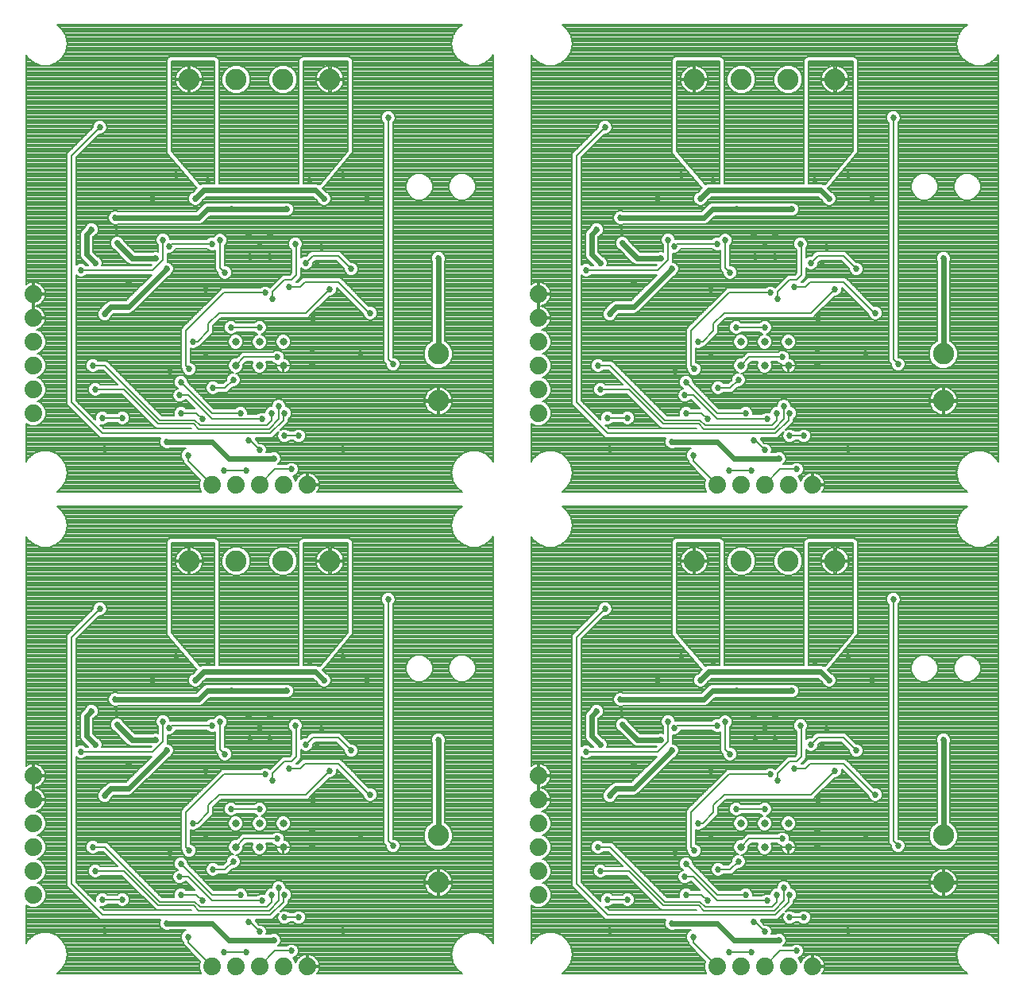
<source format=gbl>
G75*
%MOIN*%
%OFA0B0*%
%FSLAX25Y25*%
%IPPOS*%
%LPD*%
%AMOC8*
5,1,8,0,0,1.08239X$1,22.5*
%
%ADD10C,0.07400*%
%ADD11C,0.03200*%
%ADD12C,0.08858*%
%ADD13C,0.00800*%
%ADD14C,0.02700*%
%ADD15C,0.02200*%
D10*
X0043750Y0063500D03*
X0043750Y0073500D03*
X0043750Y0083500D03*
X0043750Y0093500D03*
X0043750Y0103500D03*
X0043750Y0113500D03*
X0118750Y0033500D03*
X0128750Y0033500D03*
X0138750Y0033500D03*
X0148750Y0033500D03*
X0158750Y0033500D03*
X0255750Y0063500D03*
X0255750Y0073500D03*
X0255750Y0083500D03*
X0255750Y0093500D03*
X0255750Y0103500D03*
X0255750Y0113500D03*
X0330750Y0033500D03*
X0340750Y0033500D03*
X0350750Y0033500D03*
X0360750Y0033500D03*
X0370750Y0033500D03*
X0370750Y0235500D03*
X0360750Y0235500D03*
X0350750Y0235500D03*
X0340750Y0235500D03*
X0330750Y0235500D03*
X0255750Y0265500D03*
X0255750Y0275500D03*
X0255750Y0285500D03*
X0255750Y0295500D03*
X0255750Y0305500D03*
X0255750Y0315500D03*
X0158750Y0235500D03*
X0148750Y0235500D03*
X0138750Y0235500D03*
X0128750Y0235500D03*
X0118750Y0235500D03*
X0043750Y0265500D03*
X0043750Y0275500D03*
X0043750Y0285500D03*
X0043750Y0295500D03*
X0043750Y0305500D03*
X0043750Y0315500D03*
D11*
X0128750Y0295500D03*
X0128750Y0285500D03*
X0138750Y0285500D03*
X0138750Y0295500D03*
X0148750Y0295500D03*
X0148750Y0285500D03*
X0340750Y0285500D03*
X0340750Y0295500D03*
X0350750Y0295500D03*
X0360750Y0295500D03*
X0360750Y0285500D03*
X0350750Y0285500D03*
X0350750Y0093500D03*
X0360750Y0093500D03*
X0360750Y0083500D03*
X0350750Y0083500D03*
X0340750Y0083500D03*
X0340750Y0093500D03*
X0148750Y0093500D03*
X0148750Y0083500D03*
X0138750Y0083500D03*
X0138750Y0093500D03*
X0128750Y0093500D03*
X0128750Y0083500D03*
D12*
X0213750Y0088343D03*
X0213750Y0068657D03*
X0168278Y0203500D03*
X0148593Y0203500D03*
X0128907Y0203500D03*
X0109222Y0203500D03*
X0213750Y0270657D03*
X0213750Y0290343D03*
X0321222Y0203500D03*
X0340907Y0203500D03*
X0360593Y0203500D03*
X0380278Y0203500D03*
X0425750Y0270657D03*
X0425750Y0290343D03*
X0380278Y0405500D03*
X0360593Y0405500D03*
X0340907Y0405500D03*
X0321222Y0405500D03*
X0168278Y0405500D03*
X0148593Y0405500D03*
X0128907Y0405500D03*
X0109222Y0405500D03*
X0425750Y0088343D03*
X0425750Y0068657D03*
D13*
X0040750Y0059006D02*
X0040750Y0043244D01*
X0041516Y0044570D01*
X0041516Y0044570D01*
X0044028Y0046678D01*
X0044028Y0046678D01*
X0047110Y0047800D01*
X0050390Y0047800D01*
X0053472Y0046678D01*
X0053472Y0046678D01*
X0055984Y0044570D01*
X0055984Y0044570D01*
X0057624Y0041730D01*
X0057624Y0041730D01*
X0058193Y0038500D01*
X0058193Y0038500D01*
X0057624Y0035270D01*
X0057624Y0035270D01*
X0055984Y0032430D01*
X0055984Y0032430D01*
X0055984Y0032430D01*
X0053684Y0030500D01*
X0114256Y0030500D01*
X0113450Y0032446D01*
X0113450Y0034554D01*
X0113865Y0035556D01*
X0106750Y0042672D01*
X0106750Y0043778D01*
X0106249Y0044279D01*
X0105800Y0045363D01*
X0105800Y0046537D01*
X0106249Y0047621D01*
X0107079Y0048451D01*
X0107922Y0048800D01*
X0100940Y0048800D01*
X0100337Y0048550D01*
X0099163Y0048550D01*
X0098079Y0048999D01*
X0097249Y0049829D01*
X0096800Y0050913D01*
X0096800Y0052087D01*
X0097178Y0053000D01*
X0071922Y0053000D01*
X0058922Y0066000D01*
X0057750Y0067172D01*
X0057750Y0172328D01*
X0058922Y0173500D01*
X0068800Y0183378D01*
X0068800Y0184087D01*
X0069249Y0185171D01*
X0070079Y0186001D01*
X0071163Y0186450D01*
X0072337Y0186450D01*
X0073421Y0186001D01*
X0074251Y0185171D01*
X0074700Y0184087D01*
X0074700Y0182913D01*
X0074251Y0181829D01*
X0073421Y0180999D01*
X0072337Y0180550D01*
X0071628Y0180550D01*
X0061750Y0170672D01*
X0061750Y0125672D01*
X0062079Y0126001D01*
X0063163Y0126450D01*
X0064337Y0126450D01*
X0065421Y0126001D01*
X0065922Y0125500D01*
X0066932Y0125500D01*
X0063961Y0128471D01*
X0063550Y0129463D01*
X0063550Y0139037D01*
X0063961Y0140029D01*
X0064721Y0140789D01*
X0065499Y0141567D01*
X0065749Y0142171D01*
X0066579Y0143001D01*
X0067663Y0143450D01*
X0068837Y0143450D01*
X0069921Y0143001D01*
X0070751Y0142171D01*
X0071200Y0141087D01*
X0071200Y0139913D01*
X0070751Y0138829D01*
X0069921Y0137999D01*
X0069317Y0137749D01*
X0068950Y0137382D01*
X0068950Y0131118D01*
X0070817Y0129251D01*
X0071421Y0129001D01*
X0072251Y0128171D01*
X0072700Y0127087D01*
X0072700Y0125913D01*
X0072529Y0125500D01*
X0093028Y0125500D01*
X0093328Y0125800D01*
X0084713Y0125800D01*
X0083721Y0126211D01*
X0082961Y0126971D01*
X0077933Y0131999D01*
X0077329Y0132249D01*
X0076499Y0133079D01*
X0076050Y0134163D01*
X0076050Y0135537D01*
X0076461Y0136529D01*
X0077221Y0137289D01*
X0078213Y0137700D01*
X0079587Y0137700D01*
X0080671Y0137251D01*
X0081501Y0136421D01*
X0081751Y0135817D01*
X0086368Y0131200D01*
X0094060Y0131200D01*
X0094663Y0131450D01*
X0095837Y0131450D01*
X0096200Y0131300D01*
X0096200Y0134128D01*
X0095749Y0134579D01*
X0095300Y0135663D01*
X0095300Y0136837D01*
X0095749Y0137921D01*
X0096579Y0138751D01*
X0097663Y0139200D01*
X0098837Y0139200D01*
X0099921Y0138751D01*
X0100751Y0137921D01*
X0101200Y0136837D01*
X0101200Y0136500D01*
X0116578Y0136500D01*
X0117079Y0137001D01*
X0118163Y0137450D01*
X0119337Y0137450D01*
X0119593Y0137344D01*
X0119749Y0137721D01*
X0120579Y0138551D01*
X0121663Y0139000D01*
X0122837Y0139000D01*
X0123921Y0138551D01*
X0124751Y0137721D01*
X0125200Y0136637D01*
X0125200Y0135463D01*
X0124751Y0134379D01*
X0124250Y0133878D01*
X0124250Y0125450D01*
X0124837Y0125450D01*
X0125921Y0125001D01*
X0126751Y0124171D01*
X0127200Y0123087D01*
X0127200Y0121913D01*
X0126751Y0120829D01*
X0125921Y0119999D01*
X0124837Y0119550D01*
X0123663Y0119550D01*
X0122579Y0119999D01*
X0121749Y0120829D01*
X0121300Y0121913D01*
X0121300Y0122622D01*
X0120250Y0123672D01*
X0120250Y0131928D01*
X0119337Y0131550D01*
X0118163Y0131550D01*
X0117079Y0131999D01*
X0116578Y0132500D01*
X0103529Y0132500D01*
X0103251Y0131829D01*
X0102421Y0130999D01*
X0101337Y0130550D01*
X0100200Y0130550D01*
X0100200Y0127015D01*
X0100135Y0126950D01*
X0100337Y0126950D01*
X0101421Y0126501D01*
X0102251Y0125671D01*
X0102700Y0124587D01*
X0102700Y0123413D01*
X0102251Y0122329D01*
X0101421Y0121499D01*
X0100817Y0121249D01*
X0085279Y0105711D01*
X0084287Y0105300D01*
X0077368Y0105300D01*
X0076700Y0104632D01*
X0076700Y0104413D01*
X0076251Y0103329D01*
X0075421Y0102499D01*
X0074337Y0102050D01*
X0073163Y0102050D01*
X0072079Y0102499D01*
X0071249Y0103329D01*
X0070800Y0104413D01*
X0070800Y0105587D01*
X0071249Y0106671D01*
X0071357Y0106779D01*
X0071461Y0107029D01*
X0074721Y0110289D01*
X0075713Y0110700D01*
X0082632Y0110700D01*
X0093432Y0121500D01*
X0065922Y0121500D01*
X0065421Y0120999D01*
X0064337Y0120550D01*
X0063163Y0120550D01*
X0062079Y0120999D01*
X0061750Y0121328D01*
X0061750Y0068828D01*
X0069895Y0060683D01*
X0069800Y0060913D01*
X0069800Y0062087D01*
X0070249Y0063171D01*
X0071079Y0064001D01*
X0072163Y0064450D01*
X0073337Y0064450D01*
X0074421Y0064001D01*
X0074922Y0063500D01*
X0079078Y0063500D01*
X0079579Y0064001D01*
X0080663Y0064450D01*
X0081837Y0064450D01*
X0082921Y0064001D01*
X0083751Y0063171D01*
X0084200Y0062087D01*
X0084200Y0060913D01*
X0083751Y0059829D01*
X0082921Y0058999D01*
X0081837Y0058550D01*
X0080663Y0058550D01*
X0079579Y0058999D01*
X0079078Y0059500D01*
X0074922Y0059500D01*
X0074421Y0058999D01*
X0073337Y0058550D01*
X0072163Y0058550D01*
X0071933Y0058645D01*
X0073578Y0057000D01*
X0110194Y0057000D01*
X0110194Y0057000D01*
X0095422Y0057000D01*
X0080922Y0071500D01*
X0071922Y0071500D01*
X0071421Y0070999D01*
X0070337Y0070550D01*
X0069163Y0070550D01*
X0068079Y0070999D01*
X0067249Y0071829D01*
X0066800Y0072913D01*
X0066800Y0074087D01*
X0067249Y0075171D01*
X0068079Y0076001D01*
X0069163Y0076450D01*
X0070337Y0076450D01*
X0071421Y0076001D01*
X0071922Y0075500D01*
X0079043Y0075500D01*
X0073043Y0081500D01*
X0070922Y0081500D01*
X0070421Y0080999D01*
X0069337Y0080550D01*
X0068163Y0080550D01*
X0067079Y0080999D01*
X0066249Y0081829D01*
X0065800Y0082913D01*
X0065800Y0084087D01*
X0066249Y0085171D01*
X0067079Y0086001D01*
X0068163Y0086450D01*
X0069337Y0086450D01*
X0070421Y0086001D01*
X0070922Y0085500D01*
X0074700Y0085500D01*
X0075871Y0084328D01*
X0097700Y0062500D01*
X0102971Y0062500D01*
X0102800Y0062913D01*
X0102800Y0064087D01*
X0103249Y0065171D01*
X0104079Y0066001D01*
X0105163Y0066450D01*
X0106337Y0066450D01*
X0107421Y0066001D01*
X0107922Y0065500D01*
X0111422Y0065500D01*
X0107922Y0069000D01*
X0107422Y0069000D01*
X0106921Y0068499D01*
X0105837Y0068050D01*
X0104663Y0068050D01*
X0103579Y0068499D01*
X0102749Y0069329D01*
X0102300Y0070413D01*
X0102300Y0071587D01*
X0102749Y0072671D01*
X0103579Y0073501D01*
X0104430Y0073854D01*
X0104079Y0073999D01*
X0103249Y0074829D01*
X0102800Y0075913D01*
X0102800Y0077087D01*
X0103249Y0078171D01*
X0104079Y0079001D01*
X0105163Y0079450D01*
X0106337Y0079450D01*
X0107421Y0079001D01*
X0108251Y0078171D01*
X0108700Y0077087D01*
X0108700Y0076378D01*
X0119528Y0065550D01*
X0128578Y0065550D01*
X0129079Y0066051D01*
X0130163Y0066500D01*
X0131337Y0066500D01*
X0132421Y0066051D01*
X0133251Y0065221D01*
X0133700Y0064137D01*
X0133700Y0063000D01*
X0137578Y0063000D01*
X0138079Y0063501D01*
X0139163Y0063950D01*
X0140337Y0063950D01*
X0140930Y0063704D01*
X0140930Y0064217D01*
X0141379Y0065301D01*
X0142209Y0066131D01*
X0143293Y0066580D01*
X0143800Y0066580D01*
X0143800Y0067087D01*
X0144249Y0068171D01*
X0145079Y0069001D01*
X0146163Y0069450D01*
X0147337Y0069450D01*
X0148421Y0069001D01*
X0149251Y0068171D01*
X0149700Y0067087D01*
X0149700Y0066450D01*
X0149887Y0066450D01*
X0150971Y0066001D01*
X0151801Y0065171D01*
X0152250Y0064087D01*
X0152250Y0062913D01*
X0151801Y0061829D01*
X0150971Y0060999D01*
X0150750Y0060908D01*
X0150750Y0059672D01*
X0147580Y0056501D01*
X0148663Y0056950D01*
X0149837Y0056950D01*
X0150921Y0056501D01*
X0151422Y0056000D01*
X0153078Y0056000D01*
X0153579Y0056501D01*
X0154663Y0056950D01*
X0155837Y0056950D01*
X0156921Y0056501D01*
X0157751Y0055671D01*
X0158200Y0054587D01*
X0158200Y0053413D01*
X0157751Y0052329D01*
X0156921Y0051499D01*
X0155837Y0051050D01*
X0154663Y0051050D01*
X0153579Y0051499D01*
X0153078Y0052000D01*
X0151422Y0052000D01*
X0150921Y0051499D01*
X0149837Y0051050D01*
X0148663Y0051050D01*
X0147579Y0051499D01*
X0146749Y0052329D01*
X0146300Y0053413D01*
X0146300Y0054587D01*
X0146749Y0055670D01*
X0145250Y0054172D01*
X0144078Y0053000D01*
X0136998Y0053000D01*
X0137147Y0052640D01*
X0137147Y0052432D01*
X0138628Y0050950D01*
X0139337Y0050950D01*
X0140421Y0050501D01*
X0141251Y0049671D01*
X0141700Y0048587D01*
X0141700Y0047413D01*
X0141612Y0047200D01*
X0143560Y0047200D01*
X0144163Y0047450D01*
X0145337Y0047450D01*
X0146421Y0047001D01*
X0147251Y0046171D01*
X0147700Y0045087D01*
X0147700Y0043913D01*
X0147251Y0042829D01*
X0146422Y0042000D01*
X0150078Y0042000D01*
X0150579Y0042501D01*
X0151663Y0042950D01*
X0152837Y0042950D01*
X0153921Y0042501D01*
X0154751Y0041671D01*
X0155200Y0040587D01*
X0155200Y0039413D01*
X0154751Y0038329D01*
X0153921Y0037499D01*
X0152837Y0037050D01*
X0152695Y0037050D01*
X0153243Y0036502D01*
X0153871Y0034987D01*
X0154024Y0035458D01*
X0154388Y0036173D01*
X0154860Y0036822D01*
X0155428Y0037390D01*
X0156077Y0037862D01*
X0156792Y0038226D01*
X0157556Y0038474D01*
X0158349Y0038600D01*
X0158350Y0038600D01*
X0158350Y0033900D01*
X0159150Y0033900D01*
X0159150Y0038600D01*
X0159151Y0038600D01*
X0159944Y0038474D01*
X0160708Y0038226D01*
X0161423Y0037862D01*
X0162072Y0037390D01*
X0162640Y0036822D01*
X0163112Y0036173D01*
X0163476Y0035458D01*
X0163724Y0034694D01*
X0163850Y0033901D01*
X0163850Y0033900D01*
X0159150Y0033900D01*
X0159150Y0033100D01*
X0163850Y0033100D01*
X0163850Y0033099D01*
X0163724Y0032306D01*
X0163476Y0031542D01*
X0163112Y0030827D01*
X0162874Y0030500D01*
X0223816Y0030500D01*
X0221516Y0032430D01*
X0221516Y0032430D01*
X0219876Y0035270D01*
X0219307Y0038500D01*
X0219876Y0041730D01*
X0221516Y0044570D01*
X0221516Y0044570D01*
X0221516Y0044570D01*
X0224028Y0046678D01*
X0224028Y0046678D01*
X0227110Y0047800D01*
X0230390Y0047800D01*
X0233472Y0046678D01*
X0233472Y0046678D01*
X0235984Y0044570D01*
X0235984Y0044570D01*
X0236750Y0043244D01*
X0236750Y0213756D01*
X0235984Y0212430D01*
X0235984Y0212430D01*
X0235984Y0212430D01*
X0233472Y0210322D01*
X0233472Y0210322D01*
X0230390Y0209200D01*
X0227110Y0209200D01*
X0224028Y0210322D01*
X0224028Y0210322D01*
X0221516Y0212430D01*
X0221516Y0212430D01*
X0219876Y0215270D01*
X0219876Y0215270D01*
X0219307Y0218500D01*
X0219307Y0218500D01*
X0219876Y0221730D01*
X0219876Y0221730D01*
X0221516Y0224570D01*
X0221516Y0224570D01*
X0221516Y0224570D01*
X0223816Y0226500D01*
X0053684Y0226500D01*
X0055984Y0224570D01*
X0055984Y0224570D01*
X0057624Y0221730D01*
X0058193Y0218500D01*
X0057624Y0215270D01*
X0055984Y0212430D01*
X0055984Y0212430D01*
X0055984Y0212430D01*
X0053472Y0210322D01*
X0053472Y0210322D01*
X0050390Y0209200D01*
X0047110Y0209200D01*
X0044028Y0210322D01*
X0044028Y0210322D01*
X0041516Y0212430D01*
X0041516Y0212430D01*
X0040750Y0213756D01*
X0040750Y0117624D01*
X0041077Y0117862D01*
X0041792Y0118226D01*
X0042556Y0118474D01*
X0043349Y0118600D01*
X0043350Y0118600D01*
X0043350Y0113900D01*
X0044150Y0113900D01*
X0044150Y0118600D01*
X0044151Y0118600D01*
X0044944Y0118474D01*
X0045708Y0118226D01*
X0046423Y0117862D01*
X0047072Y0117390D01*
X0047640Y0116822D01*
X0048112Y0116173D01*
X0048476Y0115458D01*
X0048724Y0114694D01*
X0048850Y0113901D01*
X0048850Y0113900D01*
X0044150Y0113900D01*
X0044150Y0113100D01*
X0048850Y0113100D01*
X0048850Y0113099D01*
X0048724Y0112306D01*
X0048476Y0111542D01*
X0048112Y0110827D01*
X0047640Y0110178D01*
X0047072Y0109610D01*
X0046423Y0109138D01*
X0045708Y0108774D01*
X0044944Y0108526D01*
X0044783Y0108500D01*
X0044944Y0108474D01*
X0045708Y0108226D01*
X0046423Y0107862D01*
X0047072Y0107390D01*
X0047640Y0106822D01*
X0048112Y0106173D01*
X0048476Y0105458D01*
X0048724Y0104694D01*
X0048850Y0103901D01*
X0048850Y0103900D01*
X0044150Y0103900D01*
X0043350Y0103900D01*
X0043350Y0113100D01*
X0044150Y0113100D01*
X0044150Y0108400D01*
X0044150Y0103900D01*
X0044150Y0103100D01*
X0048850Y0103100D01*
X0048850Y0103099D01*
X0048724Y0102306D01*
X0048476Y0101542D01*
X0048112Y0100827D01*
X0047640Y0100178D01*
X0047072Y0099610D01*
X0046423Y0099138D01*
X0045708Y0098774D01*
X0045237Y0098621D01*
X0046752Y0097993D01*
X0048243Y0096502D01*
X0049050Y0094554D01*
X0049050Y0092446D01*
X0048243Y0090498D01*
X0046752Y0089007D01*
X0045528Y0088500D01*
X0046752Y0087993D01*
X0048243Y0086502D01*
X0049050Y0084554D01*
X0049050Y0082446D01*
X0048243Y0080498D01*
X0046752Y0079007D01*
X0045528Y0078500D01*
X0046752Y0077993D01*
X0048243Y0076502D01*
X0049050Y0074554D01*
X0049050Y0072446D01*
X0048243Y0070498D01*
X0046752Y0069007D01*
X0045528Y0068500D01*
X0046752Y0067993D01*
X0048243Y0066502D01*
X0049050Y0064554D01*
X0049050Y0062446D01*
X0048243Y0060498D01*
X0046752Y0059007D01*
X0044804Y0058200D01*
X0042696Y0058200D01*
X0040750Y0059006D01*
X0040750Y0058843D02*
X0041142Y0058843D01*
X0040750Y0058045D02*
X0066877Y0058045D01*
X0067675Y0057246D02*
X0040750Y0057246D01*
X0040750Y0056448D02*
X0068474Y0056448D01*
X0069272Y0055649D02*
X0040750Y0055649D01*
X0040750Y0054851D02*
X0070071Y0054851D01*
X0070869Y0054052D02*
X0040750Y0054052D01*
X0040750Y0053254D02*
X0071668Y0053254D01*
X0072750Y0055000D02*
X0059750Y0068000D01*
X0059750Y0171500D01*
X0071750Y0183500D01*
X0074700Y0183411D02*
X0099750Y0183411D01*
X0099750Y0182613D02*
X0074576Y0182613D01*
X0074236Y0181814D02*
X0099750Y0181814D01*
X0099750Y0181016D02*
X0073438Y0181016D01*
X0071296Y0180217D02*
X0099750Y0180217D01*
X0099750Y0179419D02*
X0070497Y0179419D01*
X0069699Y0178620D02*
X0099750Y0178620D01*
X0099750Y0177822D02*
X0068900Y0177822D01*
X0068102Y0177023D02*
X0099750Y0177023D01*
X0099750Y0176225D02*
X0067303Y0176225D01*
X0066505Y0175426D02*
X0099750Y0175426D01*
X0099750Y0174628D02*
X0065706Y0174628D01*
X0064907Y0173829D02*
X0099750Y0173829D01*
X0099750Y0173574D02*
X0099694Y0172822D01*
X0099750Y0172757D01*
X0099750Y0172672D01*
X0100283Y0172138D01*
X0112250Y0158257D01*
X0112250Y0158172D01*
X0112427Y0157995D01*
X0110683Y0156251D01*
X0110079Y0156001D01*
X0109249Y0155171D01*
X0108800Y0154087D01*
X0108800Y0152913D01*
X0109249Y0151829D01*
X0110079Y0150999D01*
X0111163Y0150550D01*
X0112337Y0150550D01*
X0113421Y0150999D01*
X0114251Y0151829D01*
X0114501Y0152433D01*
X0116368Y0154300D01*
X0161132Y0154300D01*
X0162999Y0152433D01*
X0163249Y0151829D01*
X0164079Y0150999D01*
X0165163Y0150550D01*
X0166337Y0150550D01*
X0167421Y0150999D01*
X0168251Y0151829D01*
X0168700Y0152913D01*
X0168700Y0154087D01*
X0168251Y0155171D01*
X0167421Y0156001D01*
X0166817Y0156251D01*
X0165315Y0157754D01*
X0165645Y0158152D01*
X0166164Y0158672D01*
X0166164Y0158780D01*
X0177231Y0172152D01*
X0177750Y0172672D01*
X0177750Y0172780D01*
X0177819Y0172863D01*
X0177750Y0173594D01*
X0177750Y0211828D01*
X0176578Y0213000D01*
X0156422Y0213000D01*
X0155250Y0211828D01*
X0155250Y0159700D01*
X0121750Y0159700D01*
X0121750Y0211828D01*
X0120578Y0213000D01*
X0100922Y0213000D01*
X0099750Y0211828D01*
X0099750Y0173574D01*
X0099710Y0173031D02*
X0064109Y0173031D01*
X0063310Y0172232D02*
X0100190Y0172232D01*
X0100891Y0171434D02*
X0062512Y0171434D01*
X0061750Y0170635D02*
X0101579Y0170635D01*
X0102268Y0169837D02*
X0061750Y0169837D01*
X0061750Y0169038D02*
X0102956Y0169038D01*
X0103644Y0168239D02*
X0061750Y0168239D01*
X0061750Y0167441D02*
X0104333Y0167441D01*
X0105021Y0166642D02*
X0061750Y0166642D01*
X0061750Y0165844D02*
X0105709Y0165844D01*
X0106398Y0165045D02*
X0061750Y0165045D01*
X0061750Y0164247D02*
X0107086Y0164247D01*
X0107775Y0163448D02*
X0061750Y0163448D01*
X0061750Y0162650D02*
X0108463Y0162650D01*
X0109151Y0161851D02*
X0061750Y0161851D01*
X0061750Y0161053D02*
X0109840Y0161053D01*
X0110528Y0160254D02*
X0061750Y0160254D01*
X0061750Y0159456D02*
X0111216Y0159456D01*
X0111905Y0158657D02*
X0061750Y0158657D01*
X0061750Y0157859D02*
X0112290Y0157859D01*
X0111492Y0157060D02*
X0061750Y0157060D01*
X0061750Y0156262D02*
X0110693Y0156262D01*
X0109541Y0155463D02*
X0061750Y0155463D01*
X0061750Y0154665D02*
X0109039Y0154665D01*
X0108800Y0153866D02*
X0061750Y0153866D01*
X0061750Y0153068D02*
X0108800Y0153068D01*
X0109067Y0152269D02*
X0061750Y0152269D01*
X0061750Y0151471D02*
X0109607Y0151471D01*
X0110868Y0150672D02*
X0061750Y0150672D01*
X0061750Y0149874D02*
X0113805Y0149874D01*
X0114461Y0150529D02*
X0112132Y0148200D01*
X0079440Y0148200D01*
X0078837Y0148450D01*
X0077663Y0148450D01*
X0076579Y0148001D01*
X0075749Y0147171D01*
X0075300Y0146087D01*
X0075300Y0144913D01*
X0075749Y0143829D01*
X0076579Y0142999D01*
X0077663Y0142550D01*
X0078837Y0142550D01*
X0079440Y0142800D01*
X0113787Y0142800D01*
X0114779Y0143211D01*
X0117868Y0146300D01*
X0126060Y0146300D01*
X0126663Y0146050D01*
X0127837Y0146050D01*
X0128440Y0146300D01*
X0149060Y0146300D01*
X0149663Y0146050D01*
X0150837Y0146050D01*
X0151921Y0146499D01*
X0152751Y0147329D01*
X0153200Y0148413D01*
X0153200Y0149587D01*
X0152751Y0150671D01*
X0151921Y0151501D01*
X0150837Y0151950D01*
X0149663Y0151950D01*
X0149060Y0151700D01*
X0128440Y0151700D01*
X0127837Y0151950D01*
X0126663Y0151950D01*
X0126060Y0151700D01*
X0116213Y0151700D01*
X0115221Y0151289D01*
X0114461Y0150529D01*
X0114604Y0150672D02*
X0112632Y0150672D01*
X0113893Y0151471D02*
X0115659Y0151471D01*
X0114433Y0152269D02*
X0163067Y0152269D01*
X0163607Y0151471D02*
X0151951Y0151471D01*
X0152750Y0150672D02*
X0164868Y0150672D01*
X0166632Y0150672D02*
X0190750Y0150672D01*
X0190750Y0149874D02*
X0153081Y0149874D01*
X0153200Y0149075D02*
X0190750Y0149075D01*
X0190750Y0148277D02*
X0153143Y0148277D01*
X0152813Y0147478D02*
X0190750Y0147478D01*
X0190750Y0146680D02*
X0152102Y0146680D01*
X0153163Y0137450D02*
X0152079Y0137001D01*
X0151249Y0136171D01*
X0150800Y0135087D01*
X0150800Y0133913D01*
X0151249Y0132829D01*
X0152079Y0131999D01*
X0152250Y0131928D01*
X0152250Y0122328D01*
X0151422Y0121500D01*
X0148422Y0121500D01*
X0143197Y0116275D01*
X0142971Y0116501D01*
X0141887Y0116950D01*
X0140713Y0116950D01*
X0139629Y0116501D01*
X0139128Y0116000D01*
X0122922Y0116000D01*
X0121750Y0114828D01*
X0106922Y0100000D01*
X0105750Y0098828D01*
X0105750Y0082672D01*
X0106300Y0082122D01*
X0106300Y0081413D01*
X0106749Y0080329D01*
X0107579Y0079499D01*
X0108663Y0079050D01*
X0109837Y0079050D01*
X0110921Y0079499D01*
X0111751Y0080329D01*
X0112200Y0081413D01*
X0112200Y0082587D01*
X0111751Y0083671D01*
X0110921Y0084501D01*
X0109837Y0084950D01*
X0109750Y0084950D01*
X0109750Y0090721D01*
X0110163Y0090550D01*
X0111337Y0090550D01*
X0112421Y0090999D01*
X0112922Y0091500D01*
X0113578Y0091500D01*
X0119250Y0097172D01*
X0124856Y0097172D01*
X0125029Y0096999D02*
X0126113Y0096550D01*
X0127287Y0096550D01*
X0128371Y0096999D01*
X0128872Y0097500D01*
X0136628Y0097500D01*
X0137129Y0096999D01*
X0137982Y0096646D01*
X0136937Y0096213D01*
X0136037Y0095313D01*
X0135550Y0094137D01*
X0135550Y0092863D01*
X0136037Y0091687D01*
X0136937Y0090787D01*
X0138113Y0090300D01*
X0139387Y0090300D01*
X0140563Y0090787D01*
X0141463Y0091687D01*
X0141950Y0092863D01*
X0141950Y0094137D01*
X0141463Y0095313D01*
X0140563Y0096213D01*
X0139568Y0096625D01*
X0140471Y0096999D01*
X0141301Y0097829D01*
X0141750Y0098913D01*
X0141750Y0100087D01*
X0141301Y0101171D01*
X0140471Y0102001D01*
X0139387Y0102450D01*
X0138213Y0102450D01*
X0137129Y0102001D01*
X0136628Y0101500D01*
X0128872Y0101500D01*
X0128371Y0102001D01*
X0127287Y0102450D01*
X0126113Y0102450D01*
X0125029Y0102001D01*
X0124199Y0101171D01*
X0123750Y0100087D01*
X0123750Y0098913D01*
X0124199Y0097829D01*
X0125029Y0096999D01*
X0124140Y0097970D02*
X0119250Y0097970D01*
X0119250Y0097172D02*
X0119250Y0100172D01*
X0122578Y0103500D01*
X0159078Y0103500D01*
X0160250Y0104672D01*
X0168128Y0112550D01*
X0168837Y0112550D01*
X0169921Y0112999D01*
X0170751Y0113829D01*
X0171200Y0114913D01*
X0171200Y0116087D01*
X0171105Y0116317D01*
X0182300Y0105122D01*
X0182300Y0104913D01*
X0182749Y0103829D01*
X0183579Y0102999D01*
X0184663Y0102550D01*
X0185837Y0102550D01*
X0186921Y0102999D01*
X0187751Y0103829D01*
X0188200Y0104913D01*
X0188200Y0106087D01*
X0187751Y0107171D01*
X0186921Y0108001D01*
X0185837Y0108450D01*
X0184663Y0108450D01*
X0184639Y0108440D01*
X0173750Y0119328D01*
X0172578Y0120500D01*
X0156922Y0120500D01*
X0155750Y0119328D01*
X0154922Y0118500D01*
X0154078Y0118500D01*
X0155078Y0119500D01*
X0156250Y0120672D01*
X0156250Y0124341D01*
X0156579Y0124012D01*
X0157663Y0123563D01*
X0158837Y0123563D01*
X0159921Y0124012D01*
X0160751Y0124842D01*
X0161200Y0125926D01*
X0161200Y0126635D01*
X0162078Y0127513D01*
X0170909Y0127513D01*
X0174300Y0124122D01*
X0174300Y0123413D01*
X0174749Y0122329D01*
X0175579Y0121499D01*
X0176663Y0121050D01*
X0177837Y0121050D01*
X0178921Y0121499D01*
X0179751Y0122329D01*
X0180200Y0123413D01*
X0180200Y0124587D01*
X0179751Y0125671D01*
X0178921Y0126501D01*
X0177837Y0126950D01*
X0177128Y0126950D01*
X0172565Y0131513D01*
X0160422Y0131513D01*
X0159250Y0130341D01*
X0158372Y0129463D01*
X0157663Y0129463D01*
X0156579Y0129014D01*
X0156250Y0128685D01*
X0156250Y0132828D01*
X0156251Y0132829D01*
X0156700Y0133913D01*
X0156700Y0135087D01*
X0156251Y0136171D01*
X0155421Y0137001D01*
X0154337Y0137450D01*
X0153163Y0137450D01*
X0152312Y0137098D02*
X0125009Y0137098D01*
X0125200Y0136299D02*
X0151377Y0136299D01*
X0150971Y0135501D02*
X0125200Y0135501D01*
X0124885Y0134702D02*
X0150800Y0134702D01*
X0150804Y0133903D02*
X0124275Y0133903D01*
X0124250Y0133105D02*
X0151135Y0133105D01*
X0151772Y0132306D02*
X0124250Y0132306D01*
X0124250Y0131508D02*
X0152250Y0131508D01*
X0152250Y0130709D02*
X0124250Y0130709D01*
X0124250Y0129911D02*
X0152250Y0129911D01*
X0152250Y0129112D02*
X0124250Y0129112D01*
X0124250Y0128314D02*
X0152250Y0128314D01*
X0152250Y0127515D02*
X0124250Y0127515D01*
X0124250Y0126717D02*
X0152250Y0126717D01*
X0152250Y0125918D02*
X0124250Y0125918D01*
X0125634Y0125120D02*
X0152250Y0125120D01*
X0152250Y0124321D02*
X0126601Y0124321D01*
X0127019Y0123523D02*
X0152250Y0123523D01*
X0152250Y0122724D02*
X0127200Y0122724D01*
X0127200Y0121926D02*
X0151847Y0121926D01*
X0154250Y0121500D02*
X0154250Y0134000D01*
X0153750Y0134500D01*
X0156529Y0135501D02*
X0190750Y0135501D01*
X0190750Y0136299D02*
X0156123Y0136299D01*
X0155188Y0137098D02*
X0190750Y0137098D01*
X0190750Y0137896D02*
X0124576Y0137896D01*
X0123574Y0138695D02*
X0190750Y0138695D01*
X0190750Y0139493D02*
X0071026Y0139493D01*
X0071200Y0140292D02*
X0190750Y0140292D01*
X0190750Y0141090D02*
X0071199Y0141090D01*
X0070868Y0141889D02*
X0190750Y0141889D01*
X0190750Y0142687D02*
X0079168Y0142687D01*
X0077332Y0142687D02*
X0070235Y0142687D01*
X0066265Y0142687D02*
X0061750Y0142687D01*
X0061750Y0141889D02*
X0065632Y0141889D01*
X0065022Y0141090D02*
X0061750Y0141090D01*
X0061750Y0140292D02*
X0064223Y0140292D01*
X0063739Y0139493D02*
X0061750Y0139493D01*
X0061750Y0138695D02*
X0063550Y0138695D01*
X0063550Y0137896D02*
X0061750Y0137896D01*
X0061750Y0137098D02*
X0063550Y0137098D01*
X0063550Y0136299D02*
X0061750Y0136299D01*
X0061750Y0135501D02*
X0063550Y0135501D01*
X0063550Y0134702D02*
X0061750Y0134702D01*
X0061750Y0133903D02*
X0063550Y0133903D01*
X0063550Y0133105D02*
X0061750Y0133105D01*
X0061750Y0132306D02*
X0063550Y0132306D01*
X0063550Y0131508D02*
X0061750Y0131508D01*
X0061750Y0130709D02*
X0063550Y0130709D01*
X0063550Y0129911D02*
X0061750Y0129911D01*
X0061750Y0129112D02*
X0063695Y0129112D01*
X0064118Y0128314D02*
X0061750Y0128314D01*
X0061750Y0127515D02*
X0064916Y0127515D01*
X0065715Y0126717D02*
X0061750Y0126717D01*
X0061750Y0125918D02*
X0061996Y0125918D01*
X0063750Y0123500D02*
X0093856Y0123500D01*
X0098200Y0127844D01*
X0098200Y0136200D01*
X0098250Y0136250D01*
X0095300Y0136299D02*
X0081551Y0136299D01*
X0082068Y0135501D02*
X0095367Y0135501D01*
X0095698Y0134702D02*
X0082866Y0134702D01*
X0083665Y0133903D02*
X0096200Y0133903D01*
X0096200Y0133105D02*
X0084463Y0133105D01*
X0085262Y0132306D02*
X0096200Y0132306D01*
X0096200Y0131508D02*
X0086060Y0131508D01*
X0082416Y0127515D02*
X0072522Y0127515D01*
X0072700Y0126717D02*
X0083215Y0126717D01*
X0084427Y0125918D02*
X0072700Y0125918D01*
X0072108Y0128314D02*
X0081618Y0128314D01*
X0080819Y0129112D02*
X0071152Y0129112D01*
X0070157Y0129911D02*
X0080021Y0129911D01*
X0079222Y0130709D02*
X0069359Y0130709D01*
X0068950Y0131508D02*
X0078424Y0131508D01*
X0077272Y0132306D02*
X0068950Y0132306D01*
X0068950Y0133105D02*
X0076488Y0133105D01*
X0076158Y0133903D02*
X0068950Y0133903D01*
X0068950Y0134702D02*
X0076050Y0134702D01*
X0076050Y0135501D02*
X0068950Y0135501D01*
X0068950Y0136299D02*
X0076366Y0136299D01*
X0077029Y0137098D02*
X0068950Y0137098D01*
X0069672Y0137896D02*
X0095739Y0137896D01*
X0095408Y0137098D02*
X0080824Y0137098D01*
X0076092Y0143486D02*
X0061750Y0143486D01*
X0061750Y0144284D02*
X0075561Y0144284D01*
X0075300Y0145083D02*
X0061750Y0145083D01*
X0061750Y0145881D02*
X0075300Y0145881D01*
X0075546Y0146680D02*
X0061750Y0146680D01*
X0061750Y0147478D02*
X0076056Y0147478D01*
X0077245Y0148277D02*
X0061750Y0148277D01*
X0061750Y0149075D02*
X0113007Y0149075D01*
X0112208Y0148277D02*
X0079255Y0148277D01*
X0070616Y0138695D02*
X0096523Y0138695D01*
X0099977Y0138695D02*
X0120926Y0138695D01*
X0119924Y0137896D02*
X0100761Y0137896D01*
X0101092Y0137098D02*
X0117312Y0137098D01*
X0118750Y0134500D02*
X0101750Y0134500D01*
X0100750Y0133500D01*
X0103449Y0132306D02*
X0116772Y0132306D01*
X0120250Y0131508D02*
X0102930Y0131508D01*
X0101722Y0130709D02*
X0120250Y0130709D01*
X0120250Y0129911D02*
X0100200Y0129911D01*
X0100200Y0129112D02*
X0120250Y0129112D01*
X0120250Y0128314D02*
X0100200Y0128314D01*
X0100200Y0127515D02*
X0120250Y0127515D01*
X0120250Y0126717D02*
X0100900Y0126717D01*
X0102004Y0125918D02*
X0120250Y0125918D01*
X0120250Y0125120D02*
X0102479Y0125120D01*
X0102700Y0124321D02*
X0120250Y0124321D01*
X0120399Y0123523D02*
X0102700Y0123523D01*
X0102415Y0122724D02*
X0121197Y0122724D01*
X0121300Y0121926D02*
X0101848Y0121926D01*
X0100696Y0121127D02*
X0121626Y0121127D01*
X0122249Y0120329D02*
X0099897Y0120329D01*
X0099099Y0119530D02*
X0146452Y0119530D01*
X0145653Y0118732D02*
X0098300Y0118732D01*
X0097502Y0117933D02*
X0144855Y0117933D01*
X0144056Y0117135D02*
X0096703Y0117135D01*
X0095905Y0116336D02*
X0139464Y0116336D01*
X0141300Y0114000D02*
X0123750Y0114000D01*
X0107750Y0098000D01*
X0107750Y0083500D01*
X0109250Y0082000D01*
X0112200Y0082000D02*
X0125908Y0082000D01*
X0126037Y0081687D02*
X0126937Y0080787D01*
X0127751Y0080450D01*
X0127163Y0080450D01*
X0126079Y0080001D01*
X0125249Y0079171D01*
X0124800Y0078087D01*
X0124800Y0077378D01*
X0123422Y0076000D01*
X0121648Y0076000D01*
X0120921Y0076727D01*
X0119837Y0077176D01*
X0118663Y0077176D01*
X0117579Y0076727D01*
X0116749Y0075897D01*
X0116300Y0074813D01*
X0116300Y0073640D01*
X0116749Y0072555D01*
X0117579Y0071725D01*
X0118663Y0071276D01*
X0119837Y0071276D01*
X0120921Y0071725D01*
X0121196Y0072000D01*
X0125078Y0072000D01*
X0126250Y0073172D01*
X0127628Y0074550D01*
X0128337Y0074550D01*
X0129421Y0074999D01*
X0130251Y0075829D01*
X0130700Y0076913D01*
X0130700Y0078087D01*
X0130251Y0079171D01*
X0129421Y0080001D01*
X0128699Y0080300D01*
X0129387Y0080300D01*
X0130563Y0080787D01*
X0131463Y0081687D01*
X0131950Y0082863D01*
X0131950Y0083872D01*
X0133078Y0085000D01*
X0135908Y0085000D01*
X0135550Y0084137D01*
X0135550Y0082863D01*
X0136037Y0081687D01*
X0136937Y0080787D01*
X0138113Y0080300D01*
X0139387Y0080300D01*
X0140563Y0080787D01*
X0141463Y0081687D01*
X0141950Y0082863D01*
X0141950Y0084137D01*
X0141592Y0085000D01*
X0144128Y0085000D01*
X0144629Y0084499D01*
X0145713Y0084050D01*
X0145801Y0084050D01*
X0145750Y0083795D01*
X0145750Y0083600D01*
X0148650Y0083600D01*
X0148650Y0083400D01*
X0148850Y0083400D01*
X0148850Y0083600D01*
X0151750Y0083600D01*
X0151750Y0083795D01*
X0151635Y0084375D01*
X0151409Y0084921D01*
X0151080Y0085412D01*
X0150662Y0085830D01*
X0150171Y0086159D01*
X0149625Y0086385D01*
X0149250Y0086459D01*
X0149250Y0087587D01*
X0148801Y0088671D01*
X0147971Y0089501D01*
X0146887Y0089950D01*
X0145713Y0089950D01*
X0144629Y0089501D01*
X0144128Y0089000D01*
X0131422Y0089000D01*
X0130250Y0087828D01*
X0129122Y0086700D01*
X0128113Y0086700D01*
X0126937Y0086213D01*
X0126037Y0085313D01*
X0125550Y0084137D01*
X0125550Y0082863D01*
X0126037Y0081687D01*
X0126523Y0081202D02*
X0112112Y0081202D01*
X0111782Y0080403D02*
X0127050Y0080403D01*
X0125683Y0079605D02*
X0111027Y0079605D01*
X0108319Y0078008D02*
X0124800Y0078008D01*
X0124631Y0077209D02*
X0108649Y0077209D01*
X0108700Y0076411D02*
X0117262Y0076411D01*
X0116631Y0075612D02*
X0109466Y0075612D01*
X0110265Y0074814D02*
X0116300Y0074814D01*
X0116300Y0074015D02*
X0111063Y0074015D01*
X0111862Y0073217D02*
X0116475Y0073217D01*
X0116886Y0072418D02*
X0112660Y0072418D01*
X0113459Y0071620D02*
X0117835Y0071620D01*
X0119250Y0074000D02*
X0119250Y0074226D01*
X0119250Y0074000D02*
X0124250Y0074000D01*
X0127750Y0077500D01*
X0129817Y0079605D02*
X0236750Y0079605D01*
X0236750Y0080403D02*
X0139636Y0080403D01*
X0140977Y0081202D02*
X0146806Y0081202D01*
X0146838Y0081170D02*
X0147329Y0080841D01*
X0147875Y0080615D01*
X0148455Y0080500D01*
X0148650Y0080500D01*
X0148650Y0083400D01*
X0145750Y0083400D01*
X0145750Y0083205D01*
X0145865Y0082625D01*
X0146091Y0082079D01*
X0146420Y0081588D01*
X0146838Y0081170D01*
X0146144Y0082000D02*
X0141592Y0082000D01*
X0141923Y0082799D02*
X0145831Y0082799D01*
X0144878Y0084396D02*
X0141843Y0084396D01*
X0141950Y0083597D02*
X0148650Y0083597D01*
X0148850Y0083597D02*
X0191800Y0083597D01*
X0191800Y0083413D02*
X0192249Y0082329D01*
X0193079Y0081499D01*
X0194163Y0081050D01*
X0195337Y0081050D01*
X0196421Y0081499D01*
X0197251Y0082329D01*
X0197700Y0083413D01*
X0197700Y0084587D01*
X0197251Y0085671D01*
X0196421Y0086501D01*
X0195337Y0086950D01*
X0194750Y0086950D01*
X0194750Y0185328D01*
X0195251Y0185829D01*
X0195700Y0186913D01*
X0195700Y0188087D01*
X0195251Y0189171D01*
X0194421Y0190001D01*
X0193337Y0190450D01*
X0192163Y0190450D01*
X0191079Y0190001D01*
X0190249Y0189171D01*
X0189800Y0188087D01*
X0189800Y0186913D01*
X0190249Y0185829D01*
X0190750Y0185328D01*
X0190750Y0085172D01*
X0191800Y0084122D01*
X0191800Y0083413D01*
X0192055Y0082799D02*
X0151669Y0082799D01*
X0151635Y0082625D02*
X0151750Y0083205D01*
X0151750Y0083400D01*
X0148850Y0083400D01*
X0148850Y0080500D01*
X0149045Y0080500D01*
X0149625Y0080615D01*
X0150171Y0080841D01*
X0150662Y0081170D01*
X0151080Y0081588D01*
X0151409Y0082079D01*
X0151635Y0082625D01*
X0151356Y0082000D02*
X0192578Y0082000D01*
X0193797Y0081202D02*
X0150694Y0081202D01*
X0148850Y0081202D02*
X0148650Y0081202D01*
X0148650Y0082000D02*
X0148850Y0082000D01*
X0148850Y0082799D02*
X0148650Y0082799D01*
X0151626Y0084396D02*
X0191526Y0084396D01*
X0190750Y0085194D02*
X0151226Y0085194D01*
X0150419Y0085993D02*
X0190750Y0085993D01*
X0190750Y0086791D02*
X0149250Y0086791D01*
X0149249Y0087590D02*
X0190750Y0087590D01*
X0190750Y0088388D02*
X0148918Y0088388D01*
X0148285Y0089187D02*
X0190750Y0089187D01*
X0190750Y0089985D02*
X0109750Y0089985D01*
X0109750Y0089187D02*
X0144315Y0089187D01*
X0146300Y0087000D02*
X0132250Y0087000D01*
X0128750Y0083500D01*
X0130977Y0081202D02*
X0136523Y0081202D01*
X0135908Y0082000D02*
X0131592Y0082000D01*
X0131923Y0082799D02*
X0135577Y0082799D01*
X0135550Y0083597D02*
X0131950Y0083597D01*
X0132474Y0084396D02*
X0135657Y0084396D01*
X0137864Y0080403D02*
X0129636Y0080403D01*
X0130402Y0078806D02*
X0236750Y0078806D01*
X0236750Y0078008D02*
X0130700Y0078008D01*
X0130700Y0077209D02*
X0236750Y0077209D01*
X0236750Y0076411D02*
X0130492Y0076411D01*
X0130034Y0075612D02*
X0236750Y0075612D01*
X0236750Y0074814D02*
X0128973Y0074814D01*
X0127094Y0074015D02*
X0211425Y0074015D01*
X0211512Y0074060D02*
X0210695Y0073643D01*
X0209953Y0073104D01*
X0209304Y0072455D01*
X0208764Y0071713D01*
X0208348Y0070895D01*
X0208064Y0070022D01*
X0207921Y0069116D01*
X0207921Y0069057D01*
X0213350Y0069057D01*
X0213350Y0068257D01*
X0214150Y0068257D01*
X0214150Y0062828D01*
X0214209Y0062828D01*
X0215115Y0062972D01*
X0215988Y0063255D01*
X0216805Y0063672D01*
X0217547Y0064211D01*
X0218196Y0064860D01*
X0218736Y0065602D01*
X0219152Y0066420D01*
X0219436Y0067292D01*
X0219579Y0068199D01*
X0219579Y0068257D01*
X0214150Y0068257D01*
X0214150Y0069057D01*
X0219579Y0069057D01*
X0219579Y0069116D01*
X0219436Y0070022D01*
X0219152Y0070895D01*
X0218736Y0071713D01*
X0218196Y0072455D01*
X0217547Y0073104D01*
X0216805Y0073643D01*
X0215988Y0074060D01*
X0215115Y0074343D01*
X0214209Y0074487D01*
X0214150Y0074487D01*
X0214150Y0069058D01*
X0213350Y0069058D01*
X0213350Y0074487D01*
X0213291Y0074487D01*
X0212385Y0074343D01*
X0211512Y0074060D01*
X0210108Y0073217D02*
X0126295Y0073217D01*
X0125497Y0072418D02*
X0209277Y0072418D01*
X0208717Y0071620D02*
X0120665Y0071620D01*
X0121238Y0076411D02*
X0123832Y0076411D01*
X0125098Y0078806D02*
X0107616Y0078806D01*
X0107473Y0079605D02*
X0080595Y0079605D01*
X0079797Y0080403D02*
X0106718Y0080403D01*
X0106388Y0081202D02*
X0078998Y0081202D01*
X0078199Y0082000D02*
X0106300Y0082000D01*
X0105750Y0082799D02*
X0077401Y0082799D01*
X0076602Y0083597D02*
X0105750Y0083597D01*
X0105750Y0084396D02*
X0075804Y0084396D01*
X0075005Y0085194D02*
X0105750Y0085194D01*
X0105750Y0085993D02*
X0070429Y0085993D01*
X0068750Y0083500D02*
X0073871Y0083500D01*
X0096871Y0060500D01*
X0111644Y0060500D01*
X0113694Y0058450D01*
X0141700Y0058450D01*
X0143880Y0060630D01*
X0143880Y0063630D01*
X0141020Y0064433D02*
X0133577Y0064433D01*
X0133700Y0063634D02*
X0138402Y0063634D01*
X0139750Y0061000D02*
X0118750Y0061000D01*
X0108750Y0071000D01*
X0105250Y0071000D01*
X0102462Y0070023D02*
X0090177Y0070023D01*
X0089379Y0070821D02*
X0102300Y0070821D01*
X0102314Y0071620D02*
X0088580Y0071620D01*
X0087782Y0072418D02*
X0102644Y0072418D01*
X0103295Y0073217D02*
X0086983Y0073217D01*
X0086185Y0074015D02*
X0104063Y0074015D01*
X0103264Y0074814D02*
X0085386Y0074814D01*
X0084588Y0075612D02*
X0102925Y0075612D01*
X0102800Y0076411D02*
X0083789Y0076411D01*
X0082991Y0077209D02*
X0102851Y0077209D01*
X0103181Y0078008D02*
X0082192Y0078008D01*
X0081394Y0078806D02*
X0103884Y0078806D01*
X0105750Y0076500D02*
X0118700Y0063550D01*
X0130750Y0063550D01*
X0129058Y0066030D02*
X0119048Y0066030D01*
X0118250Y0066829D02*
X0143800Y0066829D01*
X0144024Y0067627D02*
X0117451Y0067627D01*
X0116653Y0068426D02*
X0144504Y0068426D01*
X0145618Y0069224D02*
X0115854Y0069224D01*
X0115056Y0070023D02*
X0208064Y0070023D01*
X0207938Y0069224D02*
X0147882Y0069224D01*
X0148996Y0068426D02*
X0213350Y0068426D01*
X0213350Y0068257D02*
X0207921Y0068257D01*
X0207921Y0068199D01*
X0208064Y0067292D01*
X0208348Y0066420D01*
X0208764Y0065602D01*
X0209304Y0064860D01*
X0209953Y0064211D01*
X0210695Y0063672D01*
X0211512Y0063255D01*
X0212385Y0062972D01*
X0213291Y0062828D01*
X0213350Y0062828D01*
X0213350Y0068257D01*
X0213350Y0067627D02*
X0214150Y0067627D01*
X0214150Y0066829D02*
X0213350Y0066829D01*
X0213350Y0066030D02*
X0214150Y0066030D01*
X0214150Y0065232D02*
X0213350Y0065232D01*
X0213350Y0064433D02*
X0214150Y0064433D01*
X0214150Y0063634D02*
X0213350Y0063634D01*
X0213350Y0062836D02*
X0214150Y0062836D01*
X0214257Y0062836D02*
X0236750Y0062836D01*
X0236750Y0063634D02*
X0216732Y0063634D01*
X0217769Y0064433D02*
X0236750Y0064433D01*
X0236750Y0065232D02*
X0218466Y0065232D01*
X0218953Y0066030D02*
X0236750Y0066030D01*
X0236750Y0066829D02*
X0219285Y0066829D01*
X0219489Y0067627D02*
X0236750Y0067627D01*
X0236750Y0068426D02*
X0214150Y0068426D01*
X0214150Y0069224D02*
X0213350Y0069224D01*
X0213350Y0070023D02*
X0214150Y0070023D01*
X0214150Y0070821D02*
X0213350Y0070821D01*
X0213350Y0071620D02*
X0214150Y0071620D01*
X0214150Y0072418D02*
X0213350Y0072418D01*
X0213350Y0073217D02*
X0214150Y0073217D01*
X0214150Y0074015D02*
X0213350Y0074015D01*
X0216075Y0074015D02*
X0236750Y0074015D01*
X0236750Y0073217D02*
X0217392Y0073217D01*
X0218223Y0072418D02*
X0236750Y0072418D01*
X0236750Y0071620D02*
X0218783Y0071620D01*
X0219176Y0070821D02*
X0236750Y0070821D01*
X0236750Y0070023D02*
X0219436Y0070023D01*
X0219562Y0069224D02*
X0236750Y0069224D01*
X0236750Y0062037D02*
X0151887Y0062037D01*
X0152218Y0062836D02*
X0213243Y0062836D01*
X0210768Y0063634D02*
X0152250Y0063634D01*
X0152107Y0064433D02*
X0209731Y0064433D01*
X0209034Y0065232D02*
X0151740Y0065232D01*
X0150901Y0066030D02*
X0208547Y0066030D01*
X0208215Y0066829D02*
X0149700Y0066829D01*
X0149476Y0067627D02*
X0208011Y0067627D01*
X0208324Y0070821D02*
X0114257Y0070821D01*
X0110093Y0066829D02*
X0093371Y0066829D01*
X0092573Y0067627D02*
X0109295Y0067627D01*
X0108496Y0068426D02*
X0106743Y0068426D01*
X0107351Y0066030D02*
X0110892Y0066030D01*
X0112250Y0063500D02*
X0105750Y0063500D01*
X0102800Y0063634D02*
X0096565Y0063634D01*
X0097364Y0062836D02*
X0102832Y0062836D01*
X0102943Y0064433D02*
X0095767Y0064433D01*
X0094968Y0065232D02*
X0103310Y0065232D01*
X0104149Y0066030D02*
X0094170Y0066030D01*
X0091774Y0068426D02*
X0103757Y0068426D01*
X0102854Y0069224D02*
X0090976Y0069224D01*
X0087190Y0065232D02*
X0065347Y0065232D01*
X0064548Y0066030D02*
X0086392Y0066030D01*
X0085593Y0066829D02*
X0063750Y0066829D01*
X0062951Y0067627D02*
X0084795Y0067627D01*
X0083996Y0068426D02*
X0062153Y0068426D01*
X0061750Y0069224D02*
X0083197Y0069224D01*
X0082399Y0070023D02*
X0061750Y0070023D01*
X0061750Y0070821D02*
X0068509Y0070821D01*
X0067458Y0071620D02*
X0061750Y0071620D01*
X0061750Y0072418D02*
X0067005Y0072418D01*
X0066800Y0073217D02*
X0061750Y0073217D01*
X0061750Y0074015D02*
X0066800Y0074015D01*
X0067101Y0074814D02*
X0061750Y0074814D01*
X0061750Y0075612D02*
X0067690Y0075612D01*
X0069068Y0076411D02*
X0061750Y0076411D01*
X0061750Y0077209D02*
X0077334Y0077209D01*
X0078132Y0076411D02*
X0070432Y0076411D01*
X0071810Y0075612D02*
X0078931Y0075612D01*
X0076535Y0078008D02*
X0061750Y0078008D01*
X0061750Y0078806D02*
X0075737Y0078806D01*
X0074938Y0079605D02*
X0061750Y0079605D01*
X0061750Y0080403D02*
X0074140Y0080403D01*
X0073341Y0081202D02*
X0070624Y0081202D01*
X0066876Y0081202D02*
X0061750Y0081202D01*
X0061750Y0082000D02*
X0066178Y0082000D01*
X0065847Y0082799D02*
X0061750Y0082799D01*
X0061750Y0083597D02*
X0065800Y0083597D01*
X0065928Y0084396D02*
X0061750Y0084396D01*
X0061750Y0085194D02*
X0066272Y0085194D01*
X0067071Y0085993D02*
X0061750Y0085993D01*
X0061750Y0086791D02*
X0105750Y0086791D01*
X0105750Y0087590D02*
X0061750Y0087590D01*
X0061750Y0088388D02*
X0105750Y0088388D01*
X0105750Y0089187D02*
X0061750Y0089187D01*
X0061750Y0089985D02*
X0105750Y0089985D01*
X0105750Y0090784D02*
X0061750Y0090784D01*
X0061750Y0091582D02*
X0105750Y0091582D01*
X0105750Y0092381D02*
X0061750Y0092381D01*
X0061750Y0093179D02*
X0105750Y0093179D01*
X0105750Y0093978D02*
X0061750Y0093978D01*
X0061750Y0094776D02*
X0105750Y0094776D01*
X0105750Y0095575D02*
X0061750Y0095575D01*
X0061750Y0096373D02*
X0105750Y0096373D01*
X0105750Y0097172D02*
X0061750Y0097172D01*
X0061750Y0097970D02*
X0105750Y0097970D01*
X0105750Y0098769D02*
X0061750Y0098769D01*
X0061750Y0099568D02*
X0106489Y0099568D01*
X0107288Y0100366D02*
X0061750Y0100366D01*
X0061750Y0101165D02*
X0108086Y0101165D01*
X0108885Y0101963D02*
X0061750Y0101963D01*
X0061750Y0102762D02*
X0071817Y0102762D01*
X0071153Y0103560D02*
X0061750Y0103560D01*
X0061750Y0104359D02*
X0070823Y0104359D01*
X0070800Y0105157D02*
X0061750Y0105157D01*
X0061750Y0105956D02*
X0070953Y0105956D01*
X0071332Y0106754D02*
X0061750Y0106754D01*
X0061750Y0107553D02*
X0071984Y0107553D01*
X0072783Y0108351D02*
X0061750Y0108351D01*
X0061750Y0109150D02*
X0073581Y0109150D01*
X0074380Y0109948D02*
X0061750Y0109948D01*
X0061750Y0110747D02*
X0082678Y0110747D01*
X0083477Y0111545D02*
X0061750Y0111545D01*
X0061750Y0112344D02*
X0084275Y0112344D01*
X0085074Y0113142D02*
X0061750Y0113142D01*
X0061750Y0113941D02*
X0085872Y0113941D01*
X0086671Y0114739D02*
X0061750Y0114739D01*
X0061750Y0115538D02*
X0087469Y0115538D01*
X0088268Y0116336D02*
X0061750Y0116336D01*
X0061750Y0117135D02*
X0089066Y0117135D01*
X0089865Y0117933D02*
X0061750Y0117933D01*
X0061750Y0118732D02*
X0090663Y0118732D01*
X0091462Y0119530D02*
X0061750Y0119530D01*
X0061750Y0120329D02*
X0092260Y0120329D01*
X0093059Y0121127D02*
X0065549Y0121127D01*
X0061951Y0121127D02*
X0061750Y0121127D01*
X0057750Y0121127D02*
X0040750Y0121127D01*
X0040750Y0120329D02*
X0057750Y0120329D01*
X0057750Y0119530D02*
X0040750Y0119530D01*
X0040750Y0118732D02*
X0057750Y0118732D01*
X0057750Y0117933D02*
X0046283Y0117933D01*
X0047328Y0117135D02*
X0057750Y0117135D01*
X0057750Y0116336D02*
X0047993Y0116336D01*
X0048436Y0115538D02*
X0057750Y0115538D01*
X0057750Y0114739D02*
X0048710Y0114739D01*
X0048844Y0113941D02*
X0057750Y0113941D01*
X0057750Y0113142D02*
X0044150Y0113142D01*
X0044150Y0112344D02*
X0043350Y0112344D01*
X0043350Y0111545D02*
X0044150Y0111545D01*
X0044150Y0110747D02*
X0043350Y0110747D01*
X0043350Y0109948D02*
X0044150Y0109948D01*
X0044150Y0109150D02*
X0043350Y0109150D01*
X0043350Y0108351D02*
X0044150Y0108351D01*
X0044150Y0107553D02*
X0043350Y0107553D01*
X0043350Y0106754D02*
X0044150Y0106754D01*
X0044150Y0105956D02*
X0043350Y0105956D01*
X0043350Y0105157D02*
X0044150Y0105157D01*
X0044150Y0104359D02*
X0043350Y0104359D01*
X0044150Y0103560D02*
X0057750Y0103560D01*
X0057750Y0102762D02*
X0048797Y0102762D01*
X0048613Y0101963D02*
X0057750Y0101963D01*
X0057750Y0101165D02*
X0048284Y0101165D01*
X0047777Y0100366D02*
X0057750Y0100366D01*
X0057750Y0099568D02*
X0047014Y0099568D01*
X0045693Y0098769D02*
X0057750Y0098769D01*
X0057750Y0097970D02*
X0046775Y0097970D01*
X0047573Y0097172D02*
X0057750Y0097172D01*
X0057750Y0096373D02*
X0048296Y0096373D01*
X0048627Y0095575D02*
X0057750Y0095575D01*
X0057750Y0094776D02*
X0048958Y0094776D01*
X0049050Y0093978D02*
X0057750Y0093978D01*
X0057750Y0093179D02*
X0049050Y0093179D01*
X0049023Y0092381D02*
X0057750Y0092381D01*
X0057750Y0091582D02*
X0048692Y0091582D01*
X0048362Y0090784D02*
X0057750Y0090784D01*
X0057750Y0089985D02*
X0047731Y0089985D01*
X0046932Y0089187D02*
X0057750Y0089187D01*
X0057750Y0088388D02*
X0045798Y0088388D01*
X0047155Y0087590D02*
X0057750Y0087590D01*
X0057750Y0086791D02*
X0047954Y0086791D01*
X0048454Y0085993D02*
X0057750Y0085993D01*
X0057750Y0085194D02*
X0048785Y0085194D01*
X0049050Y0084396D02*
X0057750Y0084396D01*
X0057750Y0083597D02*
X0049050Y0083597D01*
X0049050Y0082799D02*
X0057750Y0082799D01*
X0057750Y0082000D02*
X0048865Y0082000D01*
X0048535Y0081202D02*
X0057750Y0081202D01*
X0057750Y0080403D02*
X0048149Y0080403D01*
X0047350Y0079605D02*
X0057750Y0079605D01*
X0057750Y0078806D02*
X0046268Y0078806D01*
X0046717Y0078008D02*
X0057750Y0078008D01*
X0057750Y0077209D02*
X0047536Y0077209D01*
X0048281Y0076411D02*
X0057750Y0076411D01*
X0057750Y0075612D02*
X0048612Y0075612D01*
X0048943Y0074814D02*
X0057750Y0074814D01*
X0057750Y0074015D02*
X0049050Y0074015D01*
X0049050Y0073217D02*
X0057750Y0073217D01*
X0057750Y0072418D02*
X0049039Y0072418D01*
X0048708Y0071620D02*
X0057750Y0071620D01*
X0057750Y0070821D02*
X0048377Y0070821D01*
X0047768Y0070023D02*
X0057750Y0070023D01*
X0057750Y0069224D02*
X0046969Y0069224D01*
X0045708Y0068426D02*
X0057750Y0068426D01*
X0057750Y0067627D02*
X0047118Y0067627D01*
X0047917Y0066829D02*
X0058093Y0066829D01*
X0058892Y0066030D02*
X0048439Y0066030D01*
X0048769Y0065232D02*
X0059690Y0065232D01*
X0060489Y0064433D02*
X0049050Y0064433D01*
X0049050Y0063634D02*
X0061287Y0063634D01*
X0062086Y0062836D02*
X0049050Y0062836D01*
X0048881Y0062037D02*
X0062884Y0062037D01*
X0063683Y0061239D02*
X0048550Y0061239D01*
X0048186Y0060440D02*
X0064481Y0060440D01*
X0065280Y0059642D02*
X0047387Y0059642D01*
X0046358Y0058843D02*
X0066078Y0058843D01*
X0068541Y0062037D02*
X0069800Y0062037D01*
X0069800Y0061239D02*
X0069339Y0061239D01*
X0070110Y0062836D02*
X0067742Y0062836D01*
X0066944Y0063634D02*
X0070713Y0063634D01*
X0072122Y0064433D02*
X0066145Y0064433D01*
X0072750Y0061500D02*
X0081250Y0061500D01*
X0083287Y0063634D02*
X0088787Y0063634D01*
X0089586Y0062836D02*
X0083890Y0062836D01*
X0084200Y0062037D02*
X0090384Y0062037D01*
X0091183Y0061239D02*
X0084200Y0061239D01*
X0084004Y0060440D02*
X0091981Y0060440D01*
X0092780Y0059642D02*
X0083564Y0059642D01*
X0082545Y0058843D02*
X0093578Y0058843D01*
X0094377Y0058045D02*
X0072533Y0058045D01*
X0073332Y0057246D02*
X0095175Y0057246D01*
X0096250Y0059000D02*
X0111022Y0059000D01*
X0113072Y0056950D01*
X0142700Y0056950D01*
X0146750Y0061000D01*
X0146750Y0066500D01*
X0149300Y0063500D02*
X0148750Y0062950D01*
X0148750Y0060500D01*
X0143250Y0055000D01*
X0072750Y0055000D01*
X0074045Y0058843D02*
X0079955Y0058843D01*
X0079213Y0063634D02*
X0074787Y0063634D01*
X0073378Y0064433D02*
X0080622Y0064433D01*
X0081878Y0064433D02*
X0087989Y0064433D01*
X0081600Y0070821D02*
X0070991Y0070821D01*
X0069750Y0073500D02*
X0081750Y0073500D01*
X0096250Y0059000D01*
X0096953Y0052455D02*
X0040750Y0052455D01*
X0040750Y0051657D02*
X0096800Y0051657D01*
X0096823Y0050858D02*
X0040750Y0050858D01*
X0040750Y0050060D02*
X0097153Y0050060D01*
X0097817Y0049261D02*
X0040750Y0049261D01*
X0040750Y0048463D02*
X0107108Y0048463D01*
X0106292Y0047664D02*
X0050763Y0047664D01*
X0052957Y0046866D02*
X0105936Y0046866D01*
X0105800Y0046067D02*
X0054200Y0046067D01*
X0055152Y0045269D02*
X0105839Y0045269D01*
X0106170Y0044470D02*
X0056042Y0044470D01*
X0056503Y0043672D02*
X0106750Y0043672D01*
X0106750Y0042873D02*
X0056964Y0042873D01*
X0057425Y0042075D02*
X0107347Y0042075D01*
X0108145Y0041276D02*
X0057704Y0041276D01*
X0057845Y0040478D02*
X0108944Y0040478D01*
X0109742Y0039679D02*
X0057986Y0039679D01*
X0058126Y0038881D02*
X0110541Y0038881D01*
X0111339Y0038082D02*
X0058120Y0038082D01*
X0057979Y0037284D02*
X0112138Y0037284D01*
X0112936Y0036485D02*
X0057838Y0036485D01*
X0057697Y0035687D02*
X0113735Y0035687D01*
X0113588Y0034888D02*
X0057403Y0034888D01*
X0056942Y0034090D02*
X0113450Y0034090D01*
X0113450Y0033291D02*
X0056481Y0033291D01*
X0056020Y0032493D02*
X0113450Y0032493D01*
X0113761Y0031694D02*
X0055107Y0031694D01*
X0054156Y0030896D02*
X0114092Y0030896D01*
X0118750Y0033500D02*
X0108750Y0043500D01*
X0108750Y0045950D01*
X0123750Y0039500D02*
X0133250Y0039500D01*
X0138750Y0033500D02*
X0145250Y0040000D01*
X0152250Y0040000D01*
X0154979Y0038881D02*
X0219374Y0038881D01*
X0219380Y0038082D02*
X0160991Y0038082D01*
X0162179Y0037284D02*
X0219521Y0037284D01*
X0219662Y0036485D02*
X0162885Y0036485D01*
X0163360Y0035687D02*
X0219803Y0035687D01*
X0220097Y0034888D02*
X0163661Y0034888D01*
X0163820Y0034090D02*
X0220558Y0034090D01*
X0221019Y0033291D02*
X0159150Y0033291D01*
X0159150Y0034090D02*
X0158350Y0034090D01*
X0158350Y0034888D02*
X0159150Y0034888D01*
X0159150Y0035687D02*
X0158350Y0035687D01*
X0158350Y0036485D02*
X0159150Y0036485D01*
X0159150Y0037284D02*
X0158350Y0037284D01*
X0158350Y0038082D02*
X0159150Y0038082D01*
X0156509Y0038082D02*
X0154504Y0038082D01*
X0155321Y0037284D02*
X0153401Y0037284D01*
X0153250Y0036485D02*
X0154615Y0036485D01*
X0154140Y0035687D02*
X0153581Y0035687D01*
X0155200Y0039679D02*
X0219514Y0039679D01*
X0219655Y0040478D02*
X0155200Y0040478D01*
X0154914Y0041276D02*
X0219796Y0041276D01*
X0220075Y0042075D02*
X0154347Y0042075D01*
X0153022Y0042873D02*
X0220536Y0042873D01*
X0220997Y0043672D02*
X0147600Y0043672D01*
X0147700Y0044470D02*
X0221458Y0044470D01*
X0222348Y0045269D02*
X0147625Y0045269D01*
X0147294Y0046067D02*
X0223300Y0046067D01*
X0224543Y0046866D02*
X0146556Y0046866D01*
X0147269Y0042873D02*
X0151478Y0042873D01*
X0150153Y0042075D02*
X0146497Y0042075D01*
X0141700Y0047664D02*
X0226737Y0047664D01*
X0230763Y0047664D02*
X0236750Y0047664D01*
X0236750Y0046866D02*
X0232957Y0046866D01*
X0234200Y0046067D02*
X0236750Y0046067D01*
X0236750Y0045269D02*
X0235152Y0045269D01*
X0236042Y0044470D02*
X0236750Y0044470D01*
X0236750Y0043672D02*
X0236503Y0043672D01*
X0236750Y0048463D02*
X0141700Y0048463D01*
X0141421Y0049261D02*
X0236750Y0049261D01*
X0236750Y0050060D02*
X0140862Y0050060D01*
X0139558Y0050858D02*
X0236750Y0050858D01*
X0236750Y0051657D02*
X0157079Y0051657D01*
X0157803Y0052455D02*
X0236750Y0052455D01*
X0236750Y0053254D02*
X0158134Y0053254D01*
X0158200Y0054052D02*
X0236750Y0054052D01*
X0236750Y0054851D02*
X0158091Y0054851D01*
X0157760Y0055649D02*
X0236750Y0055649D01*
X0236750Y0056448D02*
X0156974Y0056448D01*
X0155250Y0054000D02*
X0149250Y0054000D01*
X0146300Y0054052D02*
X0145131Y0054052D01*
X0144332Y0053254D02*
X0146366Y0053254D01*
X0146697Y0052455D02*
X0137147Y0052455D01*
X0137922Y0051657D02*
X0147421Y0051657D01*
X0146409Y0054851D02*
X0145929Y0054851D01*
X0146728Y0055649D02*
X0146740Y0055649D01*
X0148325Y0057246D02*
X0236750Y0057246D01*
X0236750Y0058045D02*
X0149123Y0058045D01*
X0149922Y0058843D02*
X0236750Y0058843D01*
X0236750Y0059642D02*
X0150720Y0059642D01*
X0150750Y0060440D02*
X0236750Y0060440D01*
X0236750Y0061239D02*
X0151211Y0061239D01*
X0150974Y0056448D02*
X0153526Y0056448D01*
X0153421Y0051657D02*
X0151079Y0051657D01*
X0138750Y0048000D02*
X0134697Y0052053D01*
X0134197Y0052053D01*
X0133240Y0065232D02*
X0141350Y0065232D01*
X0142108Y0066030D02*
X0132442Y0066030D01*
X0114750Y0061000D02*
X0112250Y0063500D01*
X0112112Y0082799D02*
X0125577Y0082799D01*
X0125550Y0083597D02*
X0111781Y0083597D01*
X0111026Y0084396D02*
X0125657Y0084396D01*
X0125988Y0085194D02*
X0109750Y0085194D01*
X0109750Y0085993D02*
X0126717Y0085993D01*
X0129213Y0086791D02*
X0109750Y0086791D01*
X0109750Y0087590D02*
X0130011Y0087590D01*
X0130810Y0088388D02*
X0109750Y0088388D01*
X0111901Y0090784D02*
X0126945Y0090784D01*
X0126937Y0090787D02*
X0128113Y0090300D01*
X0129387Y0090300D01*
X0130563Y0090787D01*
X0131463Y0091687D01*
X0131950Y0092863D01*
X0131950Y0094137D01*
X0131463Y0095313D01*
X0130563Y0096213D01*
X0129387Y0096700D01*
X0128113Y0096700D01*
X0126937Y0096213D01*
X0126037Y0095313D01*
X0125550Y0094137D01*
X0125550Y0092863D01*
X0126037Y0091687D01*
X0126937Y0090787D01*
X0126142Y0091582D02*
X0113661Y0091582D01*
X0114459Y0092381D02*
X0125750Y0092381D01*
X0125550Y0093179D02*
X0115258Y0093179D01*
X0116056Y0093978D02*
X0125550Y0093978D01*
X0125815Y0094776D02*
X0116855Y0094776D01*
X0117653Y0095575D02*
X0126299Y0095575D01*
X0127325Y0096373D02*
X0118452Y0096373D01*
X0117250Y0098000D02*
X0112750Y0093500D01*
X0110750Y0093500D01*
X0117250Y0098000D02*
X0117250Y0101000D01*
X0121750Y0105500D01*
X0158250Y0105500D01*
X0168250Y0115500D01*
X0171200Y0115538D02*
X0171884Y0115538D01*
X0171128Y0114739D02*
X0172682Y0114739D01*
X0173481Y0113941D02*
X0170797Y0113941D01*
X0170064Y0113142D02*
X0174279Y0113142D01*
X0175078Y0112344D02*
X0167922Y0112344D01*
X0167124Y0111545D02*
X0175876Y0111545D01*
X0176675Y0110747D02*
X0166325Y0110747D01*
X0165527Y0109948D02*
X0177473Y0109948D01*
X0178272Y0109150D02*
X0164728Y0109150D01*
X0163930Y0108351D02*
X0179070Y0108351D01*
X0179869Y0107553D02*
X0163131Y0107553D01*
X0162333Y0106754D02*
X0180667Y0106754D01*
X0181466Y0105956D02*
X0161534Y0105956D01*
X0160736Y0105157D02*
X0182264Y0105157D01*
X0182530Y0104359D02*
X0159937Y0104359D01*
X0159138Y0103560D02*
X0183018Y0103560D01*
X0184152Y0102762D02*
X0121840Y0102762D01*
X0121041Y0101963D02*
X0124991Y0101963D01*
X0124196Y0101165D02*
X0120243Y0101165D01*
X0119444Y0100366D02*
X0123866Y0100366D01*
X0123750Y0099568D02*
X0119250Y0099568D01*
X0119250Y0098769D02*
X0123810Y0098769D01*
X0126700Y0099500D02*
X0138800Y0099500D01*
X0141750Y0099568D02*
X0190750Y0099568D01*
X0190750Y0100366D02*
X0141634Y0100366D01*
X0141304Y0101165D02*
X0190750Y0101165D01*
X0190750Y0101963D02*
X0140509Y0101963D01*
X0141690Y0098769D02*
X0190750Y0098769D01*
X0190750Y0097970D02*
X0141359Y0097970D01*
X0140644Y0097172D02*
X0190750Y0097172D01*
X0190750Y0096373D02*
X0150175Y0096373D01*
X0150563Y0096213D02*
X0149387Y0096700D01*
X0148113Y0096700D01*
X0146937Y0096213D01*
X0146037Y0095313D01*
X0145550Y0094137D01*
X0145550Y0092863D01*
X0146037Y0091687D01*
X0146937Y0090787D01*
X0148113Y0090300D01*
X0149387Y0090300D01*
X0150563Y0090787D01*
X0151463Y0091687D01*
X0151950Y0092863D01*
X0151950Y0094137D01*
X0151463Y0095313D01*
X0150563Y0096213D01*
X0151201Y0095575D02*
X0190750Y0095575D01*
X0190750Y0094776D02*
X0151685Y0094776D01*
X0151950Y0093978D02*
X0190750Y0093978D01*
X0190750Y0093179D02*
X0151950Y0093179D01*
X0151750Y0092381D02*
X0190750Y0092381D01*
X0190750Y0091582D02*
X0151358Y0091582D01*
X0150555Y0090784D02*
X0190750Y0090784D01*
X0194750Y0090784D02*
X0208235Y0090784D01*
X0207905Y0089985D02*
X0194750Y0089985D01*
X0194750Y0089187D02*
X0207721Y0089187D01*
X0207721Y0089542D02*
X0207721Y0087143D01*
X0208639Y0084927D01*
X0210335Y0083231D01*
X0212551Y0082313D01*
X0214949Y0082313D01*
X0217165Y0083231D01*
X0218861Y0084927D01*
X0219779Y0087143D01*
X0219779Y0089542D01*
X0218861Y0091758D01*
X0217165Y0093454D01*
X0216450Y0093750D01*
X0216450Y0127310D01*
X0216700Y0127913D01*
X0216700Y0129087D01*
X0216251Y0130171D01*
X0215421Y0131001D01*
X0214337Y0131450D01*
X0213163Y0131450D01*
X0212079Y0131001D01*
X0211249Y0130171D01*
X0210800Y0129087D01*
X0210800Y0127913D01*
X0211050Y0127310D01*
X0211050Y0093750D01*
X0210335Y0093454D01*
X0208639Y0091758D01*
X0207721Y0089542D01*
X0207721Y0088388D02*
X0194750Y0088388D01*
X0194750Y0087590D02*
X0207721Y0087590D01*
X0207867Y0086791D02*
X0195720Y0086791D01*
X0196929Y0085993D02*
X0208197Y0085993D01*
X0208528Y0085194D02*
X0197448Y0085194D01*
X0197700Y0084396D02*
X0209170Y0084396D01*
X0209969Y0083597D02*
X0197700Y0083597D01*
X0197445Y0082799D02*
X0211379Y0082799D01*
X0216121Y0082799D02*
X0236750Y0082799D01*
X0236750Y0083597D02*
X0217531Y0083597D01*
X0218330Y0084396D02*
X0236750Y0084396D01*
X0236750Y0085194D02*
X0218972Y0085194D01*
X0219303Y0085993D02*
X0236750Y0085993D01*
X0236750Y0086791D02*
X0219633Y0086791D01*
X0219779Y0087590D02*
X0236750Y0087590D01*
X0236750Y0088388D02*
X0219779Y0088388D01*
X0219779Y0089187D02*
X0236750Y0089187D01*
X0236750Y0089985D02*
X0219595Y0089985D01*
X0219265Y0090784D02*
X0236750Y0090784D01*
X0236750Y0091582D02*
X0218934Y0091582D01*
X0218238Y0092381D02*
X0236750Y0092381D01*
X0236750Y0093179D02*
X0217440Y0093179D01*
X0216450Y0093978D02*
X0236750Y0093978D01*
X0236750Y0094776D02*
X0216450Y0094776D01*
X0216450Y0095575D02*
X0236750Y0095575D01*
X0236750Y0096373D02*
X0216450Y0096373D01*
X0216450Y0097172D02*
X0236750Y0097172D01*
X0236750Y0097970D02*
X0216450Y0097970D01*
X0216450Y0098769D02*
X0236750Y0098769D01*
X0236750Y0099568D02*
X0216450Y0099568D01*
X0216450Y0100366D02*
X0236750Y0100366D01*
X0236750Y0101165D02*
X0216450Y0101165D01*
X0216450Y0101963D02*
X0236750Y0101963D01*
X0236750Y0102762D02*
X0216450Y0102762D01*
X0216450Y0103560D02*
X0236750Y0103560D01*
X0236750Y0104359D02*
X0216450Y0104359D01*
X0216450Y0105157D02*
X0236750Y0105157D01*
X0236750Y0105956D02*
X0216450Y0105956D01*
X0216450Y0106754D02*
X0236750Y0106754D01*
X0236750Y0107553D02*
X0216450Y0107553D01*
X0216450Y0108351D02*
X0236750Y0108351D01*
X0236750Y0109150D02*
X0216450Y0109150D01*
X0216450Y0109948D02*
X0236750Y0109948D01*
X0236750Y0110747D02*
X0216450Y0110747D01*
X0216450Y0111545D02*
X0236750Y0111545D01*
X0236750Y0112344D02*
X0216450Y0112344D01*
X0216450Y0113142D02*
X0236750Y0113142D01*
X0236750Y0113941D02*
X0216450Y0113941D01*
X0216450Y0114739D02*
X0236750Y0114739D01*
X0236750Y0115538D02*
X0216450Y0115538D01*
X0216450Y0116336D02*
X0236750Y0116336D01*
X0236750Y0117135D02*
X0216450Y0117135D01*
X0216450Y0117933D02*
X0236750Y0117933D01*
X0236750Y0118732D02*
X0216450Y0118732D01*
X0216450Y0119530D02*
X0236750Y0119530D01*
X0236750Y0120329D02*
X0216450Y0120329D01*
X0216450Y0121127D02*
X0236750Y0121127D01*
X0236750Y0121926D02*
X0216450Y0121926D01*
X0216450Y0122724D02*
X0236750Y0122724D01*
X0236750Y0123523D02*
X0216450Y0123523D01*
X0216450Y0124321D02*
X0236750Y0124321D01*
X0236750Y0125120D02*
X0216450Y0125120D01*
X0216450Y0125918D02*
X0236750Y0125918D01*
X0236750Y0126717D02*
X0216450Y0126717D01*
X0216535Y0127515D02*
X0236750Y0127515D01*
X0236750Y0128314D02*
X0216700Y0128314D01*
X0216689Y0129112D02*
X0236750Y0129112D01*
X0236750Y0129911D02*
X0216359Y0129911D01*
X0215712Y0130709D02*
X0236750Y0130709D01*
X0236750Y0131508D02*
X0194750Y0131508D01*
X0194750Y0132306D02*
X0236750Y0132306D01*
X0236750Y0133105D02*
X0194750Y0133105D01*
X0194750Y0133903D02*
X0236750Y0133903D01*
X0236750Y0134702D02*
X0194750Y0134702D01*
X0194750Y0135501D02*
X0236750Y0135501D01*
X0236750Y0136299D02*
X0194750Y0136299D01*
X0194750Y0137098D02*
X0236750Y0137098D01*
X0236750Y0137896D02*
X0194750Y0137896D01*
X0194750Y0138695D02*
X0236750Y0138695D01*
X0236750Y0139493D02*
X0194750Y0139493D01*
X0194750Y0140292D02*
X0236750Y0140292D01*
X0236750Y0141090D02*
X0194750Y0141090D01*
X0194750Y0141889D02*
X0236750Y0141889D01*
X0236750Y0142687D02*
X0194750Y0142687D01*
X0194750Y0143486D02*
X0236750Y0143486D01*
X0236750Y0144284D02*
X0194750Y0144284D01*
X0194750Y0145083D02*
X0236750Y0145083D01*
X0236750Y0145881D02*
X0194750Y0145881D01*
X0194750Y0146680D02*
X0236750Y0146680D01*
X0236750Y0147478D02*
X0194750Y0147478D01*
X0194750Y0148277D02*
X0236750Y0148277D01*
X0236750Y0149075D02*
X0194750Y0149075D01*
X0194750Y0149874D02*
X0236750Y0149874D01*
X0236750Y0150672D02*
X0194750Y0150672D01*
X0194750Y0151471D02*
X0236750Y0151471D01*
X0236750Y0152269D02*
X0194750Y0152269D01*
X0194750Y0153068D02*
X0204231Y0153068D01*
X0204636Y0152900D02*
X0206864Y0152900D01*
X0208922Y0153753D01*
X0210497Y0155328D01*
X0211350Y0157386D01*
X0211350Y0159614D01*
X0210497Y0161672D01*
X0208922Y0163247D01*
X0206864Y0164100D01*
X0204636Y0164100D01*
X0202578Y0163247D01*
X0201003Y0161672D01*
X0200150Y0159614D01*
X0200150Y0157386D01*
X0201003Y0155328D01*
X0202578Y0153753D01*
X0204636Y0152900D01*
X0202464Y0153866D02*
X0194750Y0153866D01*
X0194750Y0154665D02*
X0201666Y0154665D01*
X0200946Y0155463D02*
X0194750Y0155463D01*
X0194750Y0156262D02*
X0200616Y0156262D01*
X0200285Y0157060D02*
X0194750Y0157060D01*
X0194750Y0157859D02*
X0200150Y0157859D01*
X0200150Y0158657D02*
X0194750Y0158657D01*
X0194750Y0159456D02*
X0200150Y0159456D01*
X0200415Y0160254D02*
X0194750Y0160254D01*
X0194750Y0161053D02*
X0200746Y0161053D01*
X0201182Y0161851D02*
X0194750Y0161851D01*
X0194750Y0162650D02*
X0201980Y0162650D01*
X0203063Y0163448D02*
X0194750Y0163448D01*
X0194750Y0164247D02*
X0236750Y0164247D01*
X0236750Y0165045D02*
X0194750Y0165045D01*
X0194750Y0165844D02*
X0236750Y0165844D01*
X0236750Y0166642D02*
X0194750Y0166642D01*
X0194750Y0167441D02*
X0236750Y0167441D01*
X0236750Y0168239D02*
X0194750Y0168239D01*
X0194750Y0169038D02*
X0236750Y0169038D01*
X0236750Y0169837D02*
X0194750Y0169837D01*
X0194750Y0170635D02*
X0236750Y0170635D01*
X0236750Y0171434D02*
X0194750Y0171434D01*
X0194750Y0172232D02*
X0236750Y0172232D01*
X0236750Y0173031D02*
X0194750Y0173031D01*
X0194750Y0173829D02*
X0236750Y0173829D01*
X0236750Y0174628D02*
X0194750Y0174628D01*
X0194750Y0175426D02*
X0236750Y0175426D01*
X0236750Y0176225D02*
X0194750Y0176225D01*
X0194750Y0177023D02*
X0236750Y0177023D01*
X0236750Y0177822D02*
X0194750Y0177822D01*
X0194750Y0178620D02*
X0236750Y0178620D01*
X0236750Y0179419D02*
X0194750Y0179419D01*
X0194750Y0180217D02*
X0236750Y0180217D01*
X0236750Y0181016D02*
X0194750Y0181016D01*
X0194750Y0181814D02*
X0236750Y0181814D01*
X0236750Y0182613D02*
X0194750Y0182613D01*
X0194750Y0183411D02*
X0236750Y0183411D01*
X0236750Y0184210D02*
X0194750Y0184210D01*
X0194750Y0185008D02*
X0236750Y0185008D01*
X0236750Y0185807D02*
X0195229Y0185807D01*
X0195572Y0186605D02*
X0236750Y0186605D01*
X0236750Y0187404D02*
X0195700Y0187404D01*
X0195652Y0188202D02*
X0236750Y0188202D01*
X0236750Y0189001D02*
X0195321Y0189001D01*
X0194623Y0189799D02*
X0236750Y0189799D01*
X0236750Y0190598D02*
X0177750Y0190598D01*
X0177750Y0191396D02*
X0236750Y0191396D01*
X0236750Y0192195D02*
X0177750Y0192195D01*
X0177750Y0192993D02*
X0236750Y0192993D01*
X0236750Y0193792D02*
X0177750Y0193792D01*
X0177750Y0194590D02*
X0236750Y0194590D01*
X0236750Y0195389D02*
X0177750Y0195389D01*
X0177750Y0196187D02*
X0236750Y0196187D01*
X0236750Y0196986D02*
X0177750Y0196986D01*
X0177750Y0197784D02*
X0236750Y0197784D01*
X0236750Y0198583D02*
X0177750Y0198583D01*
X0177750Y0199381D02*
X0236750Y0199381D01*
X0236750Y0200180D02*
X0177750Y0200180D01*
X0177750Y0200978D02*
X0236750Y0200978D01*
X0236750Y0201777D02*
X0177750Y0201777D01*
X0177750Y0202575D02*
X0236750Y0202575D01*
X0236750Y0203374D02*
X0177750Y0203374D01*
X0177750Y0204172D02*
X0236750Y0204172D01*
X0236750Y0204971D02*
X0177750Y0204971D01*
X0177750Y0205770D02*
X0236750Y0205770D01*
X0236750Y0206568D02*
X0177750Y0206568D01*
X0177750Y0207367D02*
X0236750Y0207367D01*
X0236750Y0208165D02*
X0177750Y0208165D01*
X0177750Y0208964D02*
X0236750Y0208964D01*
X0236750Y0209762D02*
X0231934Y0209762D01*
X0233756Y0210561D02*
X0236750Y0210561D01*
X0236750Y0211359D02*
X0234708Y0211359D01*
X0235660Y0212158D02*
X0236750Y0212158D01*
X0236750Y0212956D02*
X0236288Y0212956D01*
X0236749Y0213755D02*
X0236750Y0213755D01*
X0225566Y0209762D02*
X0177750Y0209762D01*
X0177750Y0210561D02*
X0223744Y0210561D01*
X0222792Y0211359D02*
X0177750Y0211359D01*
X0177421Y0212158D02*
X0221840Y0212158D01*
X0221212Y0212956D02*
X0176622Y0212956D01*
X0175750Y0211000D02*
X0157250Y0211000D01*
X0157250Y0159700D01*
X0162787Y0159700D01*
X0163270Y0159500D01*
X0164164Y0159500D01*
X0175750Y0173500D01*
X0175750Y0211000D01*
X0175750Y0210561D02*
X0157250Y0210561D01*
X0157250Y0209762D02*
X0175750Y0209762D01*
X0175750Y0208964D02*
X0170326Y0208964D01*
X0170515Y0208902D02*
X0169643Y0209186D01*
X0168736Y0209329D01*
X0168678Y0209329D01*
X0168678Y0203900D01*
X0174107Y0203900D01*
X0174107Y0203959D01*
X0173963Y0204865D01*
X0173680Y0205738D01*
X0173263Y0206555D01*
X0172724Y0207297D01*
X0172075Y0207946D01*
X0171333Y0208486D01*
X0170515Y0208902D01*
X0171774Y0208165D02*
X0175750Y0208165D01*
X0175750Y0207367D02*
X0172655Y0207367D01*
X0173254Y0206568D02*
X0175750Y0206568D01*
X0175750Y0205770D02*
X0173663Y0205770D01*
X0173929Y0204971D02*
X0175750Y0204971D01*
X0175750Y0204172D02*
X0174073Y0204172D01*
X0174107Y0203100D02*
X0168678Y0203100D01*
X0168678Y0203900D01*
X0167878Y0203900D01*
X0167878Y0209329D01*
X0167819Y0209329D01*
X0166913Y0209186D01*
X0166040Y0208902D01*
X0165222Y0208486D01*
X0164480Y0207946D01*
X0163831Y0207297D01*
X0163292Y0206555D01*
X0162875Y0205738D01*
X0162592Y0204865D01*
X0162448Y0203959D01*
X0162448Y0203900D01*
X0167877Y0203900D01*
X0167877Y0203100D01*
X0162448Y0203100D01*
X0162448Y0203041D01*
X0162592Y0202135D01*
X0162875Y0201262D01*
X0163292Y0200445D01*
X0163831Y0199703D01*
X0164480Y0199054D01*
X0165222Y0198514D01*
X0166040Y0198098D01*
X0166913Y0197814D01*
X0167819Y0197671D01*
X0167878Y0197671D01*
X0167878Y0203100D01*
X0168678Y0203100D01*
X0168678Y0197671D01*
X0168736Y0197671D01*
X0169643Y0197814D01*
X0170515Y0198098D01*
X0171333Y0198514D01*
X0172075Y0199054D01*
X0172724Y0199703D01*
X0173263Y0200445D01*
X0173680Y0201262D01*
X0173963Y0202135D01*
X0174107Y0203041D01*
X0174107Y0203100D01*
X0174033Y0202575D02*
X0175750Y0202575D01*
X0175750Y0201777D02*
X0173847Y0201777D01*
X0173535Y0200978D02*
X0175750Y0200978D01*
X0175750Y0200180D02*
X0173071Y0200180D01*
X0172403Y0199381D02*
X0175750Y0199381D01*
X0175750Y0198583D02*
X0171427Y0198583D01*
X0169453Y0197784D02*
X0175750Y0197784D01*
X0175750Y0196986D02*
X0157250Y0196986D01*
X0157250Y0197784D02*
X0167102Y0197784D01*
X0167878Y0197784D02*
X0168678Y0197784D01*
X0168678Y0198583D02*
X0167878Y0198583D01*
X0167878Y0199381D02*
X0168678Y0199381D01*
X0168678Y0200180D02*
X0167878Y0200180D01*
X0167878Y0200978D02*
X0168678Y0200978D01*
X0168678Y0201777D02*
X0167878Y0201777D01*
X0167878Y0202575D02*
X0168678Y0202575D01*
X0168678Y0203374D02*
X0175750Y0203374D01*
X0168678Y0204172D02*
X0167878Y0204172D01*
X0167877Y0203374D02*
X0157250Y0203374D01*
X0157250Y0204172D02*
X0162482Y0204172D01*
X0162626Y0204971D02*
X0157250Y0204971D01*
X0157250Y0205770D02*
X0162892Y0205770D01*
X0163301Y0206568D02*
X0157250Y0206568D01*
X0157250Y0207367D02*
X0163900Y0207367D01*
X0164781Y0208165D02*
X0157250Y0208165D01*
X0157250Y0208964D02*
X0166229Y0208964D01*
X0167878Y0208964D02*
X0168678Y0208964D01*
X0168678Y0208165D02*
X0167878Y0208165D01*
X0167878Y0207367D02*
X0168678Y0207367D01*
X0168678Y0206568D02*
X0167878Y0206568D01*
X0167878Y0205770D02*
X0168678Y0205770D01*
X0168678Y0204971D02*
X0167878Y0204971D01*
X0162522Y0202575D02*
X0157250Y0202575D01*
X0157250Y0201777D02*
X0162708Y0201777D01*
X0163020Y0200978D02*
X0157250Y0200978D01*
X0157250Y0200180D02*
X0163485Y0200180D01*
X0164152Y0199381D02*
X0157250Y0199381D01*
X0157250Y0198583D02*
X0165128Y0198583D01*
X0157250Y0196187D02*
X0175750Y0196187D01*
X0175750Y0195389D02*
X0157250Y0195389D01*
X0157250Y0194590D02*
X0175750Y0194590D01*
X0175750Y0193792D02*
X0157250Y0193792D01*
X0157250Y0192993D02*
X0175750Y0192993D01*
X0175750Y0192195D02*
X0157250Y0192195D01*
X0157250Y0191396D02*
X0175750Y0191396D01*
X0175750Y0190598D02*
X0157250Y0190598D01*
X0157250Y0189799D02*
X0175750Y0189799D01*
X0175750Y0189001D02*
X0157250Y0189001D01*
X0157250Y0188202D02*
X0175750Y0188202D01*
X0175750Y0187404D02*
X0157250Y0187404D01*
X0157250Y0186605D02*
X0175750Y0186605D01*
X0175750Y0185807D02*
X0157250Y0185807D01*
X0157250Y0185008D02*
X0175750Y0185008D01*
X0175750Y0184210D02*
X0157250Y0184210D01*
X0157250Y0183411D02*
X0175750Y0183411D01*
X0175750Y0182613D02*
X0157250Y0182613D01*
X0157250Y0181814D02*
X0175750Y0181814D01*
X0175750Y0181016D02*
X0157250Y0181016D01*
X0157250Y0180217D02*
X0175750Y0180217D01*
X0175750Y0179419D02*
X0157250Y0179419D01*
X0157250Y0178620D02*
X0175750Y0178620D01*
X0175750Y0177822D02*
X0157250Y0177822D01*
X0157250Y0177023D02*
X0175750Y0177023D01*
X0175750Y0176225D02*
X0157250Y0176225D01*
X0157250Y0175426D02*
X0175750Y0175426D01*
X0175750Y0174628D02*
X0157250Y0174628D01*
X0157250Y0173829D02*
X0175750Y0173829D01*
X0175361Y0173031D02*
X0157250Y0173031D01*
X0157250Y0172232D02*
X0174701Y0172232D01*
X0174040Y0171434D02*
X0157250Y0171434D01*
X0157250Y0170635D02*
X0173379Y0170635D01*
X0172718Y0169837D02*
X0157250Y0169837D01*
X0157250Y0169038D02*
X0172057Y0169038D01*
X0171396Y0168239D02*
X0157250Y0168239D01*
X0157250Y0167441D02*
X0170736Y0167441D01*
X0170075Y0166642D02*
X0157250Y0166642D01*
X0157250Y0165844D02*
X0169414Y0165844D01*
X0168753Y0165045D02*
X0157250Y0165045D01*
X0157250Y0164247D02*
X0168092Y0164247D01*
X0167431Y0163448D02*
X0157250Y0163448D01*
X0157250Y0162650D02*
X0166771Y0162650D01*
X0166110Y0161851D02*
X0157250Y0161851D01*
X0157250Y0161053D02*
X0165449Y0161053D01*
X0164788Y0160254D02*
X0157250Y0160254D01*
X0155250Y0160254D02*
X0121750Y0160254D01*
X0121750Y0161053D02*
X0155250Y0161053D01*
X0155250Y0161851D02*
X0121750Y0161851D01*
X0121750Y0162650D02*
X0155250Y0162650D01*
X0155250Y0163448D02*
X0121750Y0163448D01*
X0121750Y0164247D02*
X0155250Y0164247D01*
X0155250Y0165045D02*
X0121750Y0165045D01*
X0121750Y0165844D02*
X0155250Y0165844D01*
X0155250Y0166642D02*
X0121750Y0166642D01*
X0121750Y0167441D02*
X0155250Y0167441D01*
X0155250Y0168239D02*
X0121750Y0168239D01*
X0121750Y0169038D02*
X0155250Y0169038D01*
X0155250Y0169837D02*
X0121750Y0169837D01*
X0121750Y0170635D02*
X0155250Y0170635D01*
X0155250Y0171434D02*
X0121750Y0171434D01*
X0121750Y0172232D02*
X0155250Y0172232D01*
X0155250Y0173031D02*
X0121750Y0173031D01*
X0121750Y0173829D02*
X0155250Y0173829D01*
X0155250Y0174628D02*
X0121750Y0174628D01*
X0121750Y0175426D02*
X0155250Y0175426D01*
X0155250Y0176225D02*
X0121750Y0176225D01*
X0121750Y0177023D02*
X0155250Y0177023D01*
X0155250Y0177822D02*
X0121750Y0177822D01*
X0121750Y0178620D02*
X0155250Y0178620D01*
X0155250Y0179419D02*
X0121750Y0179419D01*
X0121750Y0180217D02*
X0155250Y0180217D01*
X0155250Y0181016D02*
X0121750Y0181016D01*
X0121750Y0181814D02*
X0155250Y0181814D01*
X0155250Y0182613D02*
X0121750Y0182613D01*
X0121750Y0183411D02*
X0155250Y0183411D01*
X0155250Y0184210D02*
X0121750Y0184210D01*
X0121750Y0185008D02*
X0155250Y0185008D01*
X0155250Y0185807D02*
X0121750Y0185807D01*
X0121750Y0186605D02*
X0155250Y0186605D01*
X0155250Y0187404D02*
X0121750Y0187404D01*
X0121750Y0188202D02*
X0155250Y0188202D01*
X0155250Y0189001D02*
X0121750Y0189001D01*
X0121750Y0189799D02*
X0155250Y0189799D01*
X0155250Y0190598D02*
X0121750Y0190598D01*
X0121750Y0191396D02*
X0155250Y0191396D01*
X0155250Y0192195D02*
X0121750Y0192195D01*
X0121750Y0192993D02*
X0155250Y0192993D01*
X0155250Y0193792D02*
X0121750Y0193792D01*
X0121750Y0194590D02*
X0155250Y0194590D01*
X0155250Y0195389D02*
X0121750Y0195389D01*
X0121750Y0196187D02*
X0155250Y0196187D01*
X0155250Y0196986D02*
X0121750Y0196986D01*
X0121750Y0197784D02*
X0126951Y0197784D01*
X0127708Y0197471D02*
X0130107Y0197471D01*
X0132323Y0198389D01*
X0134019Y0200085D01*
X0134937Y0202301D01*
X0134937Y0204699D01*
X0134019Y0206915D01*
X0132323Y0208611D01*
X0130107Y0209529D01*
X0127708Y0209529D01*
X0125492Y0208611D01*
X0123796Y0206915D01*
X0122878Y0204699D01*
X0122878Y0202301D01*
X0123796Y0200085D01*
X0125492Y0198389D01*
X0127708Y0197471D01*
X0125298Y0198583D02*
X0121750Y0198583D01*
X0121750Y0199381D02*
X0124500Y0199381D01*
X0123757Y0200180D02*
X0121750Y0200180D01*
X0121750Y0200978D02*
X0123426Y0200978D01*
X0123095Y0201777D02*
X0121750Y0201777D01*
X0121750Y0202575D02*
X0122878Y0202575D01*
X0122878Y0203374D02*
X0121750Y0203374D01*
X0121750Y0204172D02*
X0122878Y0204172D01*
X0122991Y0204971D02*
X0121750Y0204971D01*
X0121750Y0205770D02*
X0123322Y0205770D01*
X0123652Y0206568D02*
X0121750Y0206568D01*
X0121750Y0207367D02*
X0124248Y0207367D01*
X0125046Y0208165D02*
X0121750Y0208165D01*
X0121750Y0208964D02*
X0126343Y0208964D01*
X0121750Y0209762D02*
X0155250Y0209762D01*
X0155250Y0208964D02*
X0151157Y0208964D01*
X0152008Y0208611D02*
X0149792Y0209529D01*
X0147393Y0209529D01*
X0145177Y0208611D01*
X0143481Y0206915D01*
X0142563Y0204699D01*
X0142563Y0202301D01*
X0143481Y0200085D01*
X0145177Y0198389D01*
X0147393Y0197471D01*
X0149792Y0197471D01*
X0152008Y0198389D01*
X0153704Y0200085D01*
X0154622Y0202301D01*
X0154622Y0204699D01*
X0153704Y0206915D01*
X0152008Y0208611D01*
X0152454Y0208165D02*
X0155250Y0208165D01*
X0155250Y0207367D02*
X0153252Y0207367D01*
X0153848Y0206568D02*
X0155250Y0206568D01*
X0155250Y0205770D02*
X0154178Y0205770D01*
X0154509Y0204971D02*
X0155250Y0204971D01*
X0155250Y0204172D02*
X0154622Y0204172D01*
X0154622Y0203374D02*
X0155250Y0203374D01*
X0155250Y0202575D02*
X0154622Y0202575D01*
X0154405Y0201777D02*
X0155250Y0201777D01*
X0155250Y0200978D02*
X0154074Y0200978D01*
X0153743Y0200180D02*
X0155250Y0200180D01*
X0155250Y0199381D02*
X0153000Y0199381D01*
X0152202Y0198583D02*
X0155250Y0198583D01*
X0155250Y0197784D02*
X0150549Y0197784D01*
X0146636Y0197784D02*
X0130864Y0197784D01*
X0132517Y0198583D02*
X0144983Y0198583D01*
X0144185Y0199381D02*
X0133315Y0199381D01*
X0134058Y0200180D02*
X0143442Y0200180D01*
X0143111Y0200978D02*
X0134389Y0200978D01*
X0134720Y0201777D02*
X0142780Y0201777D01*
X0142563Y0202575D02*
X0134937Y0202575D01*
X0134937Y0203374D02*
X0142563Y0203374D01*
X0142563Y0204172D02*
X0134937Y0204172D01*
X0134824Y0204971D02*
X0142676Y0204971D01*
X0143007Y0205770D02*
X0134493Y0205770D01*
X0134163Y0206568D02*
X0143337Y0206568D01*
X0143933Y0207367D02*
X0133567Y0207367D01*
X0132769Y0208165D02*
X0144731Y0208165D01*
X0146028Y0208964D02*
X0131472Y0208964D01*
X0121750Y0210561D02*
X0155250Y0210561D01*
X0155250Y0211359D02*
X0121750Y0211359D01*
X0121421Y0212158D02*
X0155579Y0212158D01*
X0156378Y0212956D02*
X0120622Y0212956D01*
X0119750Y0211000D02*
X0119750Y0159700D01*
X0114713Y0159700D01*
X0113927Y0159374D01*
X0101750Y0173500D01*
X0101750Y0211000D01*
X0119750Y0211000D01*
X0119750Y0210561D02*
X0101750Y0210561D01*
X0101750Y0209762D02*
X0119750Y0209762D01*
X0119750Y0208964D02*
X0111271Y0208964D01*
X0111460Y0208902D02*
X0110587Y0209186D01*
X0109681Y0209329D01*
X0109622Y0209329D01*
X0109622Y0203900D01*
X0108822Y0203900D01*
X0108822Y0203100D01*
X0103393Y0203100D01*
X0103393Y0203041D01*
X0103537Y0202135D01*
X0103820Y0201262D01*
X0104237Y0200445D01*
X0104776Y0199703D01*
X0105425Y0199054D01*
X0106167Y0198514D01*
X0106985Y0198098D01*
X0107857Y0197814D01*
X0108764Y0197671D01*
X0108822Y0197671D01*
X0108822Y0203100D01*
X0109622Y0203100D01*
X0109622Y0197671D01*
X0109681Y0197671D01*
X0110587Y0197814D01*
X0111460Y0198098D01*
X0112278Y0198514D01*
X0113020Y0199054D01*
X0113669Y0199703D01*
X0114208Y0200445D01*
X0114624Y0201262D01*
X0114908Y0202135D01*
X0115052Y0203041D01*
X0115052Y0203100D01*
X0109622Y0203100D01*
X0109622Y0203900D01*
X0115052Y0203900D01*
X0115052Y0203959D01*
X0114908Y0204865D01*
X0114624Y0205738D01*
X0114208Y0206555D01*
X0113669Y0207297D01*
X0113020Y0207946D01*
X0112278Y0208486D01*
X0111460Y0208902D01*
X0112719Y0208165D02*
X0119750Y0208165D01*
X0119750Y0207367D02*
X0113600Y0207367D01*
X0114199Y0206568D02*
X0119750Y0206568D01*
X0119750Y0205770D02*
X0114608Y0205770D01*
X0114874Y0204971D02*
X0119750Y0204971D01*
X0119750Y0204172D02*
X0115018Y0204172D01*
X0114978Y0202575D02*
X0119750Y0202575D01*
X0119750Y0201777D02*
X0114792Y0201777D01*
X0114480Y0200978D02*
X0119750Y0200978D01*
X0119750Y0200180D02*
X0114015Y0200180D01*
X0113348Y0199381D02*
X0119750Y0199381D01*
X0119750Y0198583D02*
X0112372Y0198583D01*
X0110398Y0197784D02*
X0119750Y0197784D01*
X0119750Y0196986D02*
X0101750Y0196986D01*
X0101750Y0197784D02*
X0108047Y0197784D01*
X0108822Y0197784D02*
X0109622Y0197784D01*
X0109622Y0198583D02*
X0108822Y0198583D01*
X0108822Y0199381D02*
X0109622Y0199381D01*
X0109622Y0200180D02*
X0108822Y0200180D01*
X0108822Y0200978D02*
X0109622Y0200978D01*
X0109622Y0201777D02*
X0108822Y0201777D01*
X0108822Y0202575D02*
X0109622Y0202575D01*
X0109622Y0203374D02*
X0119750Y0203374D01*
X0119750Y0196187D02*
X0101750Y0196187D01*
X0101750Y0195389D02*
X0119750Y0195389D01*
X0119750Y0194590D02*
X0101750Y0194590D01*
X0101750Y0193792D02*
X0119750Y0193792D01*
X0119750Y0192993D02*
X0101750Y0192993D01*
X0101750Y0192195D02*
X0119750Y0192195D01*
X0119750Y0191396D02*
X0101750Y0191396D01*
X0101750Y0190598D02*
X0119750Y0190598D01*
X0119750Y0189799D02*
X0101750Y0189799D01*
X0101750Y0189001D02*
X0119750Y0189001D01*
X0119750Y0188202D02*
X0101750Y0188202D01*
X0101750Y0187404D02*
X0119750Y0187404D01*
X0119750Y0186605D02*
X0101750Y0186605D01*
X0101750Y0185807D02*
X0119750Y0185807D01*
X0119750Y0185008D02*
X0101750Y0185008D01*
X0101750Y0184210D02*
X0119750Y0184210D01*
X0119750Y0183411D02*
X0101750Y0183411D01*
X0101750Y0182613D02*
X0119750Y0182613D01*
X0119750Y0181814D02*
X0101750Y0181814D01*
X0101750Y0181016D02*
X0119750Y0181016D01*
X0119750Y0180217D02*
X0101750Y0180217D01*
X0101750Y0179419D02*
X0119750Y0179419D01*
X0119750Y0178620D02*
X0101750Y0178620D01*
X0101750Y0177822D02*
X0119750Y0177822D01*
X0119750Y0177023D02*
X0101750Y0177023D01*
X0101750Y0176225D02*
X0119750Y0176225D01*
X0119750Y0175426D02*
X0101750Y0175426D01*
X0101750Y0174628D02*
X0119750Y0174628D01*
X0119750Y0173829D02*
X0101750Y0173829D01*
X0102155Y0173031D02*
X0119750Y0173031D01*
X0119750Y0172232D02*
X0102843Y0172232D01*
X0103531Y0171434D02*
X0119750Y0171434D01*
X0119750Y0170635D02*
X0104220Y0170635D01*
X0104908Y0169837D02*
X0119750Y0169837D01*
X0119750Y0169038D02*
X0105597Y0169038D01*
X0106285Y0168239D02*
X0119750Y0168239D01*
X0119750Y0167441D02*
X0106973Y0167441D01*
X0107662Y0166642D02*
X0119750Y0166642D01*
X0119750Y0165844D02*
X0108350Y0165844D01*
X0109038Y0165045D02*
X0119750Y0165045D01*
X0119750Y0164247D02*
X0109727Y0164247D01*
X0110415Y0163448D02*
X0119750Y0163448D01*
X0119750Y0162650D02*
X0111104Y0162650D01*
X0111792Y0161851D02*
X0119750Y0161851D01*
X0119750Y0161053D02*
X0112480Y0161053D01*
X0113169Y0160254D02*
X0119750Y0160254D01*
X0114124Y0159456D02*
X0113857Y0159456D01*
X0115935Y0153866D02*
X0161565Y0153866D01*
X0162364Y0153068D02*
X0115136Y0153068D01*
X0117450Y0145881D02*
X0190750Y0145881D01*
X0190750Y0145083D02*
X0116651Y0145083D01*
X0115853Y0144284D02*
X0190750Y0144284D01*
X0190750Y0143486D02*
X0115054Y0143486D01*
X0122250Y0136050D02*
X0122250Y0124500D01*
X0124250Y0122500D01*
X0126251Y0120329D02*
X0147250Y0120329D01*
X0148049Y0121127D02*
X0126874Y0121127D01*
X0122459Y0115538D02*
X0095106Y0115538D01*
X0094308Y0114739D02*
X0121661Y0114739D01*
X0120862Y0113941D02*
X0093509Y0113941D01*
X0092711Y0113142D02*
X0120064Y0113142D01*
X0119265Y0112344D02*
X0091912Y0112344D01*
X0091114Y0111545D02*
X0118467Y0111545D01*
X0117668Y0110747D02*
X0090315Y0110747D01*
X0089517Y0109948D02*
X0116870Y0109948D01*
X0116071Y0109150D02*
X0088718Y0109150D01*
X0087919Y0108351D02*
X0115273Y0108351D01*
X0114474Y0107553D02*
X0087121Y0107553D01*
X0086322Y0106754D02*
X0113676Y0106754D01*
X0112877Y0105956D02*
X0085524Y0105956D01*
X0077225Y0105157D02*
X0112079Y0105157D01*
X0111280Y0104359D02*
X0076677Y0104359D01*
X0076347Y0103560D02*
X0110482Y0103560D01*
X0109683Y0102762D02*
X0075683Y0102762D01*
X0057750Y0104359D02*
X0048778Y0104359D01*
X0048574Y0105157D02*
X0057750Y0105157D01*
X0057750Y0105956D02*
X0048223Y0105956D01*
X0047690Y0106754D02*
X0057750Y0106754D01*
X0057750Y0107553D02*
X0046849Y0107553D01*
X0046439Y0109150D02*
X0057750Y0109150D01*
X0057750Y0109948D02*
X0047411Y0109948D01*
X0048054Y0110747D02*
X0057750Y0110747D01*
X0057750Y0111545D02*
X0048477Y0111545D01*
X0048730Y0112344D02*
X0057750Y0112344D01*
X0057750Y0108351D02*
X0045324Y0108351D01*
X0044150Y0113941D02*
X0043350Y0113941D01*
X0043350Y0114739D02*
X0044150Y0114739D01*
X0044150Y0115538D02*
X0043350Y0115538D01*
X0043350Y0116336D02*
X0044150Y0116336D01*
X0044150Y0117135D02*
X0043350Y0117135D01*
X0043350Y0117933D02*
X0044150Y0117933D01*
X0041217Y0117933D02*
X0040750Y0117933D01*
X0040750Y0121926D02*
X0057750Y0121926D01*
X0057750Y0122724D02*
X0040750Y0122724D01*
X0040750Y0123523D02*
X0057750Y0123523D01*
X0057750Y0124321D02*
X0040750Y0124321D01*
X0040750Y0125120D02*
X0057750Y0125120D01*
X0057750Y0125918D02*
X0040750Y0125918D01*
X0040750Y0126717D02*
X0057750Y0126717D01*
X0057750Y0127515D02*
X0040750Y0127515D01*
X0040750Y0128314D02*
X0057750Y0128314D01*
X0057750Y0129112D02*
X0040750Y0129112D01*
X0040750Y0129911D02*
X0057750Y0129911D01*
X0057750Y0130709D02*
X0040750Y0130709D01*
X0040750Y0131508D02*
X0057750Y0131508D01*
X0057750Y0132306D02*
X0040750Y0132306D01*
X0040750Y0133105D02*
X0057750Y0133105D01*
X0057750Y0133903D02*
X0040750Y0133903D01*
X0040750Y0134702D02*
X0057750Y0134702D01*
X0057750Y0135501D02*
X0040750Y0135501D01*
X0040750Y0136299D02*
X0057750Y0136299D01*
X0057750Y0137098D02*
X0040750Y0137098D01*
X0040750Y0137896D02*
X0057750Y0137896D01*
X0057750Y0138695D02*
X0040750Y0138695D01*
X0040750Y0139493D02*
X0057750Y0139493D01*
X0057750Y0140292D02*
X0040750Y0140292D01*
X0040750Y0141090D02*
X0057750Y0141090D01*
X0057750Y0141889D02*
X0040750Y0141889D01*
X0040750Y0142687D02*
X0057750Y0142687D01*
X0057750Y0143486D02*
X0040750Y0143486D01*
X0040750Y0144284D02*
X0057750Y0144284D01*
X0057750Y0145083D02*
X0040750Y0145083D01*
X0040750Y0145881D02*
X0057750Y0145881D01*
X0057750Y0146680D02*
X0040750Y0146680D01*
X0040750Y0147478D02*
X0057750Y0147478D01*
X0057750Y0148277D02*
X0040750Y0148277D01*
X0040750Y0149075D02*
X0057750Y0149075D01*
X0057750Y0149874D02*
X0040750Y0149874D01*
X0040750Y0150672D02*
X0057750Y0150672D01*
X0057750Y0151471D02*
X0040750Y0151471D01*
X0040750Y0152269D02*
X0057750Y0152269D01*
X0057750Y0153068D02*
X0040750Y0153068D01*
X0040750Y0153866D02*
X0057750Y0153866D01*
X0057750Y0154665D02*
X0040750Y0154665D01*
X0040750Y0155463D02*
X0057750Y0155463D01*
X0057750Y0156262D02*
X0040750Y0156262D01*
X0040750Y0157060D02*
X0057750Y0157060D01*
X0057750Y0157859D02*
X0040750Y0157859D01*
X0040750Y0158657D02*
X0057750Y0158657D01*
X0057750Y0159456D02*
X0040750Y0159456D01*
X0040750Y0160254D02*
X0057750Y0160254D01*
X0057750Y0161053D02*
X0040750Y0161053D01*
X0040750Y0161851D02*
X0057750Y0161851D01*
X0057750Y0162650D02*
X0040750Y0162650D01*
X0040750Y0163448D02*
X0057750Y0163448D01*
X0057750Y0164247D02*
X0040750Y0164247D01*
X0040750Y0165045D02*
X0057750Y0165045D01*
X0057750Y0165844D02*
X0040750Y0165844D01*
X0040750Y0166642D02*
X0057750Y0166642D01*
X0057750Y0167441D02*
X0040750Y0167441D01*
X0040750Y0168239D02*
X0057750Y0168239D01*
X0057750Y0169038D02*
X0040750Y0169038D01*
X0040750Y0169837D02*
X0057750Y0169837D01*
X0057750Y0170635D02*
X0040750Y0170635D01*
X0040750Y0171434D02*
X0057750Y0171434D01*
X0057750Y0172232D02*
X0040750Y0172232D01*
X0040750Y0173031D02*
X0058452Y0173031D01*
X0059251Y0173829D02*
X0040750Y0173829D01*
X0040750Y0174628D02*
X0060049Y0174628D01*
X0060848Y0175426D02*
X0040750Y0175426D01*
X0040750Y0176225D02*
X0061646Y0176225D01*
X0062445Y0177023D02*
X0040750Y0177023D01*
X0040750Y0177822D02*
X0063243Y0177822D01*
X0064042Y0178620D02*
X0040750Y0178620D01*
X0040750Y0179419D02*
X0064840Y0179419D01*
X0065639Y0180217D02*
X0040750Y0180217D01*
X0040750Y0181016D02*
X0066437Y0181016D01*
X0067236Y0181814D02*
X0040750Y0181814D01*
X0040750Y0182613D02*
X0068034Y0182613D01*
X0068800Y0183411D02*
X0040750Y0183411D01*
X0040750Y0184210D02*
X0068851Y0184210D01*
X0069182Y0185008D02*
X0040750Y0185008D01*
X0040750Y0185807D02*
X0069885Y0185807D01*
X0073615Y0185807D02*
X0099750Y0185807D01*
X0099750Y0186605D02*
X0040750Y0186605D01*
X0040750Y0187404D02*
X0099750Y0187404D01*
X0099750Y0188202D02*
X0040750Y0188202D01*
X0040750Y0189001D02*
X0099750Y0189001D01*
X0099750Y0189799D02*
X0040750Y0189799D01*
X0040750Y0190598D02*
X0099750Y0190598D01*
X0099750Y0191396D02*
X0040750Y0191396D01*
X0040750Y0192195D02*
X0099750Y0192195D01*
X0099750Y0192993D02*
X0040750Y0192993D01*
X0040750Y0193792D02*
X0099750Y0193792D01*
X0099750Y0194590D02*
X0040750Y0194590D01*
X0040750Y0195389D02*
X0099750Y0195389D01*
X0099750Y0196187D02*
X0040750Y0196187D01*
X0040750Y0196986D02*
X0099750Y0196986D01*
X0099750Y0197784D02*
X0040750Y0197784D01*
X0040750Y0198583D02*
X0099750Y0198583D01*
X0099750Y0199381D02*
X0040750Y0199381D01*
X0040750Y0200180D02*
X0099750Y0200180D01*
X0099750Y0200978D02*
X0040750Y0200978D01*
X0040750Y0201777D02*
X0099750Y0201777D01*
X0099750Y0202575D02*
X0040750Y0202575D01*
X0040750Y0203374D02*
X0099750Y0203374D01*
X0099750Y0204172D02*
X0040750Y0204172D01*
X0040750Y0204971D02*
X0099750Y0204971D01*
X0099750Y0205770D02*
X0040750Y0205770D01*
X0040750Y0206568D02*
X0099750Y0206568D01*
X0099750Y0207367D02*
X0040750Y0207367D01*
X0040750Y0208165D02*
X0099750Y0208165D01*
X0099750Y0208964D02*
X0040750Y0208964D01*
X0040750Y0209762D02*
X0045566Y0209762D01*
X0043744Y0210561D02*
X0040750Y0210561D01*
X0040750Y0211359D02*
X0042792Y0211359D01*
X0041840Y0212158D02*
X0040750Y0212158D01*
X0040750Y0212956D02*
X0041212Y0212956D01*
X0040750Y0213755D02*
X0040751Y0213755D01*
X0051934Y0209762D02*
X0099750Y0209762D01*
X0099750Y0210561D02*
X0053756Y0210561D01*
X0054708Y0211359D02*
X0099750Y0211359D01*
X0100079Y0212158D02*
X0055660Y0212158D01*
X0056288Y0212956D02*
X0100878Y0212956D01*
X0101750Y0208964D02*
X0107174Y0208964D01*
X0106985Y0208902D02*
X0107857Y0209186D01*
X0108764Y0209329D01*
X0108822Y0209329D01*
X0108822Y0203900D01*
X0103393Y0203900D01*
X0103393Y0203959D01*
X0103537Y0204865D01*
X0103820Y0205738D01*
X0104237Y0206555D01*
X0104776Y0207297D01*
X0105425Y0207946D01*
X0106167Y0208486D01*
X0106985Y0208902D01*
X0105726Y0208165D02*
X0101750Y0208165D01*
X0101750Y0207367D02*
X0104845Y0207367D01*
X0104246Y0206568D02*
X0101750Y0206568D01*
X0101750Y0205770D02*
X0103837Y0205770D01*
X0103571Y0204971D02*
X0101750Y0204971D01*
X0101750Y0204172D02*
X0103427Y0204172D01*
X0103467Y0202575D02*
X0101750Y0202575D01*
X0101750Y0201777D02*
X0103653Y0201777D01*
X0103965Y0200978D02*
X0101750Y0200978D01*
X0101750Y0200180D02*
X0104429Y0200180D01*
X0105097Y0199381D02*
X0101750Y0199381D01*
X0101750Y0198583D02*
X0106073Y0198583D01*
X0108822Y0203374D02*
X0101750Y0203374D01*
X0108822Y0204172D02*
X0109622Y0204172D01*
X0109622Y0204971D02*
X0108822Y0204971D01*
X0108822Y0205770D02*
X0109622Y0205770D01*
X0109622Y0206568D02*
X0108822Y0206568D01*
X0108822Y0207367D02*
X0109622Y0207367D01*
X0109622Y0208165D02*
X0108822Y0208165D01*
X0108822Y0208964D02*
X0109622Y0208964D01*
X0114256Y0232500D02*
X0053684Y0232500D01*
X0055984Y0234430D01*
X0057624Y0237270D01*
X0057624Y0237270D01*
X0058193Y0240500D01*
X0057624Y0243730D01*
X0055984Y0246570D01*
X0055984Y0246570D01*
X0053472Y0248678D01*
X0050390Y0249800D01*
X0047110Y0249800D01*
X0044028Y0248678D01*
X0041516Y0246570D01*
X0040750Y0245244D01*
X0040750Y0261006D01*
X0042696Y0260200D01*
X0044804Y0260200D01*
X0046752Y0261007D01*
X0048243Y0262498D01*
X0049050Y0264446D01*
X0049050Y0266554D01*
X0048243Y0268502D01*
X0046752Y0269993D01*
X0045528Y0270500D01*
X0046752Y0271007D01*
X0048243Y0272498D01*
X0049050Y0274446D01*
X0049050Y0276554D01*
X0048243Y0278502D01*
X0046752Y0279993D01*
X0045528Y0280500D01*
X0046752Y0281007D01*
X0048243Y0282498D01*
X0049050Y0284446D01*
X0049050Y0286554D01*
X0048243Y0288502D01*
X0046752Y0289993D01*
X0045528Y0290500D01*
X0046752Y0291007D01*
X0048243Y0292498D01*
X0049050Y0294446D01*
X0049050Y0296554D01*
X0048243Y0298502D01*
X0046752Y0299993D01*
X0045237Y0300621D01*
X0045708Y0300774D01*
X0046423Y0301138D01*
X0047072Y0301610D01*
X0047640Y0302178D01*
X0048112Y0302827D01*
X0048476Y0303542D01*
X0048724Y0304306D01*
X0048850Y0305099D01*
X0048850Y0305100D01*
X0044150Y0305100D01*
X0044150Y0305900D01*
X0043350Y0305900D01*
X0043350Y0315100D01*
X0044150Y0315100D01*
X0044150Y0315900D01*
X0043350Y0315900D01*
X0043350Y0320600D01*
X0043349Y0320600D01*
X0042556Y0320474D01*
X0041792Y0320226D01*
X0041077Y0319862D01*
X0040750Y0319624D01*
X0040750Y0415756D01*
X0041516Y0414430D01*
X0041516Y0414430D01*
X0044028Y0412322D01*
X0047110Y0411200D01*
X0050390Y0411200D01*
X0053472Y0412322D01*
X0055984Y0414430D01*
X0057624Y0417270D01*
X0057624Y0417270D01*
X0058193Y0420500D01*
X0057624Y0423730D01*
X0055984Y0426570D01*
X0055984Y0426570D01*
X0053684Y0428500D01*
X0223816Y0428500D01*
X0221516Y0426570D01*
X0219876Y0423730D01*
X0219876Y0423730D01*
X0219307Y0420500D01*
X0219876Y0417270D01*
X0221516Y0414430D01*
X0221516Y0414430D01*
X0224028Y0412322D01*
X0227110Y0411200D01*
X0230390Y0411200D01*
X0233472Y0412322D01*
X0235984Y0414430D01*
X0236750Y0415756D01*
X0236750Y0245244D01*
X0235984Y0246570D01*
X0235984Y0246570D01*
X0233472Y0248678D01*
X0230390Y0249800D01*
X0227110Y0249800D01*
X0224028Y0248678D01*
X0221516Y0246570D01*
X0219876Y0243730D01*
X0219876Y0243730D01*
X0219307Y0240500D01*
X0219876Y0237270D01*
X0219876Y0237270D01*
X0221516Y0234430D01*
X0221516Y0234430D01*
X0223816Y0232500D01*
X0162874Y0232500D01*
X0163112Y0232827D01*
X0163476Y0233542D01*
X0163724Y0234306D01*
X0163850Y0235099D01*
X0163850Y0235100D01*
X0159150Y0235100D01*
X0159150Y0235900D01*
X0158350Y0235900D01*
X0158350Y0240600D01*
X0158349Y0240600D01*
X0157556Y0240474D01*
X0156792Y0240226D01*
X0156077Y0239862D01*
X0155428Y0239390D01*
X0154860Y0238822D01*
X0154388Y0238173D01*
X0154024Y0237458D01*
X0153871Y0236987D01*
X0153243Y0238502D01*
X0152695Y0239050D01*
X0152837Y0239050D01*
X0153921Y0239499D01*
X0154751Y0240329D01*
X0155200Y0241413D01*
X0155200Y0242587D01*
X0154751Y0243671D01*
X0153921Y0244501D01*
X0152837Y0244950D01*
X0151663Y0244950D01*
X0150579Y0244501D01*
X0150078Y0244000D01*
X0146422Y0244000D01*
X0147251Y0244829D01*
X0147700Y0245913D01*
X0147700Y0247087D01*
X0147251Y0248171D01*
X0146421Y0249001D01*
X0145337Y0249450D01*
X0144163Y0249450D01*
X0143560Y0249200D01*
X0141612Y0249200D01*
X0141700Y0249413D01*
X0141700Y0250587D01*
X0141251Y0251671D01*
X0140421Y0252501D01*
X0139337Y0252950D01*
X0138628Y0252950D01*
X0137147Y0254432D01*
X0137147Y0254640D01*
X0136998Y0255000D01*
X0144078Y0255000D01*
X0145250Y0256172D01*
X0146749Y0257670D01*
X0146300Y0256587D01*
X0146300Y0255413D01*
X0146749Y0254329D01*
X0147579Y0253499D01*
X0148663Y0253050D01*
X0149837Y0253050D01*
X0150921Y0253499D01*
X0151422Y0254000D01*
X0153078Y0254000D01*
X0153579Y0253499D01*
X0154663Y0253050D01*
X0155837Y0253050D01*
X0156921Y0253499D01*
X0157751Y0254329D01*
X0158200Y0255413D01*
X0158200Y0256587D01*
X0157751Y0257671D01*
X0156921Y0258501D01*
X0155837Y0258950D01*
X0154663Y0258950D01*
X0153579Y0258501D01*
X0153078Y0258000D01*
X0151422Y0258000D01*
X0150921Y0258501D01*
X0149837Y0258950D01*
X0148663Y0258950D01*
X0147580Y0258501D01*
X0149578Y0260500D01*
X0149578Y0260500D01*
X0150750Y0261672D01*
X0150750Y0262908D01*
X0150971Y0262999D01*
X0151801Y0263829D01*
X0152250Y0264913D01*
X0152250Y0266087D01*
X0151801Y0267171D01*
X0150971Y0268001D01*
X0149887Y0268450D01*
X0149700Y0268450D01*
X0149700Y0269087D01*
X0149251Y0270171D01*
X0148421Y0271001D01*
X0147337Y0271450D01*
X0146163Y0271450D01*
X0145079Y0271001D01*
X0144249Y0270171D01*
X0143800Y0269087D01*
X0143800Y0268580D01*
X0143293Y0268580D01*
X0142209Y0268131D01*
X0141379Y0267301D01*
X0140930Y0266217D01*
X0140930Y0265704D01*
X0140337Y0265950D01*
X0139163Y0265950D01*
X0138079Y0265501D01*
X0137578Y0265000D01*
X0133700Y0265000D01*
X0133700Y0266137D01*
X0133251Y0267221D01*
X0132421Y0268051D01*
X0131337Y0268500D01*
X0130163Y0268500D01*
X0129079Y0268051D01*
X0128578Y0267550D01*
X0119528Y0267550D01*
X0108700Y0278378D01*
X0108700Y0279087D01*
X0108251Y0280171D01*
X0107421Y0281001D01*
X0106337Y0281450D01*
X0105163Y0281450D01*
X0104079Y0281001D01*
X0103249Y0280171D01*
X0102800Y0279087D01*
X0102800Y0277913D01*
X0103249Y0276829D01*
X0104079Y0275999D01*
X0104430Y0275854D01*
X0103579Y0275501D01*
X0102749Y0274671D01*
X0102300Y0273587D01*
X0102300Y0272413D01*
X0102749Y0271329D01*
X0103579Y0270499D01*
X0104663Y0270050D01*
X0105837Y0270050D01*
X0106921Y0270499D01*
X0107422Y0271000D01*
X0107922Y0271000D01*
X0111422Y0267500D01*
X0107922Y0267500D01*
X0107421Y0268001D01*
X0106337Y0268450D01*
X0105163Y0268450D01*
X0104079Y0268001D01*
X0103249Y0267171D01*
X0102800Y0266087D01*
X0102800Y0264913D01*
X0102971Y0264500D01*
X0097700Y0264500D01*
X0075871Y0286328D01*
X0074700Y0287500D01*
X0070922Y0287500D01*
X0070421Y0288001D01*
X0069337Y0288450D01*
X0068163Y0288450D01*
X0067079Y0288001D01*
X0066249Y0287171D01*
X0065800Y0286087D01*
X0065800Y0284913D01*
X0066249Y0283829D01*
X0067079Y0282999D01*
X0068163Y0282550D01*
X0069337Y0282550D01*
X0070421Y0282999D01*
X0070922Y0283500D01*
X0073043Y0283500D01*
X0079043Y0277500D01*
X0071922Y0277500D01*
X0071421Y0278001D01*
X0070337Y0278450D01*
X0069163Y0278450D01*
X0068079Y0278001D01*
X0067249Y0277171D01*
X0066800Y0276087D01*
X0066800Y0274913D01*
X0067249Y0273829D01*
X0068079Y0272999D01*
X0069163Y0272550D01*
X0070337Y0272550D01*
X0071421Y0272999D01*
X0071922Y0273500D01*
X0080922Y0273500D01*
X0094250Y0260172D01*
X0095422Y0259000D01*
X0110194Y0259000D01*
X0073578Y0259000D01*
X0071933Y0260645D01*
X0072163Y0260550D01*
X0073337Y0260550D01*
X0074421Y0260999D01*
X0074922Y0261500D01*
X0079078Y0261500D01*
X0079579Y0260999D01*
X0080663Y0260550D01*
X0081837Y0260550D01*
X0082921Y0260999D01*
X0083751Y0261829D01*
X0084200Y0262913D01*
X0084200Y0264087D01*
X0083751Y0265171D01*
X0082921Y0266001D01*
X0081837Y0266450D01*
X0080663Y0266450D01*
X0079579Y0266001D01*
X0079078Y0265500D01*
X0074922Y0265500D01*
X0074421Y0266001D01*
X0073337Y0266450D01*
X0072163Y0266450D01*
X0071079Y0266001D01*
X0070249Y0265171D01*
X0069800Y0264087D01*
X0069800Y0262913D01*
X0069895Y0262683D01*
X0061750Y0270828D01*
X0061750Y0323328D01*
X0062079Y0322999D01*
X0063163Y0322550D01*
X0064337Y0322550D01*
X0065421Y0322999D01*
X0065922Y0323500D01*
X0093432Y0323500D01*
X0082632Y0312700D01*
X0075713Y0312700D01*
X0074721Y0312289D01*
X0073961Y0311529D01*
X0072221Y0309789D01*
X0071461Y0309029D01*
X0071358Y0308779D01*
X0071249Y0308671D01*
X0070800Y0307587D01*
X0070800Y0306413D01*
X0071249Y0305329D01*
X0072079Y0304499D01*
X0073163Y0304050D01*
X0074337Y0304050D01*
X0075421Y0304499D01*
X0076251Y0305329D01*
X0076700Y0306413D01*
X0076700Y0306632D01*
X0077368Y0307300D01*
X0084287Y0307300D01*
X0085279Y0307711D01*
X0086039Y0308471D01*
X0100817Y0323249D01*
X0101421Y0323499D01*
X0102251Y0324329D01*
X0102700Y0325413D01*
X0102700Y0326587D01*
X0102251Y0327671D01*
X0101421Y0328501D01*
X0100337Y0328950D01*
X0100135Y0328950D01*
X0100200Y0329015D01*
X0100200Y0332550D01*
X0101337Y0332550D01*
X0102421Y0332999D01*
X0103251Y0333829D01*
X0103529Y0334500D01*
X0116578Y0334500D01*
X0117079Y0333999D01*
X0118163Y0333550D01*
X0119337Y0333550D01*
X0120250Y0333928D01*
X0120250Y0325672D01*
X0121300Y0324622D01*
X0121300Y0323913D01*
X0121749Y0322829D01*
X0122579Y0321999D01*
X0123663Y0321550D01*
X0124837Y0321550D01*
X0125921Y0321999D01*
X0126751Y0322829D01*
X0127200Y0323913D01*
X0127200Y0325087D01*
X0126751Y0326171D01*
X0125921Y0327001D01*
X0124837Y0327450D01*
X0124250Y0327450D01*
X0124250Y0335878D01*
X0124751Y0336379D01*
X0125200Y0337463D01*
X0125200Y0338637D01*
X0124751Y0339721D01*
X0123921Y0340551D01*
X0122837Y0341000D01*
X0121663Y0341000D01*
X0120579Y0340551D01*
X0119749Y0339721D01*
X0119593Y0339344D01*
X0119337Y0339450D01*
X0118163Y0339450D01*
X0117079Y0339001D01*
X0116578Y0338500D01*
X0101200Y0338500D01*
X0101200Y0338837D01*
X0100751Y0339921D01*
X0099921Y0340751D01*
X0098837Y0341200D01*
X0097663Y0341200D01*
X0096579Y0340751D01*
X0095749Y0339921D01*
X0095300Y0338837D01*
X0095300Y0337663D01*
X0095749Y0336579D01*
X0096200Y0336128D01*
X0096200Y0333300D01*
X0095837Y0333450D01*
X0094663Y0333450D01*
X0094060Y0333200D01*
X0086368Y0333200D01*
X0081751Y0337817D01*
X0081501Y0338421D01*
X0080671Y0339251D01*
X0079587Y0339700D01*
X0078213Y0339700D01*
X0077221Y0339289D01*
X0076461Y0338529D01*
X0076050Y0337537D01*
X0076050Y0336163D01*
X0076499Y0335079D01*
X0077329Y0334249D01*
X0077933Y0333999D01*
X0082961Y0328971D01*
X0083721Y0328211D01*
X0084713Y0327800D01*
X0093328Y0327800D01*
X0093028Y0327500D01*
X0072529Y0327500D01*
X0072700Y0327913D01*
X0072700Y0329087D01*
X0072251Y0330171D01*
X0071421Y0331001D01*
X0070817Y0331251D01*
X0068950Y0333118D01*
X0068950Y0339382D01*
X0069317Y0339749D01*
X0069921Y0339999D01*
X0070751Y0340829D01*
X0071200Y0341913D01*
X0071200Y0343087D01*
X0070751Y0344171D01*
X0069921Y0345001D01*
X0068837Y0345450D01*
X0067663Y0345450D01*
X0066579Y0345001D01*
X0065749Y0344171D01*
X0065499Y0343567D01*
X0064721Y0342789D01*
X0063961Y0342029D01*
X0063550Y0341037D01*
X0063550Y0331463D01*
X0063961Y0330471D01*
X0066932Y0327500D01*
X0065922Y0327500D01*
X0065421Y0328001D01*
X0064337Y0328450D01*
X0063163Y0328450D01*
X0062079Y0328001D01*
X0061750Y0327672D01*
X0061750Y0372672D01*
X0071628Y0382550D01*
X0072337Y0382550D01*
X0073421Y0382999D01*
X0074251Y0383829D01*
X0074700Y0384913D01*
X0074700Y0386087D01*
X0074251Y0387171D01*
X0073421Y0388001D01*
X0072337Y0388450D01*
X0071163Y0388450D01*
X0070079Y0388001D01*
X0069249Y0387171D01*
X0068800Y0386087D01*
X0068800Y0385378D01*
X0058922Y0375500D01*
X0057750Y0374328D01*
X0057750Y0269172D01*
X0058922Y0268000D01*
X0071922Y0255000D01*
X0097178Y0255000D01*
X0096800Y0254087D01*
X0096800Y0252913D01*
X0097249Y0251829D01*
X0098079Y0250999D01*
X0099163Y0250550D01*
X0100337Y0250550D01*
X0100940Y0250800D01*
X0107922Y0250800D01*
X0107079Y0250451D01*
X0106249Y0249621D01*
X0105800Y0248537D01*
X0105800Y0247363D01*
X0106249Y0246279D01*
X0106750Y0245778D01*
X0106750Y0244672D01*
X0113865Y0237556D01*
X0113450Y0236554D01*
X0113450Y0234446D01*
X0114256Y0232500D01*
X0114082Y0232919D02*
X0054183Y0232919D01*
X0055135Y0233717D02*
X0113752Y0233717D01*
X0113450Y0234516D02*
X0056034Y0234516D01*
X0055984Y0234430D02*
X0055984Y0234430D01*
X0055984Y0234430D01*
X0056495Y0235314D02*
X0113450Y0235314D01*
X0113450Y0236113D02*
X0056956Y0236113D01*
X0057417Y0236911D02*
X0113598Y0236911D01*
X0113712Y0237710D02*
X0057701Y0237710D01*
X0057842Y0238508D02*
X0112913Y0238508D01*
X0112115Y0239307D02*
X0057983Y0239307D01*
X0058124Y0240105D02*
X0111316Y0240105D01*
X0110518Y0240904D02*
X0058122Y0240904D01*
X0058193Y0240500D02*
X0058193Y0240500D01*
X0057981Y0241703D02*
X0109719Y0241703D01*
X0108921Y0242501D02*
X0057841Y0242501D01*
X0057700Y0243300D02*
X0108122Y0243300D01*
X0107324Y0244098D02*
X0057411Y0244098D01*
X0057624Y0243730D02*
X0057624Y0243730D01*
X0056950Y0244897D02*
X0106750Y0244897D01*
X0106750Y0245695D02*
X0056489Y0245695D01*
X0056028Y0246494D02*
X0106160Y0246494D01*
X0105829Y0247292D02*
X0055124Y0247292D01*
X0054172Y0248091D02*
X0105800Y0248091D01*
X0105946Y0248889D02*
X0052892Y0248889D01*
X0053472Y0248678D02*
X0053472Y0248678D01*
X0050699Y0249688D02*
X0106316Y0249688D01*
X0107164Y0250486D02*
X0040750Y0250486D01*
X0040750Y0249688D02*
X0046801Y0249688D01*
X0044608Y0248889D02*
X0040750Y0248889D01*
X0040750Y0248091D02*
X0043328Y0248091D01*
X0044028Y0248678D02*
X0044028Y0248678D01*
X0042376Y0247292D02*
X0040750Y0247292D01*
X0040750Y0246494D02*
X0041472Y0246494D01*
X0041516Y0246570D02*
X0041516Y0246570D01*
X0041516Y0246570D01*
X0041011Y0245695D02*
X0040750Y0245695D01*
X0040750Y0251285D02*
X0097793Y0251285D01*
X0097144Y0252083D02*
X0040750Y0252083D01*
X0040750Y0252882D02*
X0096813Y0252882D01*
X0096800Y0253680D02*
X0040750Y0253680D01*
X0040750Y0254479D02*
X0096962Y0254479D01*
X0095152Y0259270D02*
X0073309Y0259270D01*
X0072510Y0260068D02*
X0094353Y0260068D01*
X0093555Y0260867D02*
X0082602Y0260867D01*
X0083587Y0261665D02*
X0092756Y0261665D01*
X0091958Y0262464D02*
X0084014Y0262464D01*
X0084200Y0263262D02*
X0091159Y0263262D01*
X0090361Y0264061D02*
X0084200Y0264061D01*
X0083880Y0264859D02*
X0089562Y0264859D01*
X0088764Y0265658D02*
X0083264Y0265658D01*
X0081250Y0263500D02*
X0072750Y0263500D01*
X0074764Y0265658D02*
X0079236Y0265658D01*
X0079898Y0260867D02*
X0074102Y0260867D01*
X0072750Y0257000D02*
X0059750Y0270000D01*
X0059750Y0373500D01*
X0071750Y0385500D01*
X0074700Y0385435D02*
X0099750Y0385435D01*
X0099750Y0386233D02*
X0074639Y0386233D01*
X0074309Y0387032D02*
X0099750Y0387032D01*
X0099750Y0387830D02*
X0073592Y0387830D01*
X0074585Y0384636D02*
X0099750Y0384636D01*
X0099750Y0383838D02*
X0074254Y0383838D01*
X0073461Y0383039D02*
X0099750Y0383039D01*
X0099750Y0382241D02*
X0071319Y0382241D01*
X0070520Y0381442D02*
X0099750Y0381442D01*
X0099750Y0380643D02*
X0069722Y0380643D01*
X0068923Y0379845D02*
X0099750Y0379845D01*
X0099750Y0379046D02*
X0068125Y0379046D01*
X0067326Y0378248D02*
X0099750Y0378248D01*
X0099750Y0377449D02*
X0066528Y0377449D01*
X0065729Y0376651D02*
X0099750Y0376651D01*
X0099750Y0375852D02*
X0064931Y0375852D01*
X0064132Y0375054D02*
X0099711Y0375054D01*
X0099694Y0374822D02*
X0099750Y0374757D01*
X0099750Y0374672D01*
X0100283Y0374138D01*
X0112250Y0360257D01*
X0112250Y0360172D01*
X0112427Y0359995D01*
X0110683Y0358251D01*
X0110079Y0358001D01*
X0109249Y0357171D01*
X0108800Y0356087D01*
X0108800Y0354913D01*
X0109249Y0353829D01*
X0110079Y0352999D01*
X0111163Y0352550D01*
X0112337Y0352550D01*
X0113421Y0352999D01*
X0114251Y0353829D01*
X0114501Y0354433D01*
X0116368Y0356300D01*
X0161132Y0356300D01*
X0162999Y0354433D01*
X0163249Y0353829D01*
X0164079Y0352999D01*
X0165163Y0352550D01*
X0166337Y0352550D01*
X0167421Y0352999D01*
X0168251Y0353829D01*
X0168700Y0354913D01*
X0168700Y0356087D01*
X0168251Y0357171D01*
X0167421Y0358001D01*
X0166817Y0358251D01*
X0165315Y0359754D01*
X0165645Y0360152D01*
X0166164Y0360672D01*
X0166164Y0360780D01*
X0177231Y0374152D01*
X0177750Y0374672D01*
X0177750Y0374780D01*
X0177819Y0374863D01*
X0177750Y0375594D01*
X0177750Y0413828D01*
X0176578Y0415000D01*
X0156422Y0415000D01*
X0155250Y0413828D01*
X0155250Y0361700D01*
X0121750Y0361700D01*
X0121750Y0413828D01*
X0120578Y0415000D01*
X0100922Y0415000D01*
X0099750Y0413828D01*
X0099750Y0375574D01*
X0099694Y0374822D01*
X0100166Y0374255D02*
X0063334Y0374255D01*
X0062535Y0373457D02*
X0100871Y0373457D01*
X0101559Y0372658D02*
X0061750Y0372658D01*
X0061750Y0371860D02*
X0102247Y0371860D01*
X0102936Y0371061D02*
X0061750Y0371061D01*
X0061750Y0370263D02*
X0103624Y0370263D01*
X0104313Y0369464D02*
X0061750Y0369464D01*
X0061750Y0368666D02*
X0105001Y0368666D01*
X0105689Y0367867D02*
X0061750Y0367867D01*
X0061750Y0367069D02*
X0106378Y0367069D01*
X0107066Y0366270D02*
X0061750Y0366270D01*
X0061750Y0365472D02*
X0107754Y0365472D01*
X0108443Y0364673D02*
X0061750Y0364673D01*
X0061750Y0363875D02*
X0109131Y0363875D01*
X0109820Y0363076D02*
X0061750Y0363076D01*
X0061750Y0362278D02*
X0110508Y0362278D01*
X0111196Y0361479D02*
X0061750Y0361479D01*
X0061750Y0360681D02*
X0111885Y0360681D01*
X0112314Y0359882D02*
X0061750Y0359882D01*
X0061750Y0359084D02*
X0111515Y0359084D01*
X0110717Y0358285D02*
X0061750Y0358285D01*
X0061750Y0357487D02*
X0109565Y0357487D01*
X0109049Y0356688D02*
X0061750Y0356688D01*
X0061750Y0355890D02*
X0108800Y0355890D01*
X0108800Y0355091D02*
X0061750Y0355091D01*
X0061750Y0354293D02*
X0109057Y0354293D01*
X0109584Y0353494D02*
X0061750Y0353494D01*
X0061750Y0352696D02*
X0110812Y0352696D01*
X0112688Y0352696D02*
X0114627Y0352696D01*
X0114461Y0352529D02*
X0112132Y0350200D01*
X0079440Y0350200D01*
X0078837Y0350450D01*
X0077663Y0350450D01*
X0076579Y0350001D01*
X0075749Y0349171D01*
X0075300Y0348087D01*
X0075300Y0346913D01*
X0075749Y0345829D01*
X0076579Y0344999D01*
X0077663Y0344550D01*
X0078837Y0344550D01*
X0079440Y0344800D01*
X0113787Y0344800D01*
X0114779Y0345211D01*
X0117868Y0348300D01*
X0126060Y0348300D01*
X0126663Y0348050D01*
X0127837Y0348050D01*
X0128440Y0348300D01*
X0149060Y0348300D01*
X0149663Y0348050D01*
X0150837Y0348050D01*
X0151921Y0348499D01*
X0152751Y0349329D01*
X0153200Y0350413D01*
X0153200Y0351587D01*
X0152751Y0352671D01*
X0151921Y0353501D01*
X0150837Y0353950D01*
X0149663Y0353950D01*
X0149060Y0353700D01*
X0128440Y0353700D01*
X0127837Y0353950D01*
X0126663Y0353950D01*
X0126060Y0353700D01*
X0116213Y0353700D01*
X0115221Y0353289D01*
X0114461Y0352529D01*
X0113829Y0351897D02*
X0061750Y0351897D01*
X0061750Y0351099D02*
X0113030Y0351099D01*
X0112232Y0350300D02*
X0079199Y0350300D01*
X0077301Y0350300D02*
X0061750Y0350300D01*
X0061750Y0349502D02*
X0076080Y0349502D01*
X0075555Y0348703D02*
X0061750Y0348703D01*
X0061750Y0347905D02*
X0075300Y0347905D01*
X0075300Y0347106D02*
X0061750Y0347106D01*
X0061750Y0346308D02*
X0075551Y0346308D01*
X0076069Y0345509D02*
X0061750Y0345509D01*
X0061750Y0344710D02*
X0066289Y0344710D01*
X0065642Y0343912D02*
X0061750Y0343912D01*
X0061750Y0343113D02*
X0065045Y0343113D01*
X0064247Y0342315D02*
X0061750Y0342315D01*
X0061750Y0341516D02*
X0063749Y0341516D01*
X0063550Y0340718D02*
X0061750Y0340718D01*
X0061750Y0339919D02*
X0063550Y0339919D01*
X0063550Y0339121D02*
X0061750Y0339121D01*
X0061750Y0338322D02*
X0063550Y0338322D01*
X0063550Y0337524D02*
X0061750Y0337524D01*
X0061750Y0336725D02*
X0063550Y0336725D01*
X0063550Y0335927D02*
X0061750Y0335927D01*
X0061750Y0335128D02*
X0063550Y0335128D01*
X0063550Y0334330D02*
X0061750Y0334330D01*
X0061750Y0333531D02*
X0063550Y0333531D01*
X0063550Y0332733D02*
X0061750Y0332733D01*
X0061750Y0331934D02*
X0063550Y0331934D01*
X0063685Y0331136D02*
X0061750Y0331136D01*
X0061750Y0330337D02*
X0064094Y0330337D01*
X0064893Y0329539D02*
X0061750Y0329539D01*
X0061750Y0328740D02*
X0065691Y0328740D01*
X0065480Y0327942D02*
X0066490Y0327942D01*
X0063750Y0325500D02*
X0093856Y0325500D01*
X0098200Y0329844D01*
X0098200Y0338200D01*
X0098250Y0338250D01*
X0095300Y0338322D02*
X0081542Y0338322D01*
X0082044Y0337524D02*
X0095358Y0337524D01*
X0095688Y0336725D02*
X0082843Y0336725D01*
X0083641Y0335927D02*
X0096200Y0335927D01*
X0096200Y0335128D02*
X0084440Y0335128D01*
X0085239Y0334330D02*
X0096200Y0334330D01*
X0096200Y0333531D02*
X0086037Y0333531D01*
X0082393Y0329539D02*
X0072513Y0329539D01*
X0072700Y0328740D02*
X0083191Y0328740D01*
X0084371Y0327942D02*
X0072700Y0327942D01*
X0072085Y0330337D02*
X0081594Y0330337D01*
X0080796Y0331136D02*
X0071095Y0331136D01*
X0070134Y0331934D02*
X0079997Y0331934D01*
X0079199Y0332733D02*
X0069336Y0332733D01*
X0068950Y0333531D02*
X0078400Y0333531D01*
X0077248Y0334330D02*
X0068950Y0334330D01*
X0068950Y0335128D02*
X0076479Y0335128D01*
X0076148Y0335927D02*
X0068950Y0335927D01*
X0068950Y0336725D02*
X0076050Y0336725D01*
X0076050Y0337524D02*
X0068950Y0337524D01*
X0068950Y0338322D02*
X0076375Y0338322D01*
X0077053Y0339121D02*
X0068950Y0339121D01*
X0069729Y0339919D02*
X0095748Y0339919D01*
X0095418Y0339121D02*
X0080801Y0339121D01*
X0079224Y0344710D02*
X0190750Y0344710D01*
X0190750Y0343912D02*
X0070858Y0343912D01*
X0071189Y0343113D02*
X0190750Y0343113D01*
X0190750Y0342315D02*
X0071200Y0342315D01*
X0071036Y0341516D02*
X0190750Y0341516D01*
X0190750Y0340718D02*
X0123518Y0340718D01*
X0124552Y0339919D02*
X0190750Y0339919D01*
X0190750Y0339121D02*
X0155131Y0339121D01*
X0155421Y0339001D02*
X0154337Y0339450D01*
X0153163Y0339450D01*
X0152079Y0339001D01*
X0151249Y0338171D01*
X0150800Y0337087D01*
X0150800Y0335913D01*
X0151249Y0334829D01*
X0152079Y0333999D01*
X0152250Y0333928D01*
X0152250Y0324328D01*
X0151422Y0323500D01*
X0148422Y0323500D01*
X0143197Y0318275D01*
X0142971Y0318501D01*
X0141887Y0318950D01*
X0140713Y0318950D01*
X0139629Y0318501D01*
X0139128Y0318000D01*
X0122922Y0318000D01*
X0121750Y0316828D01*
X0106922Y0302000D01*
X0105750Y0300828D01*
X0105750Y0284672D01*
X0106300Y0284122D01*
X0106300Y0283413D01*
X0106749Y0282329D01*
X0107579Y0281499D01*
X0108663Y0281050D01*
X0109837Y0281050D01*
X0110921Y0281499D01*
X0111751Y0282329D01*
X0112200Y0283413D01*
X0112200Y0284587D01*
X0111751Y0285671D01*
X0110921Y0286501D01*
X0109837Y0286950D01*
X0109750Y0286950D01*
X0109750Y0292721D01*
X0110163Y0292550D01*
X0111337Y0292550D01*
X0112421Y0292999D01*
X0112922Y0293500D01*
X0113578Y0293500D01*
X0119250Y0299172D01*
X0119250Y0302172D01*
X0122578Y0305500D01*
X0159078Y0305500D01*
X0160250Y0306672D01*
X0168128Y0314550D01*
X0168837Y0314550D01*
X0169921Y0314999D01*
X0170751Y0315829D01*
X0171200Y0316913D01*
X0171200Y0318087D01*
X0171105Y0318317D01*
X0182300Y0307122D01*
X0182300Y0306913D01*
X0182749Y0305829D01*
X0183579Y0304999D01*
X0184663Y0304550D01*
X0185837Y0304550D01*
X0186921Y0304999D01*
X0187751Y0305829D01*
X0188200Y0306913D01*
X0188200Y0308087D01*
X0187751Y0309171D01*
X0186921Y0310001D01*
X0185837Y0310450D01*
X0184663Y0310450D01*
X0184639Y0310440D01*
X0173750Y0321328D01*
X0172578Y0322500D01*
X0156922Y0322500D01*
X0155750Y0321328D01*
X0154922Y0320500D01*
X0154078Y0320500D01*
X0155078Y0321500D01*
X0156250Y0322672D01*
X0156250Y0326341D01*
X0156579Y0326012D01*
X0157663Y0325563D01*
X0158837Y0325563D01*
X0159921Y0326012D01*
X0160751Y0326842D01*
X0161200Y0327926D01*
X0161200Y0328635D01*
X0162078Y0329513D01*
X0170909Y0329513D01*
X0174300Y0326122D01*
X0174300Y0325413D01*
X0174749Y0324329D01*
X0175579Y0323499D01*
X0176663Y0323050D01*
X0177837Y0323050D01*
X0178921Y0323499D01*
X0179751Y0324329D01*
X0180200Y0325413D01*
X0180200Y0326587D01*
X0179751Y0327671D01*
X0178921Y0328501D01*
X0177837Y0328950D01*
X0177128Y0328950D01*
X0172565Y0333513D01*
X0160422Y0333513D01*
X0159250Y0332341D01*
X0158372Y0331463D01*
X0157663Y0331463D01*
X0156579Y0331014D01*
X0156250Y0330685D01*
X0156250Y0334828D01*
X0156251Y0334829D01*
X0156700Y0335913D01*
X0156700Y0337087D01*
X0156251Y0338171D01*
X0155421Y0339001D01*
X0156100Y0338322D02*
X0190750Y0338322D01*
X0190750Y0337524D02*
X0156519Y0337524D01*
X0156700Y0336725D02*
X0190750Y0336725D01*
X0190750Y0335927D02*
X0156700Y0335927D01*
X0156375Y0335128D02*
X0190750Y0335128D01*
X0190750Y0334330D02*
X0156250Y0334330D01*
X0156250Y0333531D02*
X0190750Y0333531D01*
X0190750Y0332733D02*
X0173346Y0332733D01*
X0174144Y0331934D02*
X0190750Y0331934D01*
X0190750Y0331136D02*
X0174943Y0331136D01*
X0175741Y0330337D02*
X0190750Y0330337D01*
X0190750Y0329539D02*
X0176540Y0329539D01*
X0178343Y0328740D02*
X0190750Y0328740D01*
X0190750Y0327942D02*
X0179480Y0327942D01*
X0179970Y0327143D02*
X0190750Y0327143D01*
X0190750Y0326345D02*
X0180200Y0326345D01*
X0180200Y0325546D02*
X0190750Y0325546D01*
X0190750Y0324748D02*
X0179924Y0324748D01*
X0179371Y0323949D02*
X0190750Y0323949D01*
X0190750Y0323151D02*
X0178080Y0323151D01*
X0176420Y0323151D02*
X0156250Y0323151D01*
X0156250Y0323949D02*
X0175129Y0323949D01*
X0174576Y0324748D02*
X0156250Y0324748D01*
X0156250Y0325546D02*
X0174300Y0325546D01*
X0174077Y0326345D02*
X0160254Y0326345D01*
X0160876Y0327143D02*
X0173278Y0327143D01*
X0172480Y0327942D02*
X0161200Y0327942D01*
X0161306Y0328740D02*
X0171681Y0328740D01*
X0171737Y0331513D02*
X0177250Y0326000D01*
X0173525Y0321554D02*
X0190750Y0321554D01*
X0190750Y0322352D02*
X0172726Y0322352D01*
X0171750Y0320500D02*
X0157750Y0320500D01*
X0155750Y0318500D01*
X0151250Y0318500D01*
X0152250Y0321500D02*
X0149250Y0321500D01*
X0144250Y0316500D01*
X0144250Y0313500D01*
X0141300Y0316000D02*
X0123750Y0316000D01*
X0107750Y0300000D01*
X0107750Y0285500D01*
X0109250Y0284000D01*
X0112200Y0284024D02*
X0125898Y0284024D01*
X0126037Y0283687D02*
X0126937Y0282787D01*
X0127751Y0282450D01*
X0127163Y0282450D01*
X0126079Y0282001D01*
X0125249Y0281171D01*
X0124800Y0280087D01*
X0124800Y0279378D01*
X0123422Y0278000D01*
X0121648Y0278000D01*
X0120921Y0278727D01*
X0119837Y0279176D01*
X0118663Y0279176D01*
X0117579Y0278727D01*
X0116749Y0277897D01*
X0116300Y0276813D01*
X0116300Y0275640D01*
X0116749Y0274555D01*
X0117579Y0273725D01*
X0118663Y0273276D01*
X0119837Y0273276D01*
X0120921Y0273725D01*
X0121196Y0274000D01*
X0125078Y0274000D01*
X0126250Y0275172D01*
X0127628Y0276550D01*
X0128337Y0276550D01*
X0129421Y0276999D01*
X0130251Y0277829D01*
X0130700Y0278913D01*
X0130700Y0280087D01*
X0130251Y0281171D01*
X0129421Y0282001D01*
X0128699Y0282300D01*
X0129387Y0282300D01*
X0130563Y0282787D01*
X0131463Y0283687D01*
X0131950Y0284863D01*
X0131950Y0285872D01*
X0133078Y0287000D01*
X0135908Y0287000D01*
X0135550Y0286137D01*
X0135550Y0284863D01*
X0136037Y0283687D01*
X0136937Y0282787D01*
X0138113Y0282300D01*
X0139387Y0282300D01*
X0140563Y0282787D01*
X0141463Y0283687D01*
X0141950Y0284863D01*
X0141950Y0286137D01*
X0141592Y0287000D01*
X0144128Y0287000D01*
X0144629Y0286499D01*
X0145713Y0286050D01*
X0145801Y0286050D01*
X0145750Y0285795D01*
X0145750Y0285600D01*
X0148650Y0285600D01*
X0148650Y0285400D01*
X0148850Y0285400D01*
X0148850Y0285600D01*
X0151750Y0285600D01*
X0151750Y0285795D01*
X0151635Y0286375D01*
X0151409Y0286921D01*
X0151080Y0287412D01*
X0150662Y0287830D01*
X0150171Y0288159D01*
X0149625Y0288385D01*
X0149250Y0288459D01*
X0149250Y0289587D01*
X0148801Y0290671D01*
X0147971Y0291501D01*
X0146887Y0291950D01*
X0145713Y0291950D01*
X0144629Y0291501D01*
X0144128Y0291000D01*
X0131422Y0291000D01*
X0130250Y0289828D01*
X0129122Y0288700D01*
X0128113Y0288700D01*
X0126937Y0288213D01*
X0126037Y0287313D01*
X0125550Y0286137D01*
X0125550Y0284863D01*
X0126037Y0283687D01*
X0126499Y0283225D02*
X0112122Y0283225D01*
X0111791Y0282427D02*
X0127107Y0282427D01*
X0125706Y0281628D02*
X0111050Y0281628D01*
X0108309Y0280031D02*
X0124800Y0280031D01*
X0124654Y0279233D02*
X0108640Y0279233D01*
X0108700Y0278434D02*
X0117286Y0278434D01*
X0116641Y0277636D02*
X0109443Y0277636D01*
X0110241Y0276837D02*
X0116310Y0276837D01*
X0116300Y0276039D02*
X0111040Y0276039D01*
X0111838Y0275240D02*
X0116466Y0275240D01*
X0116863Y0274441D02*
X0112637Y0274441D01*
X0113435Y0273643D02*
X0117778Y0273643D01*
X0119250Y0276000D02*
X0119250Y0276226D01*
X0119250Y0276000D02*
X0124250Y0276000D01*
X0127750Y0279500D01*
X0129794Y0281628D02*
X0236750Y0281628D01*
X0236750Y0280830D02*
X0130392Y0280830D01*
X0130700Y0280031D02*
X0236750Y0280031D01*
X0236750Y0279233D02*
X0130700Y0279233D01*
X0130502Y0278434D02*
X0236750Y0278434D01*
X0236750Y0277636D02*
X0130057Y0277636D01*
X0129030Y0276837D02*
X0236750Y0276837D01*
X0236750Y0276039D02*
X0216029Y0276039D01*
X0215988Y0276060D02*
X0215115Y0276343D01*
X0214209Y0276487D01*
X0214150Y0276487D01*
X0214150Y0271058D01*
X0213350Y0271058D01*
X0213350Y0276487D01*
X0213291Y0276487D01*
X0212385Y0276343D01*
X0211512Y0276060D01*
X0210695Y0275643D01*
X0209953Y0275104D01*
X0209304Y0274455D01*
X0208764Y0273713D01*
X0208348Y0272895D01*
X0208064Y0272022D01*
X0207921Y0271116D01*
X0207921Y0271057D01*
X0213350Y0271057D01*
X0213350Y0270257D01*
X0214150Y0270257D01*
X0214150Y0264828D01*
X0214209Y0264828D01*
X0215115Y0264972D01*
X0215988Y0265255D01*
X0216805Y0265672D01*
X0217547Y0266211D01*
X0218196Y0266860D01*
X0218736Y0267602D01*
X0219152Y0268420D01*
X0219436Y0269292D01*
X0219579Y0270199D01*
X0219579Y0270257D01*
X0214150Y0270257D01*
X0214150Y0271057D01*
X0219579Y0271057D01*
X0219579Y0271116D01*
X0219436Y0272022D01*
X0219152Y0272895D01*
X0218736Y0273713D01*
X0218196Y0274455D01*
X0217547Y0275104D01*
X0216805Y0275643D01*
X0215988Y0276060D01*
X0217360Y0275240D02*
X0236750Y0275240D01*
X0236750Y0274441D02*
X0218206Y0274441D01*
X0218771Y0273643D02*
X0236750Y0273643D01*
X0236750Y0272844D02*
X0219169Y0272844D01*
X0219428Y0272046D02*
X0236750Y0272046D01*
X0236750Y0271247D02*
X0219558Y0271247D01*
X0219492Y0269650D02*
X0236750Y0269650D01*
X0236750Y0268852D02*
X0219292Y0268852D01*
X0218965Y0268053D02*
X0236750Y0268053D01*
X0236750Y0267255D02*
X0218483Y0267255D01*
X0217793Y0266456D02*
X0236750Y0266456D01*
X0236750Y0265658D02*
X0216777Y0265658D01*
X0214405Y0264859D02*
X0236750Y0264859D01*
X0236750Y0264061D02*
X0151897Y0264061D01*
X0152228Y0264859D02*
X0213095Y0264859D01*
X0213291Y0264828D02*
X0212385Y0264972D01*
X0211512Y0265255D01*
X0210695Y0265672D01*
X0209953Y0266211D01*
X0209304Y0266860D01*
X0208764Y0267602D01*
X0208348Y0268420D01*
X0208064Y0269292D01*
X0207921Y0270199D01*
X0207921Y0270257D01*
X0213350Y0270257D01*
X0213350Y0264828D01*
X0213291Y0264828D01*
X0213350Y0264859D02*
X0214150Y0264859D01*
X0214150Y0265658D02*
X0213350Y0265658D01*
X0213350Y0266456D02*
X0214150Y0266456D01*
X0214150Y0267255D02*
X0213350Y0267255D01*
X0213350Y0268053D02*
X0214150Y0268053D01*
X0214150Y0268852D02*
X0213350Y0268852D01*
X0213350Y0269650D02*
X0214150Y0269650D01*
X0214150Y0270449D02*
X0236750Y0270449D01*
X0236750Y0263262D02*
X0151234Y0263262D01*
X0150750Y0262464D02*
X0236750Y0262464D01*
X0236750Y0261665D02*
X0150744Y0261665D01*
X0149945Y0260867D02*
X0236750Y0260867D01*
X0236750Y0260068D02*
X0149147Y0260068D01*
X0148348Y0259270D02*
X0236750Y0259270D01*
X0236750Y0258471D02*
X0156951Y0258471D01*
X0157749Y0257673D02*
X0236750Y0257673D01*
X0236750Y0256874D02*
X0158081Y0256874D01*
X0158200Y0256076D02*
X0236750Y0256076D01*
X0236750Y0255277D02*
X0158144Y0255277D01*
X0157813Y0254479D02*
X0236750Y0254479D01*
X0236750Y0253680D02*
X0157102Y0253680D01*
X0155250Y0256000D02*
X0149250Y0256000D01*
X0146300Y0256076D02*
X0145154Y0256076D01*
X0145250Y0256172D02*
X0145250Y0256172D01*
X0145953Y0256874D02*
X0146419Y0256874D01*
X0146356Y0255277D02*
X0144356Y0255277D01*
X0143250Y0257000D02*
X0072750Y0257000D01*
X0071644Y0255277D02*
X0040750Y0255277D01*
X0040750Y0256076D02*
X0070846Y0256076D01*
X0070047Y0256874D02*
X0040750Y0256874D01*
X0040750Y0257673D02*
X0069249Y0257673D01*
X0068450Y0258471D02*
X0040750Y0258471D01*
X0040750Y0259270D02*
X0067652Y0259270D01*
X0066853Y0260068D02*
X0040750Y0260068D01*
X0040750Y0260867D02*
X0041086Y0260867D01*
X0046414Y0260867D02*
X0066055Y0260867D01*
X0065256Y0261665D02*
X0047411Y0261665D01*
X0048209Y0262464D02*
X0064458Y0262464D01*
X0063659Y0263262D02*
X0048560Y0263262D01*
X0048891Y0264061D02*
X0062861Y0264061D01*
X0062062Y0264859D02*
X0049050Y0264859D01*
X0049050Y0265658D02*
X0061264Y0265658D01*
X0060465Y0266456D02*
X0049050Y0266456D01*
X0048760Y0267255D02*
X0059667Y0267255D01*
X0058922Y0268000D02*
X0058922Y0268000D01*
X0058868Y0268053D02*
X0048429Y0268053D01*
X0047893Y0268852D02*
X0058070Y0268852D01*
X0057750Y0269650D02*
X0047095Y0269650D01*
X0046993Y0271247D02*
X0057750Y0271247D01*
X0057750Y0270449D02*
X0045652Y0270449D01*
X0047791Y0272046D02*
X0057750Y0272046D01*
X0057750Y0272844D02*
X0048387Y0272844D01*
X0048717Y0273643D02*
X0057750Y0273643D01*
X0057750Y0274441D02*
X0049048Y0274441D01*
X0049050Y0275240D02*
X0057750Y0275240D01*
X0057750Y0276039D02*
X0049050Y0276039D01*
X0048933Y0276837D02*
X0057750Y0276837D01*
X0057750Y0277636D02*
X0048602Y0277636D01*
X0048271Y0278434D02*
X0057750Y0278434D01*
X0057750Y0279233D02*
X0047513Y0279233D01*
X0046661Y0280031D02*
X0057750Y0280031D01*
X0057750Y0280830D02*
X0046324Y0280830D01*
X0047373Y0281628D02*
X0057750Y0281628D01*
X0057750Y0282427D02*
X0048172Y0282427D01*
X0048544Y0283225D02*
X0057750Y0283225D01*
X0057750Y0284024D02*
X0048875Y0284024D01*
X0049050Y0284822D02*
X0057750Y0284822D01*
X0057750Y0285621D02*
X0049050Y0285621D01*
X0049050Y0286419D02*
X0057750Y0286419D01*
X0057750Y0287218D02*
X0048775Y0287218D01*
X0048444Y0288016D02*
X0057750Y0288016D01*
X0057750Y0288815D02*
X0047931Y0288815D01*
X0047132Y0289613D02*
X0057750Y0289613D01*
X0057750Y0290412D02*
X0045742Y0290412D01*
X0046956Y0291210D02*
X0057750Y0291210D01*
X0057750Y0292009D02*
X0047754Y0292009D01*
X0048371Y0292807D02*
X0057750Y0292807D01*
X0057750Y0293606D02*
X0048702Y0293606D01*
X0049033Y0294404D02*
X0057750Y0294404D01*
X0057750Y0295203D02*
X0049050Y0295203D01*
X0049050Y0296001D02*
X0057750Y0296001D01*
X0057750Y0296800D02*
X0048948Y0296800D01*
X0048618Y0297598D02*
X0057750Y0297598D01*
X0057750Y0298397D02*
X0048287Y0298397D01*
X0047550Y0299195D02*
X0057750Y0299195D01*
X0057750Y0299994D02*
X0046750Y0299994D01*
X0045744Y0300792D02*
X0057750Y0300792D01*
X0057750Y0301591D02*
X0047046Y0301591D01*
X0047794Y0302389D02*
X0057750Y0302389D01*
X0057750Y0303188D02*
X0048296Y0303188D01*
X0048621Y0303986D02*
X0057750Y0303986D01*
X0057750Y0304785D02*
X0048800Y0304785D01*
X0048850Y0305900D02*
X0048850Y0305901D01*
X0048724Y0306694D01*
X0048476Y0307458D01*
X0048112Y0308173D01*
X0047640Y0308822D01*
X0047072Y0309390D01*
X0046423Y0309862D01*
X0045708Y0310226D01*
X0044944Y0310474D01*
X0044783Y0310500D01*
X0044944Y0310526D01*
X0045708Y0310774D01*
X0046423Y0311138D01*
X0047072Y0311610D01*
X0047640Y0312178D01*
X0048112Y0312827D01*
X0048476Y0313542D01*
X0048724Y0314306D01*
X0048850Y0315099D01*
X0048850Y0315100D01*
X0044150Y0315100D01*
X0044150Y0310400D01*
X0044150Y0305900D01*
X0048850Y0305900D01*
X0048774Y0306382D02*
X0057750Y0306382D01*
X0057750Y0307180D02*
X0048566Y0307180D01*
X0048211Y0307979D02*
X0057750Y0307979D01*
X0057750Y0308777D02*
X0047673Y0308777D01*
X0046817Y0309576D02*
X0057750Y0309576D01*
X0057750Y0310374D02*
X0045252Y0310374D01*
X0044150Y0310374D02*
X0043350Y0310374D01*
X0043350Y0309576D02*
X0044150Y0309576D01*
X0044150Y0308777D02*
X0043350Y0308777D01*
X0043350Y0307979D02*
X0044150Y0307979D01*
X0044150Y0307180D02*
X0043350Y0307180D01*
X0043350Y0306382D02*
X0044150Y0306382D01*
X0044150Y0305583D02*
X0057750Y0305583D01*
X0061750Y0305583D02*
X0071144Y0305583D01*
X0070813Y0306382D02*
X0061750Y0306382D01*
X0061750Y0307180D02*
X0070800Y0307180D01*
X0070962Y0307979D02*
X0061750Y0307979D01*
X0061750Y0308777D02*
X0071356Y0308777D01*
X0072008Y0309576D02*
X0061750Y0309576D01*
X0061750Y0310374D02*
X0072806Y0310374D01*
X0073605Y0311173D02*
X0061750Y0311173D01*
X0061750Y0311972D02*
X0074403Y0311972D01*
X0077249Y0307180D02*
X0112102Y0307180D01*
X0111304Y0306382D02*
X0076687Y0306382D01*
X0076356Y0305583D02*
X0110505Y0305583D01*
X0109706Y0304785D02*
X0075707Y0304785D01*
X0071793Y0304785D02*
X0061750Y0304785D01*
X0061750Y0303986D02*
X0108908Y0303986D01*
X0108109Y0303188D02*
X0061750Y0303188D01*
X0061750Y0302389D02*
X0107311Y0302389D01*
X0106512Y0301591D02*
X0061750Y0301591D01*
X0061750Y0300792D02*
X0105750Y0300792D01*
X0105750Y0299994D02*
X0061750Y0299994D01*
X0061750Y0299195D02*
X0105750Y0299195D01*
X0105750Y0298397D02*
X0061750Y0298397D01*
X0061750Y0297598D02*
X0105750Y0297598D01*
X0105750Y0296800D02*
X0061750Y0296800D01*
X0061750Y0296001D02*
X0105750Y0296001D01*
X0105750Y0295203D02*
X0061750Y0295203D01*
X0061750Y0294404D02*
X0105750Y0294404D01*
X0105750Y0293606D02*
X0061750Y0293606D01*
X0061750Y0292807D02*
X0105750Y0292807D01*
X0105750Y0292009D02*
X0061750Y0292009D01*
X0061750Y0291210D02*
X0105750Y0291210D01*
X0105750Y0290412D02*
X0061750Y0290412D01*
X0061750Y0289613D02*
X0105750Y0289613D01*
X0105750Y0288815D02*
X0061750Y0288815D01*
X0061750Y0288016D02*
X0067116Y0288016D01*
X0066296Y0287218D02*
X0061750Y0287218D01*
X0061750Y0286419D02*
X0065938Y0286419D01*
X0065800Y0285621D02*
X0061750Y0285621D01*
X0061750Y0284822D02*
X0065838Y0284822D01*
X0066168Y0284024D02*
X0061750Y0284024D01*
X0061750Y0283225D02*
X0066853Y0283225D01*
X0068750Y0285500D02*
X0073871Y0285500D01*
X0096871Y0262500D01*
X0111644Y0262500D01*
X0113694Y0260450D01*
X0141700Y0260450D01*
X0143880Y0262630D01*
X0143880Y0265630D01*
X0141029Y0266456D02*
X0133568Y0266456D01*
X0133700Y0265658D02*
X0138458Y0265658D01*
X0139750Y0263000D02*
X0118750Y0263000D01*
X0108750Y0273000D01*
X0105250Y0273000D01*
X0102300Y0272844D02*
X0089355Y0272844D01*
X0090154Y0272046D02*
X0102452Y0272046D01*
X0102831Y0271247D02*
X0090952Y0271247D01*
X0091751Y0270449D02*
X0103700Y0270449D01*
X0104206Y0268053D02*
X0094146Y0268053D01*
X0094945Y0267255D02*
X0103333Y0267255D01*
X0102953Y0266456D02*
X0095743Y0266456D01*
X0096542Y0265658D02*
X0102800Y0265658D01*
X0102822Y0264859D02*
X0097340Y0264859D01*
X0096250Y0261000D02*
X0111022Y0261000D01*
X0113072Y0258950D01*
X0142700Y0258950D01*
X0146750Y0263000D01*
X0146750Y0268500D01*
X0149467Y0269650D02*
X0208008Y0269650D01*
X0208208Y0268852D02*
X0149700Y0268852D01*
X0150844Y0268053D02*
X0208535Y0268053D01*
X0209017Y0267255D02*
X0151717Y0267255D01*
X0152097Y0266456D02*
X0209707Y0266456D01*
X0210723Y0265658D02*
X0152250Y0265658D01*
X0149300Y0265500D02*
X0148750Y0264950D01*
X0148750Y0262500D01*
X0143250Y0257000D01*
X0146687Y0254479D02*
X0137147Y0254479D01*
X0137898Y0253680D02*
X0147398Y0253680D01*
X0151102Y0253680D02*
X0153398Y0253680D01*
X0153549Y0258471D02*
X0150951Y0258471D01*
X0146533Y0248889D02*
X0224608Y0248889D01*
X0224028Y0248678D02*
X0224028Y0248678D01*
X0223328Y0248091D02*
X0147284Y0248091D01*
X0147615Y0247292D02*
X0222376Y0247292D01*
X0221516Y0246570D02*
X0221516Y0246570D01*
X0221516Y0246570D01*
X0221472Y0246494D02*
X0147700Y0246494D01*
X0147610Y0245695D02*
X0221011Y0245695D01*
X0220550Y0244897D02*
X0152966Y0244897D01*
X0151534Y0244897D02*
X0147279Y0244897D01*
X0146520Y0244098D02*
X0150176Y0244098D01*
X0152250Y0242000D02*
X0145250Y0242000D01*
X0138750Y0235500D01*
X0133250Y0241500D02*
X0123750Y0241500D01*
X0118750Y0235500D02*
X0108750Y0245500D01*
X0108750Y0247950D01*
X0110194Y0259000D02*
X0110194Y0259000D01*
X0114750Y0263000D02*
X0112250Y0265500D01*
X0105750Y0265500D01*
X0107294Y0268053D02*
X0110868Y0268053D01*
X0110070Y0268852D02*
X0093348Y0268852D01*
X0092549Y0269650D02*
X0109271Y0269650D01*
X0108473Y0270449D02*
X0106800Y0270449D01*
X0102323Y0273643D02*
X0088557Y0273643D01*
X0087758Y0274441D02*
X0102654Y0274441D01*
X0103318Y0275240D02*
X0086960Y0275240D01*
X0086161Y0276039D02*
X0104040Y0276039D01*
X0103246Y0276837D02*
X0085363Y0276837D01*
X0084564Y0277636D02*
X0102915Y0277636D01*
X0102800Y0278434D02*
X0083766Y0278434D01*
X0082967Y0279233D02*
X0102860Y0279233D01*
X0103191Y0280031D02*
X0082169Y0280031D01*
X0081370Y0280830D02*
X0103908Y0280830D01*
X0105750Y0278500D02*
X0118700Y0265550D01*
X0130750Y0265550D01*
X0133217Y0267255D02*
X0141360Y0267255D01*
X0142131Y0268053D02*
X0132415Y0268053D01*
X0129085Y0268053D02*
X0119025Y0268053D01*
X0118227Y0268852D02*
X0143800Y0268852D01*
X0144033Y0269650D02*
X0117428Y0269650D01*
X0116629Y0270449D02*
X0144527Y0270449D01*
X0145674Y0271247D02*
X0115831Y0271247D01*
X0115032Y0272046D02*
X0208072Y0272046D01*
X0207942Y0271247D02*
X0147826Y0271247D01*
X0148973Y0270449D02*
X0213350Y0270449D01*
X0213350Y0271247D02*
X0214150Y0271247D01*
X0214150Y0272046D02*
X0213350Y0272046D01*
X0213350Y0272844D02*
X0214150Y0272844D01*
X0214150Y0273643D02*
X0213350Y0273643D01*
X0213350Y0274441D02*
X0214150Y0274441D01*
X0214150Y0275240D02*
X0213350Y0275240D01*
X0213350Y0276039D02*
X0214150Y0276039D01*
X0211471Y0276039D02*
X0127117Y0276039D01*
X0126318Y0275240D02*
X0210140Y0275240D01*
X0209294Y0274441D02*
X0125520Y0274441D01*
X0123856Y0278434D02*
X0121214Y0278434D01*
X0125108Y0280830D02*
X0107592Y0280830D01*
X0107450Y0281628D02*
X0080572Y0281628D01*
X0079773Y0282427D02*
X0106709Y0282427D01*
X0106378Y0283225D02*
X0078975Y0283225D01*
X0078176Y0284024D02*
X0106300Y0284024D01*
X0105750Y0284822D02*
X0077378Y0284822D01*
X0076579Y0285621D02*
X0105750Y0285621D01*
X0105750Y0286419D02*
X0075781Y0286419D01*
X0074982Y0287218D02*
X0105750Y0287218D01*
X0105750Y0288016D02*
X0070384Y0288016D01*
X0070647Y0283225D02*
X0073318Y0283225D01*
X0074116Y0282427D02*
X0061750Y0282427D01*
X0061750Y0281628D02*
X0074915Y0281628D01*
X0075713Y0280830D02*
X0061750Y0280830D01*
X0061750Y0280031D02*
X0076512Y0280031D01*
X0077310Y0279233D02*
X0061750Y0279233D01*
X0061750Y0278434D02*
X0069125Y0278434D01*
X0070375Y0278434D02*
X0078109Y0278434D01*
X0078907Y0277636D02*
X0071786Y0277636D01*
X0069750Y0275500D02*
X0081750Y0275500D01*
X0096250Y0261000D01*
X0087965Y0266456D02*
X0066122Y0266456D01*
X0066921Y0265658D02*
X0070736Y0265658D01*
X0070120Y0264859D02*
X0067719Y0264859D01*
X0068518Y0264061D02*
X0069800Y0264061D01*
X0069800Y0263262D02*
X0069316Y0263262D01*
X0065324Y0267255D02*
X0087167Y0267255D01*
X0086368Y0268053D02*
X0064525Y0268053D01*
X0063726Y0268852D02*
X0085570Y0268852D01*
X0084771Y0269650D02*
X0062928Y0269650D01*
X0062129Y0270449D02*
X0083973Y0270449D01*
X0083174Y0271247D02*
X0061750Y0271247D01*
X0061750Y0272046D02*
X0082376Y0272046D01*
X0081577Y0272844D02*
X0071048Y0272844D01*
X0068452Y0272844D02*
X0061750Y0272844D01*
X0061750Y0273643D02*
X0067435Y0273643D01*
X0066995Y0274441D02*
X0061750Y0274441D01*
X0061750Y0275240D02*
X0066800Y0275240D01*
X0066800Y0276039D02*
X0061750Y0276039D01*
X0061750Y0276837D02*
X0067111Y0276837D01*
X0067714Y0277636D02*
X0061750Y0277636D01*
X0057750Y0311173D02*
X0046471Y0311173D01*
X0047434Y0311972D02*
X0057750Y0311972D01*
X0057750Y0312770D02*
X0048070Y0312770D01*
X0048485Y0313569D02*
X0057750Y0313569D01*
X0057750Y0314367D02*
X0048734Y0314367D01*
X0048850Y0315900D02*
X0048850Y0315901D01*
X0048724Y0316694D01*
X0048476Y0317458D01*
X0048112Y0318173D01*
X0047640Y0318822D01*
X0047072Y0319390D01*
X0046423Y0319862D01*
X0045708Y0320226D01*
X0044944Y0320474D01*
X0044151Y0320600D01*
X0044150Y0320600D01*
X0044150Y0315900D01*
X0048850Y0315900D01*
X0048840Y0315964D02*
X0057750Y0315964D01*
X0057750Y0315166D02*
X0044150Y0315166D01*
X0044150Y0315964D02*
X0043350Y0315964D01*
X0043350Y0316763D02*
X0044150Y0316763D01*
X0044150Y0317561D02*
X0043350Y0317561D01*
X0043350Y0318360D02*
X0044150Y0318360D01*
X0044150Y0319158D02*
X0043350Y0319158D01*
X0043350Y0319957D02*
X0044150Y0319957D01*
X0046237Y0319957D02*
X0057750Y0319957D01*
X0057750Y0320755D02*
X0040750Y0320755D01*
X0040750Y0319957D02*
X0041263Y0319957D01*
X0040750Y0321554D02*
X0057750Y0321554D01*
X0057750Y0322352D02*
X0040750Y0322352D01*
X0040750Y0323151D02*
X0057750Y0323151D01*
X0057750Y0323949D02*
X0040750Y0323949D01*
X0040750Y0324748D02*
X0057750Y0324748D01*
X0057750Y0325546D02*
X0040750Y0325546D01*
X0040750Y0326345D02*
X0057750Y0326345D01*
X0057750Y0327143D02*
X0040750Y0327143D01*
X0040750Y0327942D02*
X0057750Y0327942D01*
X0057750Y0328740D02*
X0040750Y0328740D01*
X0040750Y0329539D02*
X0057750Y0329539D01*
X0057750Y0330337D02*
X0040750Y0330337D01*
X0040750Y0331136D02*
X0057750Y0331136D01*
X0057750Y0331934D02*
X0040750Y0331934D01*
X0040750Y0332733D02*
X0057750Y0332733D01*
X0057750Y0333531D02*
X0040750Y0333531D01*
X0040750Y0334330D02*
X0057750Y0334330D01*
X0057750Y0335128D02*
X0040750Y0335128D01*
X0040750Y0335927D02*
X0057750Y0335927D01*
X0057750Y0336725D02*
X0040750Y0336725D01*
X0040750Y0337524D02*
X0057750Y0337524D01*
X0057750Y0338322D02*
X0040750Y0338322D01*
X0040750Y0339121D02*
X0057750Y0339121D01*
X0057750Y0339919D02*
X0040750Y0339919D01*
X0040750Y0340718D02*
X0057750Y0340718D01*
X0057750Y0341516D02*
X0040750Y0341516D01*
X0040750Y0342315D02*
X0057750Y0342315D01*
X0057750Y0343113D02*
X0040750Y0343113D01*
X0040750Y0343912D02*
X0057750Y0343912D01*
X0057750Y0344710D02*
X0040750Y0344710D01*
X0040750Y0345509D02*
X0057750Y0345509D01*
X0057750Y0346308D02*
X0040750Y0346308D01*
X0040750Y0347106D02*
X0057750Y0347106D01*
X0057750Y0347905D02*
X0040750Y0347905D01*
X0040750Y0348703D02*
X0057750Y0348703D01*
X0057750Y0349502D02*
X0040750Y0349502D01*
X0040750Y0350300D02*
X0057750Y0350300D01*
X0057750Y0351099D02*
X0040750Y0351099D01*
X0040750Y0351897D02*
X0057750Y0351897D01*
X0057750Y0352696D02*
X0040750Y0352696D01*
X0040750Y0353494D02*
X0057750Y0353494D01*
X0057750Y0354293D02*
X0040750Y0354293D01*
X0040750Y0355091D02*
X0057750Y0355091D01*
X0057750Y0355890D02*
X0040750Y0355890D01*
X0040750Y0356688D02*
X0057750Y0356688D01*
X0057750Y0357487D02*
X0040750Y0357487D01*
X0040750Y0358285D02*
X0057750Y0358285D01*
X0057750Y0359084D02*
X0040750Y0359084D01*
X0040750Y0359882D02*
X0057750Y0359882D01*
X0057750Y0360681D02*
X0040750Y0360681D01*
X0040750Y0361479D02*
X0057750Y0361479D01*
X0057750Y0362278D02*
X0040750Y0362278D01*
X0040750Y0363076D02*
X0057750Y0363076D01*
X0057750Y0363875D02*
X0040750Y0363875D01*
X0040750Y0364673D02*
X0057750Y0364673D01*
X0057750Y0365472D02*
X0040750Y0365472D01*
X0040750Y0366270D02*
X0057750Y0366270D01*
X0057750Y0367069D02*
X0040750Y0367069D01*
X0040750Y0367867D02*
X0057750Y0367867D01*
X0057750Y0368666D02*
X0040750Y0368666D01*
X0040750Y0369464D02*
X0057750Y0369464D01*
X0057750Y0370263D02*
X0040750Y0370263D01*
X0040750Y0371061D02*
X0057750Y0371061D01*
X0057750Y0371860D02*
X0040750Y0371860D01*
X0040750Y0372658D02*
X0057750Y0372658D01*
X0057750Y0373457D02*
X0040750Y0373457D01*
X0040750Y0374255D02*
X0057750Y0374255D01*
X0058475Y0375054D02*
X0040750Y0375054D01*
X0040750Y0375852D02*
X0059274Y0375852D01*
X0060073Y0376651D02*
X0040750Y0376651D01*
X0040750Y0377449D02*
X0060871Y0377449D01*
X0061670Y0378248D02*
X0040750Y0378248D01*
X0040750Y0379046D02*
X0062468Y0379046D01*
X0063267Y0379845D02*
X0040750Y0379845D01*
X0040750Y0380643D02*
X0064065Y0380643D01*
X0064864Y0381442D02*
X0040750Y0381442D01*
X0040750Y0382241D02*
X0065662Y0382241D01*
X0066461Y0383039D02*
X0040750Y0383039D01*
X0040750Y0383838D02*
X0067259Y0383838D01*
X0068058Y0384636D02*
X0040750Y0384636D01*
X0040750Y0385435D02*
X0068800Y0385435D01*
X0068861Y0386233D02*
X0040750Y0386233D01*
X0040750Y0387032D02*
X0069191Y0387032D01*
X0069908Y0387830D02*
X0040750Y0387830D01*
X0040750Y0388629D02*
X0099750Y0388629D01*
X0099750Y0389427D02*
X0040750Y0389427D01*
X0040750Y0390226D02*
X0099750Y0390226D01*
X0099750Y0391024D02*
X0040750Y0391024D01*
X0040750Y0391823D02*
X0099750Y0391823D01*
X0099750Y0392621D02*
X0040750Y0392621D01*
X0040750Y0393420D02*
X0099750Y0393420D01*
X0099750Y0394218D02*
X0040750Y0394218D01*
X0040750Y0395017D02*
X0099750Y0395017D01*
X0099750Y0395815D02*
X0040750Y0395815D01*
X0040750Y0396614D02*
X0099750Y0396614D01*
X0099750Y0397412D02*
X0040750Y0397412D01*
X0040750Y0398211D02*
X0099750Y0398211D01*
X0099750Y0399009D02*
X0040750Y0399009D01*
X0040750Y0399808D02*
X0099750Y0399808D01*
X0099750Y0400606D02*
X0040750Y0400606D01*
X0040750Y0401405D02*
X0099750Y0401405D01*
X0099750Y0402203D02*
X0040750Y0402203D01*
X0040750Y0403002D02*
X0099750Y0403002D01*
X0099750Y0403800D02*
X0040750Y0403800D01*
X0040750Y0404599D02*
X0099750Y0404599D01*
X0099750Y0405397D02*
X0040750Y0405397D01*
X0040750Y0406196D02*
X0099750Y0406196D01*
X0099750Y0406994D02*
X0040750Y0406994D01*
X0040750Y0407793D02*
X0099750Y0407793D01*
X0099750Y0408591D02*
X0040750Y0408591D01*
X0040750Y0409390D02*
X0099750Y0409390D01*
X0099750Y0410188D02*
X0040750Y0410188D01*
X0040750Y0410987D02*
X0099750Y0410987D01*
X0099750Y0411785D02*
X0051998Y0411785D01*
X0053472Y0412322D02*
X0053472Y0412322D01*
X0053784Y0412584D02*
X0099750Y0412584D01*
X0099750Y0413382D02*
X0054736Y0413382D01*
X0055687Y0414181D02*
X0100103Y0414181D01*
X0100901Y0414979D02*
X0056301Y0414979D01*
X0055984Y0414430D02*
X0055984Y0414430D01*
X0055984Y0414430D01*
X0056762Y0415778D02*
X0220738Y0415778D01*
X0221199Y0414979D02*
X0176599Y0414979D01*
X0177397Y0414181D02*
X0221812Y0414181D01*
X0222764Y0413382D02*
X0177750Y0413382D01*
X0177750Y0412584D02*
X0223716Y0412584D01*
X0224028Y0412322D02*
X0224028Y0412322D01*
X0225502Y0411785D02*
X0177750Y0411785D01*
X0177750Y0410987D02*
X0236750Y0410987D01*
X0236750Y0411785D02*
X0231998Y0411785D01*
X0233472Y0412322D02*
X0233472Y0412322D01*
X0233784Y0412584D02*
X0236750Y0412584D01*
X0236750Y0413382D02*
X0234736Y0413382D01*
X0235687Y0414181D02*
X0236750Y0414181D01*
X0236750Y0414979D02*
X0236301Y0414979D01*
X0235984Y0414430D02*
X0235984Y0414430D01*
X0235984Y0414430D01*
X0236750Y0410188D02*
X0177750Y0410188D01*
X0177750Y0409390D02*
X0236750Y0409390D01*
X0236750Y0408591D02*
X0177750Y0408591D01*
X0177750Y0407793D02*
X0236750Y0407793D01*
X0236750Y0406994D02*
X0177750Y0406994D01*
X0177750Y0406196D02*
X0236750Y0406196D01*
X0236750Y0405397D02*
X0177750Y0405397D01*
X0177750Y0404599D02*
X0236750Y0404599D01*
X0236750Y0403800D02*
X0177750Y0403800D01*
X0177750Y0403002D02*
X0236750Y0403002D01*
X0236750Y0402203D02*
X0177750Y0402203D01*
X0177750Y0401405D02*
X0236750Y0401405D01*
X0236750Y0400606D02*
X0177750Y0400606D01*
X0177750Y0399808D02*
X0236750Y0399808D01*
X0236750Y0399009D02*
X0177750Y0399009D01*
X0177750Y0398211D02*
X0236750Y0398211D01*
X0236750Y0397412D02*
X0177750Y0397412D01*
X0177750Y0396614D02*
X0236750Y0396614D01*
X0236750Y0395815D02*
X0177750Y0395815D01*
X0177750Y0395017D02*
X0236750Y0395017D01*
X0236750Y0394218D02*
X0177750Y0394218D01*
X0177750Y0393420D02*
X0236750Y0393420D01*
X0236750Y0392621D02*
X0177750Y0392621D01*
X0177750Y0391823D02*
X0190901Y0391823D01*
X0191079Y0392001D02*
X0190249Y0391171D01*
X0189800Y0390087D01*
X0189800Y0388913D01*
X0190249Y0387829D01*
X0190750Y0387328D01*
X0190750Y0287172D01*
X0191800Y0286122D01*
X0191800Y0285413D01*
X0192249Y0284329D01*
X0193079Y0283499D01*
X0194163Y0283050D01*
X0195337Y0283050D01*
X0196421Y0283499D01*
X0197251Y0284329D01*
X0197700Y0285413D01*
X0197700Y0286587D01*
X0197251Y0287671D01*
X0196421Y0288501D01*
X0195337Y0288950D01*
X0194750Y0288950D01*
X0194750Y0387328D01*
X0195251Y0387829D01*
X0195700Y0388913D01*
X0195700Y0390087D01*
X0195251Y0391171D01*
X0194421Y0392001D01*
X0193337Y0392450D01*
X0192163Y0392450D01*
X0191079Y0392001D01*
X0190188Y0391024D02*
X0177750Y0391024D01*
X0177750Y0390226D02*
X0189858Y0390226D01*
X0189800Y0389427D02*
X0177750Y0389427D01*
X0177750Y0388629D02*
X0189918Y0388629D01*
X0190249Y0387830D02*
X0177750Y0387830D01*
X0177750Y0387032D02*
X0190750Y0387032D01*
X0190750Y0386233D02*
X0177750Y0386233D01*
X0177750Y0385435D02*
X0190750Y0385435D01*
X0190750Y0384636D02*
X0177750Y0384636D01*
X0177750Y0383838D02*
X0190750Y0383838D01*
X0190750Y0383039D02*
X0177750Y0383039D01*
X0177750Y0382241D02*
X0190750Y0382241D01*
X0190750Y0381442D02*
X0177750Y0381442D01*
X0177750Y0380643D02*
X0190750Y0380643D01*
X0190750Y0379845D02*
X0177750Y0379845D01*
X0177750Y0379046D02*
X0190750Y0379046D01*
X0190750Y0378248D02*
X0177750Y0378248D01*
X0177750Y0377449D02*
X0190750Y0377449D01*
X0190750Y0376651D02*
X0177750Y0376651D01*
X0177750Y0375852D02*
X0190750Y0375852D01*
X0190750Y0375054D02*
X0177801Y0375054D01*
X0177334Y0374255D02*
X0190750Y0374255D01*
X0190750Y0373457D02*
X0176655Y0373457D01*
X0175994Y0372658D02*
X0190750Y0372658D01*
X0190750Y0371860D02*
X0175334Y0371860D01*
X0174673Y0371061D02*
X0190750Y0371061D01*
X0190750Y0370263D02*
X0174012Y0370263D01*
X0173351Y0369464D02*
X0190750Y0369464D01*
X0190750Y0368666D02*
X0172690Y0368666D01*
X0172029Y0367867D02*
X0190750Y0367867D01*
X0190750Y0367069D02*
X0171369Y0367069D01*
X0170708Y0366270D02*
X0190750Y0366270D01*
X0190750Y0365472D02*
X0170047Y0365472D01*
X0169386Y0364673D02*
X0190750Y0364673D01*
X0190750Y0363875D02*
X0168725Y0363875D01*
X0168064Y0363076D02*
X0190750Y0363076D01*
X0190750Y0362278D02*
X0167403Y0362278D01*
X0166743Y0361479D02*
X0190750Y0361479D01*
X0190750Y0360681D02*
X0166164Y0360681D01*
X0165421Y0359882D02*
X0190750Y0359882D01*
X0190750Y0359084D02*
X0165985Y0359084D01*
X0166783Y0358285D02*
X0190750Y0358285D01*
X0190750Y0357487D02*
X0167935Y0357487D01*
X0168451Y0356688D02*
X0190750Y0356688D01*
X0190750Y0355890D02*
X0168700Y0355890D01*
X0168700Y0355091D02*
X0190750Y0355091D01*
X0190750Y0354293D02*
X0168443Y0354293D01*
X0167916Y0353494D02*
X0190750Y0353494D01*
X0190750Y0352696D02*
X0166688Y0352696D01*
X0164812Y0352696D02*
X0152726Y0352696D01*
X0153071Y0351897D02*
X0190750Y0351897D01*
X0190750Y0351099D02*
X0153200Y0351099D01*
X0153153Y0350300D02*
X0190750Y0350300D01*
X0190750Y0349502D02*
X0152822Y0349502D01*
X0152125Y0348703D02*
X0190750Y0348703D01*
X0190750Y0347905D02*
X0117473Y0347905D01*
X0116674Y0347106D02*
X0190750Y0347106D01*
X0190750Y0346308D02*
X0115876Y0346308D01*
X0115077Y0345509D02*
X0190750Y0345509D01*
X0194750Y0345509D02*
X0236750Y0345509D01*
X0236750Y0346308D02*
X0194750Y0346308D01*
X0194750Y0347106D02*
X0236750Y0347106D01*
X0236750Y0347905D02*
X0194750Y0347905D01*
X0194750Y0348703D02*
X0236750Y0348703D01*
X0236750Y0349502D02*
X0194750Y0349502D01*
X0194750Y0350300D02*
X0236750Y0350300D01*
X0236750Y0351099D02*
X0194750Y0351099D01*
X0194750Y0351897D02*
X0236750Y0351897D01*
X0236750Y0352696D02*
X0194750Y0352696D01*
X0194750Y0353494D02*
X0236750Y0353494D01*
X0236750Y0354293D02*
X0194750Y0354293D01*
X0194750Y0355091D02*
X0204175Y0355091D01*
X0204636Y0354900D02*
X0206864Y0354900D01*
X0208922Y0355753D01*
X0210497Y0357328D01*
X0211350Y0359386D01*
X0211350Y0361614D01*
X0210497Y0363672D01*
X0208922Y0365247D01*
X0206864Y0366100D01*
X0204636Y0366100D01*
X0202578Y0365247D01*
X0201003Y0363672D01*
X0200150Y0361614D01*
X0200150Y0359386D01*
X0201003Y0357328D01*
X0202578Y0355753D01*
X0204636Y0354900D01*
X0202441Y0355890D02*
X0194750Y0355890D01*
X0194750Y0356688D02*
X0201642Y0356688D01*
X0200937Y0357487D02*
X0194750Y0357487D01*
X0194750Y0358285D02*
X0200606Y0358285D01*
X0200275Y0359084D02*
X0194750Y0359084D01*
X0194750Y0359882D02*
X0200150Y0359882D01*
X0200150Y0360681D02*
X0194750Y0360681D01*
X0194750Y0361479D02*
X0200150Y0361479D01*
X0200425Y0362278D02*
X0194750Y0362278D01*
X0194750Y0363076D02*
X0200756Y0363076D01*
X0201205Y0363875D02*
X0194750Y0363875D01*
X0194750Y0364673D02*
X0202004Y0364673D01*
X0203119Y0365472D02*
X0194750Y0365472D01*
X0194750Y0366270D02*
X0236750Y0366270D01*
X0236750Y0365472D02*
X0226381Y0365472D01*
X0226922Y0365247D02*
X0224864Y0366100D01*
X0222636Y0366100D01*
X0220578Y0365247D01*
X0219003Y0363672D01*
X0218150Y0361614D01*
X0218150Y0359386D01*
X0219003Y0357328D01*
X0220578Y0355753D01*
X0222636Y0354900D01*
X0224864Y0354900D01*
X0226922Y0355753D01*
X0228497Y0357328D01*
X0229350Y0359386D01*
X0229350Y0361614D01*
X0228497Y0363672D01*
X0226922Y0365247D01*
X0227496Y0364673D02*
X0236750Y0364673D01*
X0236750Y0363875D02*
X0228295Y0363875D01*
X0228744Y0363076D02*
X0236750Y0363076D01*
X0236750Y0362278D02*
X0229075Y0362278D01*
X0229350Y0361479D02*
X0236750Y0361479D01*
X0236750Y0360681D02*
X0229350Y0360681D01*
X0229350Y0359882D02*
X0236750Y0359882D01*
X0236750Y0359084D02*
X0229225Y0359084D01*
X0228894Y0358285D02*
X0236750Y0358285D01*
X0236750Y0357487D02*
X0228563Y0357487D01*
X0227858Y0356688D02*
X0236750Y0356688D01*
X0236750Y0355890D02*
X0227059Y0355890D01*
X0225325Y0355091D02*
X0236750Y0355091D01*
X0236750Y0344710D02*
X0194750Y0344710D01*
X0194750Y0343912D02*
X0236750Y0343912D01*
X0236750Y0343113D02*
X0194750Y0343113D01*
X0194750Y0342315D02*
X0236750Y0342315D01*
X0236750Y0341516D02*
X0194750Y0341516D01*
X0194750Y0340718D02*
X0236750Y0340718D01*
X0236750Y0339919D02*
X0194750Y0339919D01*
X0194750Y0339121D02*
X0236750Y0339121D01*
X0236750Y0338322D02*
X0194750Y0338322D01*
X0194750Y0337524D02*
X0236750Y0337524D01*
X0236750Y0336725D02*
X0194750Y0336725D01*
X0194750Y0335927D02*
X0236750Y0335927D01*
X0236750Y0335128D02*
X0194750Y0335128D01*
X0194750Y0334330D02*
X0236750Y0334330D01*
X0236750Y0333531D02*
X0194750Y0333531D01*
X0194750Y0332733D02*
X0211811Y0332733D01*
X0212079Y0333001D02*
X0211249Y0332171D01*
X0210800Y0331087D01*
X0210800Y0329913D01*
X0211050Y0329310D01*
X0211050Y0295750D01*
X0210335Y0295454D01*
X0208639Y0293758D01*
X0207721Y0291542D01*
X0207721Y0289143D01*
X0208639Y0286927D01*
X0210335Y0285231D01*
X0212551Y0284313D01*
X0214949Y0284313D01*
X0217165Y0285231D01*
X0218861Y0286927D01*
X0219779Y0289143D01*
X0219779Y0291542D01*
X0218861Y0293758D01*
X0217165Y0295454D01*
X0216450Y0295750D01*
X0216450Y0329310D01*
X0216700Y0329913D01*
X0216700Y0331087D01*
X0216251Y0332171D01*
X0215421Y0333001D01*
X0214337Y0333450D01*
X0213163Y0333450D01*
X0212079Y0333001D01*
X0211151Y0331934D02*
X0194750Y0331934D01*
X0194750Y0331136D02*
X0210820Y0331136D01*
X0210800Y0330337D02*
X0194750Y0330337D01*
X0194750Y0329539D02*
X0210955Y0329539D01*
X0211050Y0328740D02*
X0194750Y0328740D01*
X0194750Y0327942D02*
X0211050Y0327942D01*
X0211050Y0327143D02*
X0194750Y0327143D01*
X0194750Y0326345D02*
X0211050Y0326345D01*
X0211050Y0325546D02*
X0194750Y0325546D01*
X0194750Y0324748D02*
X0211050Y0324748D01*
X0211050Y0323949D02*
X0194750Y0323949D01*
X0194750Y0323151D02*
X0211050Y0323151D01*
X0211050Y0322352D02*
X0194750Y0322352D01*
X0194750Y0321554D02*
X0211050Y0321554D01*
X0211050Y0320755D02*
X0194750Y0320755D01*
X0194750Y0319957D02*
X0211050Y0319957D01*
X0211050Y0319158D02*
X0194750Y0319158D01*
X0194750Y0318360D02*
X0211050Y0318360D01*
X0211050Y0317561D02*
X0194750Y0317561D01*
X0194750Y0316763D02*
X0211050Y0316763D01*
X0211050Y0315964D02*
X0194750Y0315964D01*
X0194750Y0315166D02*
X0211050Y0315166D01*
X0211050Y0314367D02*
X0194750Y0314367D01*
X0194750Y0313569D02*
X0211050Y0313569D01*
X0211050Y0312770D02*
X0194750Y0312770D01*
X0194750Y0311972D02*
X0211050Y0311972D01*
X0211050Y0311173D02*
X0194750Y0311173D01*
X0194750Y0310374D02*
X0211050Y0310374D01*
X0211050Y0309576D02*
X0194750Y0309576D01*
X0194750Y0308777D02*
X0211050Y0308777D01*
X0211050Y0307979D02*
X0194750Y0307979D01*
X0194750Y0307180D02*
X0211050Y0307180D01*
X0211050Y0306382D02*
X0194750Y0306382D01*
X0194750Y0305583D02*
X0211050Y0305583D01*
X0211050Y0304785D02*
X0194750Y0304785D01*
X0194750Y0303986D02*
X0211050Y0303986D01*
X0211050Y0303188D02*
X0194750Y0303188D01*
X0194750Y0302389D02*
X0211050Y0302389D01*
X0211050Y0301591D02*
X0194750Y0301591D01*
X0194750Y0300792D02*
X0211050Y0300792D01*
X0211050Y0299994D02*
X0194750Y0299994D01*
X0194750Y0299195D02*
X0211050Y0299195D01*
X0211050Y0298397D02*
X0194750Y0298397D01*
X0194750Y0297598D02*
X0211050Y0297598D01*
X0211050Y0296800D02*
X0194750Y0296800D01*
X0194750Y0296001D02*
X0211050Y0296001D01*
X0210084Y0295203D02*
X0194750Y0295203D01*
X0194750Y0294404D02*
X0209285Y0294404D01*
X0208576Y0293606D02*
X0194750Y0293606D01*
X0194750Y0292807D02*
X0208245Y0292807D01*
X0207914Y0292009D02*
X0194750Y0292009D01*
X0194750Y0291210D02*
X0207721Y0291210D01*
X0207721Y0290412D02*
X0194750Y0290412D01*
X0194750Y0289613D02*
X0207721Y0289613D01*
X0207857Y0288815D02*
X0195663Y0288815D01*
X0196906Y0288016D02*
X0208188Y0288016D01*
X0208518Y0287218D02*
X0197439Y0287218D01*
X0197700Y0286419D02*
X0209147Y0286419D01*
X0209945Y0285621D02*
X0197700Y0285621D01*
X0197455Y0284822D02*
X0211322Y0284822D01*
X0216177Y0284822D02*
X0236750Y0284822D01*
X0236750Y0284024D02*
X0196946Y0284024D01*
X0195760Y0283225D02*
X0236750Y0283225D01*
X0236750Y0282427D02*
X0139692Y0282427D01*
X0141001Y0283225D02*
X0146782Y0283225D01*
X0146838Y0283170D02*
X0147329Y0282841D01*
X0147875Y0282615D01*
X0148455Y0282500D01*
X0148650Y0282500D01*
X0148650Y0285400D01*
X0145750Y0285400D01*
X0145750Y0285205D01*
X0145865Y0284625D01*
X0146091Y0284079D01*
X0146420Y0283588D01*
X0146838Y0283170D01*
X0146128Y0284024D02*
X0141602Y0284024D01*
X0141933Y0284822D02*
X0145826Y0284822D01*
X0145750Y0285621D02*
X0141950Y0285621D01*
X0141833Y0286419D02*
X0144822Y0286419D01*
X0146300Y0289000D02*
X0132250Y0289000D01*
X0128750Y0285500D01*
X0131001Y0283225D02*
X0136499Y0283225D01*
X0135898Y0284024D02*
X0131602Y0284024D01*
X0131933Y0284822D02*
X0135567Y0284822D01*
X0135550Y0285621D02*
X0131950Y0285621D01*
X0132498Y0286419D02*
X0135667Y0286419D01*
X0137808Y0282427D02*
X0129692Y0282427D01*
X0125567Y0284822D02*
X0112103Y0284822D01*
X0111772Y0285621D02*
X0125550Y0285621D01*
X0125667Y0286419D02*
X0111003Y0286419D01*
X0109750Y0287218D02*
X0125998Y0287218D01*
X0126741Y0288016D02*
X0109750Y0288016D01*
X0109750Y0288815D02*
X0129236Y0288815D01*
X0130035Y0289613D02*
X0109750Y0289613D01*
X0109750Y0290412D02*
X0130833Y0290412D01*
X0129387Y0292300D02*
X0130563Y0292787D01*
X0131463Y0293687D01*
X0131950Y0294863D01*
X0131950Y0296137D01*
X0131463Y0297313D01*
X0130563Y0298213D01*
X0129387Y0298700D01*
X0128113Y0298700D01*
X0126937Y0298213D01*
X0126037Y0297313D01*
X0125550Y0296137D01*
X0125550Y0294863D01*
X0126037Y0293687D01*
X0126937Y0292787D01*
X0128113Y0292300D01*
X0129387Y0292300D01*
X0130583Y0292807D02*
X0136917Y0292807D01*
X0136937Y0292787D02*
X0138113Y0292300D01*
X0139387Y0292300D01*
X0140563Y0292787D01*
X0141463Y0293687D01*
X0141950Y0294863D01*
X0141950Y0296137D01*
X0141463Y0297313D01*
X0140563Y0298213D01*
X0139568Y0298625D01*
X0140471Y0298999D01*
X0141301Y0299829D01*
X0141750Y0300913D01*
X0141750Y0302087D01*
X0141301Y0303171D01*
X0140471Y0304001D01*
X0139387Y0304450D01*
X0138213Y0304450D01*
X0137129Y0304001D01*
X0136628Y0303500D01*
X0128872Y0303500D01*
X0128371Y0304001D01*
X0127287Y0304450D01*
X0126113Y0304450D01*
X0125029Y0304001D01*
X0124199Y0303171D01*
X0123750Y0302087D01*
X0123750Y0300913D01*
X0124199Y0299829D01*
X0125029Y0298999D01*
X0126113Y0298550D01*
X0127287Y0298550D01*
X0128371Y0298999D01*
X0128872Y0299500D01*
X0136628Y0299500D01*
X0137129Y0298999D01*
X0137982Y0298646D01*
X0136937Y0298213D01*
X0136037Y0297313D01*
X0135550Y0296137D01*
X0135550Y0294863D01*
X0136037Y0293687D01*
X0136937Y0292787D01*
X0136119Y0293606D02*
X0131381Y0293606D01*
X0131760Y0294404D02*
X0135740Y0294404D01*
X0135550Y0295203D02*
X0131950Y0295203D01*
X0131950Y0296001D02*
X0135550Y0296001D01*
X0135825Y0296800D02*
X0131675Y0296800D01*
X0131177Y0297598D02*
X0136323Y0297598D01*
X0137382Y0298397D02*
X0130118Y0298397D01*
X0128567Y0299195D02*
X0136933Y0299195D01*
X0138800Y0301500D02*
X0126700Y0301500D01*
X0123750Y0301591D02*
X0119250Y0301591D01*
X0119250Y0300792D02*
X0123800Y0300792D01*
X0124131Y0299994D02*
X0119250Y0299994D01*
X0119250Y0299195D02*
X0124833Y0299195D01*
X0126323Y0297598D02*
X0117677Y0297598D01*
X0116878Y0296800D02*
X0125825Y0296800D01*
X0125550Y0296001D02*
X0116080Y0296001D01*
X0115281Y0295203D02*
X0125550Y0295203D01*
X0125740Y0294404D02*
X0114483Y0294404D01*
X0113684Y0293606D02*
X0126119Y0293606D01*
X0126917Y0292807D02*
X0111958Y0292807D01*
X0109750Y0292009D02*
X0190750Y0292009D01*
X0190750Y0292807D02*
X0150583Y0292807D01*
X0150563Y0292787D02*
X0151463Y0293687D01*
X0151950Y0294863D01*
X0151950Y0296137D01*
X0151463Y0297313D01*
X0150563Y0298213D01*
X0149387Y0298700D01*
X0148113Y0298700D01*
X0146937Y0298213D01*
X0146037Y0297313D01*
X0145550Y0296137D01*
X0145550Y0294863D01*
X0146037Y0293687D01*
X0146937Y0292787D01*
X0148113Y0292300D01*
X0149387Y0292300D01*
X0150563Y0292787D01*
X0151381Y0293606D02*
X0190750Y0293606D01*
X0190750Y0294404D02*
X0151760Y0294404D01*
X0151950Y0295203D02*
X0190750Y0295203D01*
X0190750Y0296001D02*
X0151950Y0296001D01*
X0151675Y0296800D02*
X0190750Y0296800D01*
X0190750Y0297598D02*
X0151177Y0297598D01*
X0150118Y0298397D02*
X0190750Y0298397D01*
X0190750Y0299195D02*
X0140667Y0299195D01*
X0140118Y0298397D02*
X0147382Y0298397D01*
X0146323Y0297598D02*
X0141177Y0297598D01*
X0141675Y0296800D02*
X0145825Y0296800D01*
X0145550Y0296001D02*
X0141950Y0296001D01*
X0141950Y0295203D02*
X0145550Y0295203D01*
X0145740Y0294404D02*
X0141760Y0294404D01*
X0141381Y0293606D02*
X0146119Y0293606D01*
X0146917Y0292807D02*
X0140583Y0292807D01*
X0144338Y0291210D02*
X0109750Y0291210D01*
X0110750Y0295500D02*
X0112750Y0295500D01*
X0117250Y0300000D01*
X0117250Y0303000D01*
X0121750Y0307500D01*
X0158250Y0307500D01*
X0168250Y0317500D01*
X0171200Y0317561D02*
X0171860Y0317561D01*
X0171138Y0316763D02*
X0172659Y0316763D01*
X0173457Y0315964D02*
X0170807Y0315964D01*
X0170087Y0315166D02*
X0174256Y0315166D01*
X0175055Y0314367D02*
X0167945Y0314367D01*
X0167147Y0313569D02*
X0175853Y0313569D01*
X0176652Y0312770D02*
X0166348Y0312770D01*
X0165550Y0311972D02*
X0177450Y0311972D01*
X0178249Y0311173D02*
X0164751Y0311173D01*
X0163953Y0310374D02*
X0179047Y0310374D01*
X0179846Y0309576D02*
X0163154Y0309576D01*
X0162356Y0308777D02*
X0180644Y0308777D01*
X0181443Y0307979D02*
X0161557Y0307979D01*
X0160759Y0307180D02*
X0182241Y0307180D01*
X0182520Y0306382D02*
X0159960Y0306382D01*
X0159162Y0305583D02*
X0182995Y0305583D01*
X0184096Y0304785D02*
X0121863Y0304785D01*
X0121065Y0303986D02*
X0125014Y0303986D01*
X0124216Y0303188D02*
X0120266Y0303188D01*
X0119468Y0302389D02*
X0123875Y0302389D01*
X0128386Y0303986D02*
X0137114Y0303986D01*
X0140486Y0303986D02*
X0190750Y0303986D01*
X0190750Y0303188D02*
X0141284Y0303188D01*
X0141625Y0302389D02*
X0190750Y0302389D01*
X0190750Y0301591D02*
X0141750Y0301591D01*
X0141700Y0300792D02*
X0190750Y0300792D01*
X0190750Y0299994D02*
X0141369Y0299994D01*
X0148262Y0291210D02*
X0190750Y0291210D01*
X0190750Y0290412D02*
X0148908Y0290412D01*
X0149239Y0289613D02*
X0190750Y0289613D01*
X0190750Y0288815D02*
X0149250Y0288815D01*
X0150384Y0288016D02*
X0190750Y0288016D01*
X0190750Y0287218D02*
X0151210Y0287218D01*
X0151616Y0286419D02*
X0191502Y0286419D01*
X0191800Y0285621D02*
X0151750Y0285621D01*
X0151750Y0285400D02*
X0148850Y0285400D01*
X0148850Y0282500D01*
X0149045Y0282500D01*
X0149625Y0282615D01*
X0150171Y0282841D01*
X0150662Y0283170D01*
X0151080Y0283588D01*
X0151409Y0284079D01*
X0151635Y0284625D01*
X0151750Y0285205D01*
X0151750Y0285400D01*
X0151674Y0284822D02*
X0192045Y0284822D01*
X0192554Y0284024D02*
X0151372Y0284024D01*
X0150718Y0283225D02*
X0193740Y0283225D01*
X0194750Y0286000D02*
X0192750Y0288000D01*
X0192750Y0389500D01*
X0195700Y0389427D02*
X0236750Y0389427D01*
X0236750Y0388629D02*
X0195582Y0388629D01*
X0195251Y0387830D02*
X0236750Y0387830D01*
X0236750Y0387032D02*
X0194750Y0387032D01*
X0194750Y0386233D02*
X0236750Y0386233D01*
X0236750Y0385435D02*
X0194750Y0385435D01*
X0194750Y0384636D02*
X0236750Y0384636D01*
X0236750Y0383838D02*
X0194750Y0383838D01*
X0194750Y0383039D02*
X0236750Y0383039D01*
X0236750Y0382241D02*
X0194750Y0382241D01*
X0194750Y0381442D02*
X0236750Y0381442D01*
X0236750Y0380643D02*
X0194750Y0380643D01*
X0194750Y0379845D02*
X0236750Y0379845D01*
X0236750Y0379046D02*
X0194750Y0379046D01*
X0194750Y0378248D02*
X0236750Y0378248D01*
X0236750Y0377449D02*
X0194750Y0377449D01*
X0194750Y0376651D02*
X0236750Y0376651D01*
X0236750Y0375852D02*
X0194750Y0375852D01*
X0194750Y0375054D02*
X0236750Y0375054D01*
X0236750Y0374255D02*
X0194750Y0374255D01*
X0194750Y0373457D02*
X0236750Y0373457D01*
X0236750Y0372658D02*
X0194750Y0372658D01*
X0194750Y0371860D02*
X0236750Y0371860D01*
X0236750Y0371061D02*
X0194750Y0371061D01*
X0194750Y0370263D02*
X0236750Y0370263D01*
X0236750Y0369464D02*
X0194750Y0369464D01*
X0194750Y0368666D02*
X0236750Y0368666D01*
X0236750Y0367867D02*
X0194750Y0367867D01*
X0194750Y0367069D02*
X0236750Y0367069D01*
X0221119Y0365472D02*
X0208381Y0365472D01*
X0209496Y0364673D02*
X0220004Y0364673D01*
X0219205Y0363875D02*
X0210295Y0363875D01*
X0210744Y0363076D02*
X0218756Y0363076D01*
X0218425Y0362278D02*
X0211075Y0362278D01*
X0211350Y0361479D02*
X0218150Y0361479D01*
X0218150Y0360681D02*
X0211350Y0360681D01*
X0211350Y0359882D02*
X0218150Y0359882D01*
X0218275Y0359084D02*
X0211225Y0359084D01*
X0210894Y0358285D02*
X0218606Y0358285D01*
X0218937Y0357487D02*
X0210563Y0357487D01*
X0209858Y0356688D02*
X0219642Y0356688D01*
X0220441Y0355890D02*
X0209059Y0355890D01*
X0207325Y0355091D02*
X0222175Y0355091D01*
X0215689Y0332733D02*
X0236750Y0332733D01*
X0236750Y0331934D02*
X0216349Y0331934D01*
X0216680Y0331136D02*
X0236750Y0331136D01*
X0236750Y0330337D02*
X0216700Y0330337D01*
X0216545Y0329539D02*
X0236750Y0329539D01*
X0236750Y0328740D02*
X0216450Y0328740D01*
X0216450Y0327942D02*
X0236750Y0327942D01*
X0236750Y0327143D02*
X0216450Y0327143D01*
X0216450Y0326345D02*
X0236750Y0326345D01*
X0236750Y0325546D02*
X0216450Y0325546D01*
X0216450Y0324748D02*
X0236750Y0324748D01*
X0236750Y0323949D02*
X0216450Y0323949D01*
X0216450Y0323151D02*
X0236750Y0323151D01*
X0236750Y0322352D02*
X0216450Y0322352D01*
X0216450Y0321554D02*
X0236750Y0321554D01*
X0236750Y0320755D02*
X0216450Y0320755D01*
X0216450Y0319957D02*
X0236750Y0319957D01*
X0236750Y0319158D02*
X0216450Y0319158D01*
X0216450Y0318360D02*
X0236750Y0318360D01*
X0236750Y0317561D02*
X0216450Y0317561D01*
X0216450Y0316763D02*
X0236750Y0316763D01*
X0236750Y0315964D02*
X0216450Y0315964D01*
X0216450Y0315166D02*
X0236750Y0315166D01*
X0236750Y0314367D02*
X0216450Y0314367D01*
X0216450Y0313569D02*
X0236750Y0313569D01*
X0236750Y0312770D02*
X0216450Y0312770D01*
X0216450Y0311972D02*
X0236750Y0311972D01*
X0236750Y0311173D02*
X0216450Y0311173D01*
X0216450Y0310374D02*
X0236750Y0310374D01*
X0236750Y0309576D02*
X0216450Y0309576D01*
X0216450Y0308777D02*
X0236750Y0308777D01*
X0236750Y0307979D02*
X0216450Y0307979D01*
X0216450Y0307180D02*
X0236750Y0307180D01*
X0236750Y0306382D02*
X0216450Y0306382D01*
X0216450Y0305583D02*
X0236750Y0305583D01*
X0236750Y0304785D02*
X0216450Y0304785D01*
X0216450Y0303986D02*
X0236750Y0303986D01*
X0236750Y0303188D02*
X0216450Y0303188D01*
X0216450Y0302389D02*
X0236750Y0302389D01*
X0236750Y0301591D02*
X0216450Y0301591D01*
X0216450Y0300792D02*
X0236750Y0300792D01*
X0236750Y0299994D02*
X0216450Y0299994D01*
X0216450Y0299195D02*
X0236750Y0299195D01*
X0236750Y0298397D02*
X0216450Y0298397D01*
X0216450Y0297598D02*
X0236750Y0297598D01*
X0236750Y0296800D02*
X0216450Y0296800D01*
X0216450Y0296001D02*
X0236750Y0296001D01*
X0236750Y0295203D02*
X0217416Y0295203D01*
X0218215Y0294404D02*
X0236750Y0294404D01*
X0236750Y0293606D02*
X0218924Y0293606D01*
X0219255Y0292807D02*
X0236750Y0292807D01*
X0236750Y0292009D02*
X0219586Y0292009D01*
X0219779Y0291210D02*
X0236750Y0291210D01*
X0236750Y0290412D02*
X0219779Y0290412D01*
X0219779Y0289613D02*
X0236750Y0289613D01*
X0236750Y0288815D02*
X0219643Y0288815D01*
X0219312Y0288016D02*
X0236750Y0288016D01*
X0236750Y0287218D02*
X0218982Y0287218D01*
X0218353Y0286419D02*
X0236750Y0286419D01*
X0236750Y0285621D02*
X0217555Y0285621D01*
X0208729Y0273643D02*
X0120722Y0273643D01*
X0114234Y0272844D02*
X0208331Y0272844D01*
X0226801Y0249688D02*
X0141700Y0249688D01*
X0141700Y0250486D02*
X0236750Y0250486D01*
X0236750Y0249688D02*
X0230699Y0249688D01*
X0232892Y0248889D02*
X0236750Y0248889D01*
X0236750Y0248091D02*
X0234172Y0248091D01*
X0233472Y0248678D02*
X0233472Y0248678D01*
X0235124Y0247292D02*
X0236750Y0247292D01*
X0236750Y0246494D02*
X0236028Y0246494D01*
X0236489Y0245695D02*
X0236750Y0245695D01*
X0236750Y0251285D02*
X0141411Y0251285D01*
X0140839Y0252083D02*
X0236750Y0252083D01*
X0236750Y0252882D02*
X0139502Y0252882D01*
X0138750Y0250000D02*
X0134697Y0254053D01*
X0134197Y0254053D01*
X0154324Y0244098D02*
X0220089Y0244098D01*
X0219800Y0243300D02*
X0154905Y0243300D01*
X0155200Y0242501D02*
X0219659Y0242501D01*
X0219519Y0241703D02*
X0155200Y0241703D01*
X0154989Y0240904D02*
X0219378Y0240904D01*
X0219307Y0240500D02*
X0219307Y0240500D01*
X0219376Y0240105D02*
X0160945Y0240105D01*
X0160708Y0240226D02*
X0159944Y0240474D01*
X0159151Y0240600D01*
X0159150Y0240600D01*
X0159150Y0235900D01*
X0163850Y0235900D01*
X0163850Y0235901D01*
X0163724Y0236694D01*
X0163476Y0237458D01*
X0163112Y0238173D01*
X0162640Y0238822D01*
X0162072Y0239390D01*
X0161423Y0239862D01*
X0160708Y0240226D01*
X0159150Y0240105D02*
X0158350Y0240105D01*
X0158350Y0239307D02*
X0159150Y0239307D01*
X0159150Y0238508D02*
X0158350Y0238508D01*
X0158350Y0237710D02*
X0159150Y0237710D01*
X0159150Y0236911D02*
X0158350Y0236911D01*
X0158350Y0236113D02*
X0159150Y0236113D01*
X0159150Y0235314D02*
X0221005Y0235314D01*
X0221466Y0234516D02*
X0163758Y0234516D01*
X0163533Y0233717D02*
X0222365Y0233717D01*
X0223317Y0232919D02*
X0163159Y0232919D01*
X0163816Y0236113D02*
X0220544Y0236113D01*
X0220083Y0236911D02*
X0163654Y0236911D01*
X0163348Y0237710D02*
X0219798Y0237710D01*
X0219658Y0238508D02*
X0162868Y0238508D01*
X0162155Y0239307D02*
X0219517Y0239307D01*
X0222901Y0225732D02*
X0054599Y0225732D01*
X0055551Y0224934D02*
X0221949Y0224934D01*
X0221265Y0224135D02*
X0056235Y0224135D01*
X0056696Y0223337D02*
X0220804Y0223337D01*
X0220343Y0222538D02*
X0057157Y0222538D01*
X0057618Y0221740D02*
X0219882Y0221740D01*
X0219737Y0220941D02*
X0057763Y0220941D01*
X0057904Y0220143D02*
X0219596Y0220143D01*
X0219455Y0219344D02*
X0058045Y0219344D01*
X0058185Y0218546D02*
X0219315Y0218546D01*
X0219439Y0217747D02*
X0058061Y0217747D01*
X0057920Y0216949D02*
X0219580Y0216949D01*
X0219721Y0216150D02*
X0057779Y0216150D01*
X0057638Y0215352D02*
X0219862Y0215352D01*
X0220290Y0214553D02*
X0057210Y0214553D01*
X0056749Y0213755D02*
X0220751Y0213755D01*
X0252750Y0213755D02*
X0252751Y0213755D01*
X0252750Y0213756D02*
X0253516Y0212430D01*
X0253516Y0212430D01*
X0256028Y0210322D01*
X0259110Y0209200D01*
X0262390Y0209200D01*
X0265472Y0210322D01*
X0267984Y0212430D01*
X0269624Y0215270D01*
X0269624Y0215270D01*
X0270193Y0218500D01*
X0269624Y0221730D01*
X0267984Y0224570D01*
X0267984Y0224570D01*
X0265684Y0226500D01*
X0435816Y0226500D01*
X0433516Y0224570D01*
X0431876Y0221730D01*
X0431876Y0221730D01*
X0431307Y0218500D01*
X0431876Y0215270D01*
X0433516Y0212430D01*
X0433516Y0212430D01*
X0436028Y0210322D01*
X0439110Y0209200D01*
X0442390Y0209200D01*
X0445472Y0210322D01*
X0447984Y0212430D01*
X0448750Y0213756D01*
X0448750Y0043244D01*
X0447984Y0044570D01*
X0447984Y0044570D01*
X0445472Y0046678D01*
X0442390Y0047800D01*
X0439110Y0047800D01*
X0436028Y0046678D01*
X0433516Y0044570D01*
X0431876Y0041730D01*
X0431876Y0041730D01*
X0431307Y0038500D01*
X0431876Y0035270D01*
X0433516Y0032430D01*
X0433516Y0032430D01*
X0435816Y0030500D01*
X0374874Y0030500D01*
X0375112Y0030827D01*
X0375476Y0031542D01*
X0375724Y0032306D01*
X0375850Y0033099D01*
X0375850Y0033100D01*
X0371150Y0033100D01*
X0371150Y0033900D01*
X0370350Y0033900D01*
X0370350Y0038600D01*
X0370349Y0038600D01*
X0369556Y0038474D01*
X0368792Y0038226D01*
X0368077Y0037862D01*
X0367428Y0037390D01*
X0366860Y0036822D01*
X0366388Y0036173D01*
X0366024Y0035458D01*
X0365871Y0034987D01*
X0365243Y0036502D01*
X0364695Y0037050D01*
X0364837Y0037050D01*
X0365921Y0037499D01*
X0366751Y0038329D01*
X0367200Y0039413D01*
X0367200Y0040587D01*
X0366751Y0041671D01*
X0365921Y0042501D01*
X0364837Y0042950D01*
X0363663Y0042950D01*
X0362579Y0042501D01*
X0362078Y0042000D01*
X0358422Y0042000D01*
X0359251Y0042829D01*
X0359700Y0043913D01*
X0359700Y0045087D01*
X0359251Y0046171D01*
X0358421Y0047001D01*
X0357337Y0047450D01*
X0356163Y0047450D01*
X0355560Y0047200D01*
X0353612Y0047200D01*
X0353700Y0047413D01*
X0353700Y0048587D01*
X0353251Y0049671D01*
X0352421Y0050501D01*
X0351337Y0050950D01*
X0350628Y0050950D01*
X0349147Y0052432D01*
X0349147Y0052640D01*
X0348998Y0053000D01*
X0356078Y0053000D01*
X0357250Y0054172D01*
X0358749Y0055670D01*
X0358300Y0054587D01*
X0358300Y0053413D01*
X0358749Y0052329D01*
X0359579Y0051499D01*
X0360663Y0051050D01*
X0361837Y0051050D01*
X0362921Y0051499D01*
X0363422Y0052000D01*
X0365078Y0052000D01*
X0365579Y0051499D01*
X0366663Y0051050D01*
X0367837Y0051050D01*
X0368921Y0051499D01*
X0369751Y0052329D01*
X0370200Y0053413D01*
X0370200Y0054587D01*
X0369751Y0055671D01*
X0368921Y0056501D01*
X0367837Y0056950D01*
X0366663Y0056950D01*
X0365579Y0056501D01*
X0365078Y0056000D01*
X0363422Y0056000D01*
X0362921Y0056501D01*
X0361837Y0056950D01*
X0360663Y0056950D01*
X0359580Y0056501D01*
X0362750Y0059672D01*
X0362750Y0060908D01*
X0362971Y0060999D01*
X0363801Y0061829D01*
X0364250Y0062913D01*
X0364250Y0064087D01*
X0363801Y0065171D01*
X0362971Y0066001D01*
X0361887Y0066450D01*
X0361700Y0066450D01*
X0361700Y0067087D01*
X0361251Y0068171D01*
X0360421Y0069001D01*
X0359337Y0069450D01*
X0358163Y0069450D01*
X0357079Y0069001D01*
X0356249Y0068171D01*
X0355800Y0067087D01*
X0355800Y0066580D01*
X0355293Y0066580D01*
X0354209Y0066131D01*
X0353379Y0065301D01*
X0352930Y0064217D01*
X0352930Y0063704D01*
X0352337Y0063950D01*
X0351163Y0063950D01*
X0350079Y0063501D01*
X0349578Y0063000D01*
X0345700Y0063000D01*
X0345700Y0064137D01*
X0345251Y0065221D01*
X0344421Y0066051D01*
X0343337Y0066500D01*
X0342163Y0066500D01*
X0341079Y0066051D01*
X0340578Y0065550D01*
X0331528Y0065550D01*
X0320700Y0076378D01*
X0320700Y0077087D01*
X0320251Y0078171D01*
X0319421Y0079001D01*
X0318337Y0079450D01*
X0317163Y0079450D01*
X0316079Y0079001D01*
X0315249Y0078171D01*
X0314800Y0077087D01*
X0314800Y0075913D01*
X0315249Y0074829D01*
X0316079Y0073999D01*
X0316430Y0073854D01*
X0315579Y0073501D01*
X0314749Y0072671D01*
X0314300Y0071587D01*
X0314300Y0070413D01*
X0314749Y0069329D01*
X0315579Y0068499D01*
X0316663Y0068050D01*
X0317837Y0068050D01*
X0318921Y0068499D01*
X0319422Y0069000D01*
X0319922Y0069000D01*
X0323422Y0065500D01*
X0319922Y0065500D01*
X0319421Y0066001D01*
X0318337Y0066450D01*
X0317163Y0066450D01*
X0316079Y0066001D01*
X0315249Y0065171D01*
X0314800Y0064087D01*
X0314800Y0062913D01*
X0314971Y0062500D01*
X0309700Y0062500D01*
X0287871Y0084328D01*
X0286700Y0085500D01*
X0282922Y0085500D01*
X0282421Y0086001D01*
X0281337Y0086450D01*
X0280163Y0086450D01*
X0279079Y0086001D01*
X0278249Y0085171D01*
X0277800Y0084087D01*
X0277800Y0082913D01*
X0278249Y0081829D01*
X0279079Y0080999D01*
X0280163Y0080550D01*
X0281337Y0080550D01*
X0282421Y0080999D01*
X0282922Y0081500D01*
X0285043Y0081500D01*
X0291043Y0075500D01*
X0283922Y0075500D01*
X0283421Y0076001D01*
X0282337Y0076450D01*
X0281163Y0076450D01*
X0280079Y0076001D01*
X0279249Y0075171D01*
X0278800Y0074087D01*
X0278800Y0072913D01*
X0279249Y0071829D01*
X0280079Y0070999D01*
X0281163Y0070550D01*
X0282337Y0070550D01*
X0283421Y0070999D01*
X0283922Y0071500D01*
X0292922Y0071500D01*
X0306250Y0058172D01*
X0307422Y0057000D01*
X0322194Y0057000D01*
X0285578Y0057000D01*
X0283933Y0058645D01*
X0284163Y0058550D01*
X0285337Y0058550D01*
X0286421Y0058999D01*
X0286922Y0059500D01*
X0291078Y0059500D01*
X0291579Y0058999D01*
X0292663Y0058550D01*
X0293837Y0058550D01*
X0294921Y0058999D01*
X0295751Y0059829D01*
X0296200Y0060913D01*
X0296200Y0062087D01*
X0295751Y0063171D01*
X0294921Y0064001D01*
X0293837Y0064450D01*
X0292663Y0064450D01*
X0291579Y0064001D01*
X0291078Y0063500D01*
X0286922Y0063500D01*
X0286421Y0064001D01*
X0285337Y0064450D01*
X0284163Y0064450D01*
X0283079Y0064001D01*
X0282249Y0063171D01*
X0281800Y0062087D01*
X0281800Y0060913D01*
X0281895Y0060683D01*
X0273750Y0068828D01*
X0273750Y0121328D01*
X0274079Y0120999D01*
X0275163Y0120550D01*
X0276337Y0120550D01*
X0277421Y0120999D01*
X0277922Y0121500D01*
X0305432Y0121500D01*
X0294632Y0110700D01*
X0287713Y0110700D01*
X0286721Y0110289D01*
X0285961Y0109529D01*
X0284221Y0107789D01*
X0283461Y0107029D01*
X0283358Y0106779D01*
X0283249Y0106671D01*
X0282800Y0105587D01*
X0282800Y0104413D01*
X0283249Y0103329D01*
X0284079Y0102499D01*
X0285163Y0102050D01*
X0286337Y0102050D01*
X0287421Y0102499D01*
X0288251Y0103329D01*
X0288700Y0104413D01*
X0288700Y0104632D01*
X0289368Y0105300D01*
X0296287Y0105300D01*
X0297279Y0105711D01*
X0298039Y0106471D01*
X0312817Y0121249D01*
X0313421Y0121499D01*
X0314251Y0122329D01*
X0314700Y0123413D01*
X0314700Y0124587D01*
X0314251Y0125671D01*
X0313421Y0126501D01*
X0312337Y0126950D01*
X0312135Y0126950D01*
X0312200Y0127015D01*
X0312200Y0130550D01*
X0313337Y0130550D01*
X0314421Y0130999D01*
X0315251Y0131829D01*
X0315529Y0132500D01*
X0328578Y0132500D01*
X0329079Y0131999D01*
X0330163Y0131550D01*
X0331337Y0131550D01*
X0332250Y0131928D01*
X0332250Y0123672D01*
X0333300Y0122622D01*
X0333300Y0121913D01*
X0333749Y0120829D01*
X0334579Y0119999D01*
X0335663Y0119550D01*
X0336837Y0119550D01*
X0337921Y0119999D01*
X0338751Y0120829D01*
X0339200Y0121913D01*
X0339200Y0123087D01*
X0338751Y0124171D01*
X0337921Y0125001D01*
X0336837Y0125450D01*
X0336250Y0125450D01*
X0336250Y0133878D01*
X0336751Y0134379D01*
X0337200Y0135463D01*
X0337200Y0136637D01*
X0336751Y0137721D01*
X0335921Y0138551D01*
X0334837Y0139000D01*
X0333663Y0139000D01*
X0332579Y0138551D01*
X0331749Y0137721D01*
X0331593Y0137344D01*
X0331337Y0137450D01*
X0330163Y0137450D01*
X0329079Y0137001D01*
X0328578Y0136500D01*
X0313200Y0136500D01*
X0313200Y0136837D01*
X0312751Y0137921D01*
X0311921Y0138751D01*
X0310837Y0139200D01*
X0309663Y0139200D01*
X0308579Y0138751D01*
X0307749Y0137921D01*
X0307300Y0136837D01*
X0307300Y0135663D01*
X0307749Y0134579D01*
X0308200Y0134128D01*
X0308200Y0131300D01*
X0307837Y0131450D01*
X0306663Y0131450D01*
X0306060Y0131200D01*
X0298368Y0131200D01*
X0293751Y0135817D01*
X0293501Y0136421D01*
X0292671Y0137251D01*
X0291587Y0137700D01*
X0290213Y0137700D01*
X0289221Y0137289D01*
X0288461Y0136529D01*
X0288050Y0135537D01*
X0288050Y0134163D01*
X0288499Y0133079D01*
X0289329Y0132249D01*
X0289933Y0131999D01*
X0295721Y0126211D01*
X0296713Y0125800D01*
X0305328Y0125800D01*
X0305028Y0125500D01*
X0284529Y0125500D01*
X0284700Y0125913D01*
X0284700Y0127087D01*
X0284251Y0128171D01*
X0283421Y0129001D01*
X0282817Y0129251D01*
X0280950Y0131118D01*
X0280950Y0137382D01*
X0281317Y0137749D01*
X0281921Y0137999D01*
X0282751Y0138829D01*
X0283200Y0139913D01*
X0283200Y0141087D01*
X0282751Y0142171D01*
X0281921Y0143001D01*
X0280837Y0143450D01*
X0279663Y0143450D01*
X0278579Y0143001D01*
X0277749Y0142171D01*
X0277499Y0141567D01*
X0276721Y0140789D01*
X0275961Y0140029D01*
X0275550Y0139037D01*
X0275550Y0129463D01*
X0275961Y0128471D01*
X0278932Y0125500D01*
X0277922Y0125500D01*
X0277421Y0126001D01*
X0276337Y0126450D01*
X0275163Y0126450D01*
X0274079Y0126001D01*
X0273750Y0125672D01*
X0273750Y0170672D01*
X0283628Y0180550D01*
X0284337Y0180550D01*
X0285421Y0180999D01*
X0286251Y0181829D01*
X0286700Y0182913D01*
X0286700Y0184087D01*
X0286251Y0185171D01*
X0285421Y0186001D01*
X0284337Y0186450D01*
X0283163Y0186450D01*
X0282079Y0186001D01*
X0281249Y0185171D01*
X0280800Y0184087D01*
X0280800Y0183378D01*
X0270922Y0173500D01*
X0269750Y0172328D01*
X0269750Y0067172D01*
X0270922Y0066000D01*
X0283922Y0053000D01*
X0309178Y0053000D01*
X0308800Y0052087D01*
X0308800Y0050913D01*
X0309249Y0049829D01*
X0310079Y0048999D01*
X0311163Y0048550D01*
X0312337Y0048550D01*
X0312940Y0048800D01*
X0319922Y0048800D01*
X0319079Y0048451D01*
X0318249Y0047621D01*
X0317800Y0046537D01*
X0317800Y0045363D01*
X0318249Y0044279D01*
X0318750Y0043778D01*
X0318750Y0042672D01*
X0325865Y0035556D01*
X0325450Y0034554D01*
X0325450Y0032446D01*
X0326256Y0030500D01*
X0265684Y0030500D01*
X0267984Y0032430D01*
X0269624Y0035270D01*
X0269624Y0035270D01*
X0270193Y0038500D01*
X0269624Y0041730D01*
X0267984Y0044570D01*
X0267984Y0044570D01*
X0265472Y0046678D01*
X0262390Y0047800D01*
X0259110Y0047800D01*
X0256028Y0046678D01*
X0253516Y0044570D01*
X0252750Y0043244D01*
X0252750Y0059006D01*
X0254696Y0058200D01*
X0256804Y0058200D01*
X0258752Y0059007D01*
X0260243Y0060498D01*
X0261050Y0062446D01*
X0261050Y0064554D01*
X0260243Y0066502D01*
X0258752Y0067993D01*
X0257528Y0068500D01*
X0258752Y0069007D01*
X0260243Y0070498D01*
X0261050Y0072446D01*
X0261050Y0074554D01*
X0260243Y0076502D01*
X0258752Y0077993D01*
X0257528Y0078500D01*
X0258752Y0079007D01*
X0260243Y0080498D01*
X0261050Y0082446D01*
X0261050Y0084554D01*
X0260243Y0086502D01*
X0258752Y0087993D01*
X0257528Y0088500D01*
X0258752Y0089007D01*
X0260243Y0090498D01*
X0261050Y0092446D01*
X0261050Y0094554D01*
X0260243Y0096502D01*
X0258752Y0097993D01*
X0257237Y0098621D01*
X0257708Y0098774D01*
X0258423Y0099138D01*
X0259072Y0099610D01*
X0259640Y0100178D01*
X0260112Y0100827D01*
X0260476Y0101542D01*
X0260724Y0102306D01*
X0260850Y0103099D01*
X0260850Y0103100D01*
X0256150Y0103100D01*
X0256150Y0103900D01*
X0255350Y0103900D01*
X0255350Y0113100D01*
X0256150Y0113100D01*
X0256150Y0113900D01*
X0255350Y0113900D01*
X0255350Y0118600D01*
X0255349Y0118600D01*
X0254556Y0118474D01*
X0253792Y0118226D01*
X0253077Y0117862D01*
X0252750Y0117624D01*
X0252750Y0213756D01*
X0252750Y0212956D02*
X0253212Y0212956D01*
X0252750Y0212158D02*
X0253840Y0212158D01*
X0254792Y0211359D02*
X0252750Y0211359D01*
X0252750Y0210561D02*
X0255744Y0210561D01*
X0256028Y0210322D02*
X0256028Y0210322D01*
X0257566Y0209762D02*
X0252750Y0209762D01*
X0252750Y0208964D02*
X0311750Y0208964D01*
X0311750Y0209762D02*
X0263934Y0209762D01*
X0265472Y0210322D02*
X0265472Y0210322D01*
X0265756Y0210561D02*
X0311750Y0210561D01*
X0311750Y0211359D02*
X0266708Y0211359D01*
X0267660Y0212158D02*
X0312079Y0212158D01*
X0311750Y0211828D02*
X0311750Y0173574D01*
X0311694Y0172822D01*
X0311750Y0172757D01*
X0311750Y0172672D01*
X0312283Y0172138D01*
X0324250Y0158257D01*
X0324250Y0158172D01*
X0324427Y0157995D01*
X0322683Y0156251D01*
X0322079Y0156001D01*
X0321249Y0155171D01*
X0320800Y0154087D01*
X0320800Y0152913D01*
X0321249Y0151829D01*
X0322079Y0150999D01*
X0323163Y0150550D01*
X0324337Y0150550D01*
X0325421Y0150999D01*
X0326251Y0151829D01*
X0326501Y0152433D01*
X0328368Y0154300D01*
X0373132Y0154300D01*
X0374999Y0152433D01*
X0375249Y0151829D01*
X0376079Y0150999D01*
X0377163Y0150550D01*
X0378337Y0150550D01*
X0379421Y0150999D01*
X0380251Y0151829D01*
X0380700Y0152913D01*
X0380700Y0154087D01*
X0380251Y0155171D01*
X0379421Y0156001D01*
X0378817Y0156251D01*
X0377315Y0157754D01*
X0377645Y0158152D01*
X0378164Y0158672D01*
X0378164Y0158780D01*
X0389231Y0172152D01*
X0389750Y0172672D01*
X0389750Y0172780D01*
X0389819Y0172863D01*
X0389750Y0173594D01*
X0389750Y0211828D01*
X0388578Y0213000D01*
X0368422Y0213000D01*
X0367250Y0211828D01*
X0367250Y0159700D01*
X0333750Y0159700D01*
X0333750Y0211828D01*
X0332578Y0213000D01*
X0312922Y0213000D01*
X0311750Y0211828D01*
X0312878Y0212956D02*
X0268288Y0212956D01*
X0267984Y0212430D02*
X0267984Y0212430D01*
X0267984Y0212430D01*
X0268749Y0213755D02*
X0432751Y0213755D01*
X0432290Y0214553D02*
X0269210Y0214553D01*
X0269638Y0215352D02*
X0431862Y0215352D01*
X0431876Y0215270D02*
X0431876Y0215270D01*
X0431721Y0216150D02*
X0269779Y0216150D01*
X0269920Y0216949D02*
X0431580Y0216949D01*
X0431439Y0217747D02*
X0270061Y0217747D01*
X0270193Y0218500D02*
X0270193Y0218500D01*
X0270185Y0218546D02*
X0431315Y0218546D01*
X0431307Y0218500D02*
X0431307Y0218500D01*
X0431455Y0219344D02*
X0270045Y0219344D01*
X0269904Y0220143D02*
X0431596Y0220143D01*
X0431737Y0220941D02*
X0269763Y0220941D01*
X0269624Y0221730D02*
X0269624Y0221730D01*
X0269618Y0221740D02*
X0431882Y0221740D01*
X0432343Y0222538D02*
X0269157Y0222538D01*
X0268696Y0223337D02*
X0432804Y0223337D01*
X0433265Y0224135D02*
X0268235Y0224135D01*
X0267551Y0224934D02*
X0433949Y0224934D01*
X0433516Y0224570D02*
X0433516Y0224570D01*
X0433516Y0224570D01*
X0434901Y0225732D02*
X0266599Y0225732D01*
X0265684Y0232500D02*
X0267984Y0234430D01*
X0269624Y0237270D01*
X0269624Y0237270D01*
X0270193Y0240500D01*
X0269624Y0243730D01*
X0267984Y0246570D01*
X0267984Y0246570D01*
X0265472Y0248678D01*
X0262390Y0249800D01*
X0259110Y0249800D01*
X0256028Y0248678D01*
X0253516Y0246570D01*
X0252750Y0245244D01*
X0252750Y0261006D01*
X0254696Y0260200D01*
X0256804Y0260200D01*
X0258752Y0261007D01*
X0260243Y0262498D01*
X0261050Y0264446D01*
X0261050Y0266554D01*
X0260243Y0268502D01*
X0258752Y0269993D01*
X0257528Y0270500D01*
X0258752Y0271007D01*
X0260243Y0272498D01*
X0261050Y0274446D01*
X0261050Y0276554D01*
X0260243Y0278502D01*
X0258752Y0279993D01*
X0257528Y0280500D01*
X0258752Y0281007D01*
X0260243Y0282498D01*
X0261050Y0284446D01*
X0261050Y0286554D01*
X0260243Y0288502D01*
X0258752Y0289993D01*
X0257528Y0290500D01*
X0258752Y0291007D01*
X0260243Y0292498D01*
X0261050Y0294446D01*
X0261050Y0296554D01*
X0260243Y0298502D01*
X0258752Y0299993D01*
X0257237Y0300621D01*
X0257708Y0300774D01*
X0258423Y0301138D01*
X0259072Y0301610D01*
X0259640Y0302178D01*
X0260112Y0302827D01*
X0260476Y0303542D01*
X0260724Y0304306D01*
X0260850Y0305099D01*
X0260850Y0305100D01*
X0256150Y0305100D01*
X0256150Y0305900D01*
X0255350Y0305900D01*
X0255350Y0315100D01*
X0256150Y0315100D01*
X0256150Y0315900D01*
X0255350Y0315900D01*
X0255350Y0320600D01*
X0255349Y0320600D01*
X0254556Y0320474D01*
X0253792Y0320226D01*
X0253077Y0319862D01*
X0252750Y0319624D01*
X0252750Y0415756D01*
X0253516Y0414430D01*
X0253516Y0414430D01*
X0256028Y0412322D01*
X0259110Y0411200D01*
X0262390Y0411200D01*
X0265472Y0412322D01*
X0267984Y0414430D01*
X0269624Y0417270D01*
X0269624Y0417270D01*
X0270193Y0420500D01*
X0269624Y0423730D01*
X0267984Y0426570D01*
X0267984Y0426570D01*
X0265684Y0428500D01*
X0435816Y0428500D01*
X0433516Y0426570D01*
X0431876Y0423730D01*
X0431876Y0423730D01*
X0431307Y0420500D01*
X0431876Y0417270D01*
X0433516Y0414430D01*
X0433516Y0414430D01*
X0436028Y0412322D01*
X0439110Y0411200D01*
X0442390Y0411200D01*
X0445472Y0412322D01*
X0447984Y0414430D01*
X0448750Y0415756D01*
X0448750Y0245244D01*
X0447984Y0246570D01*
X0447984Y0246570D01*
X0445472Y0248678D01*
X0442390Y0249800D01*
X0439110Y0249800D01*
X0436028Y0248678D01*
X0433516Y0246570D01*
X0431876Y0243730D01*
X0431876Y0243730D01*
X0431307Y0240500D01*
X0431876Y0237270D01*
X0433516Y0234430D01*
X0433516Y0234430D01*
X0435816Y0232500D01*
X0374874Y0232500D01*
X0375112Y0232827D01*
X0375476Y0233542D01*
X0375724Y0234306D01*
X0375850Y0235099D01*
X0375850Y0235100D01*
X0371150Y0235100D01*
X0371150Y0235900D01*
X0370350Y0235900D01*
X0370350Y0240600D01*
X0370349Y0240600D01*
X0369556Y0240474D01*
X0368792Y0240226D01*
X0368077Y0239862D01*
X0367428Y0239390D01*
X0366860Y0238822D01*
X0366388Y0238173D01*
X0366024Y0237458D01*
X0365871Y0236987D01*
X0365243Y0238502D01*
X0364695Y0239050D01*
X0364837Y0239050D01*
X0365921Y0239499D01*
X0366751Y0240329D01*
X0367200Y0241413D01*
X0367200Y0242587D01*
X0366751Y0243671D01*
X0365921Y0244501D01*
X0364837Y0244950D01*
X0363663Y0244950D01*
X0362579Y0244501D01*
X0362078Y0244000D01*
X0358422Y0244000D01*
X0359251Y0244829D01*
X0359700Y0245913D01*
X0359700Y0247087D01*
X0359251Y0248171D01*
X0358421Y0249001D01*
X0357337Y0249450D01*
X0356163Y0249450D01*
X0355560Y0249200D01*
X0353612Y0249200D01*
X0353700Y0249413D01*
X0353700Y0250587D01*
X0353251Y0251671D01*
X0352421Y0252501D01*
X0351337Y0252950D01*
X0350628Y0252950D01*
X0349147Y0254432D01*
X0349147Y0254640D01*
X0348998Y0255000D01*
X0356078Y0255000D01*
X0357250Y0256172D01*
X0358749Y0257670D01*
X0358300Y0256587D01*
X0358300Y0255413D01*
X0358749Y0254329D01*
X0359579Y0253499D01*
X0360663Y0253050D01*
X0361837Y0253050D01*
X0362921Y0253499D01*
X0363422Y0254000D01*
X0365078Y0254000D01*
X0365579Y0253499D01*
X0366663Y0253050D01*
X0367837Y0253050D01*
X0368921Y0253499D01*
X0369751Y0254329D01*
X0370200Y0255413D01*
X0370200Y0256587D01*
X0369751Y0257671D01*
X0368921Y0258501D01*
X0367837Y0258950D01*
X0366663Y0258950D01*
X0365579Y0258501D01*
X0365078Y0258000D01*
X0363422Y0258000D01*
X0362921Y0258501D01*
X0361837Y0258950D01*
X0360663Y0258950D01*
X0359580Y0258501D01*
X0362750Y0261672D01*
X0362750Y0262908D01*
X0362971Y0262999D01*
X0363801Y0263829D01*
X0364250Y0264913D01*
X0364250Y0266087D01*
X0363801Y0267171D01*
X0362971Y0268001D01*
X0361887Y0268450D01*
X0361700Y0268450D01*
X0361700Y0269087D01*
X0361251Y0270171D01*
X0360421Y0271001D01*
X0359337Y0271450D01*
X0358163Y0271450D01*
X0357079Y0271001D01*
X0356249Y0270171D01*
X0355800Y0269087D01*
X0355800Y0268580D01*
X0355293Y0268580D01*
X0354209Y0268131D01*
X0353379Y0267301D01*
X0352930Y0266217D01*
X0352930Y0265704D01*
X0352337Y0265950D01*
X0351163Y0265950D01*
X0350079Y0265501D01*
X0349578Y0265000D01*
X0345700Y0265000D01*
X0345700Y0266137D01*
X0345251Y0267221D01*
X0344421Y0268051D01*
X0343337Y0268500D01*
X0342163Y0268500D01*
X0341079Y0268051D01*
X0340578Y0267550D01*
X0331528Y0267550D01*
X0320700Y0278378D01*
X0320700Y0279087D01*
X0320251Y0280171D01*
X0319421Y0281001D01*
X0318337Y0281450D01*
X0317163Y0281450D01*
X0316079Y0281001D01*
X0315249Y0280171D01*
X0314800Y0279087D01*
X0314800Y0277913D01*
X0315249Y0276829D01*
X0316079Y0275999D01*
X0316430Y0275854D01*
X0315579Y0275501D01*
X0314749Y0274671D01*
X0314300Y0273587D01*
X0314300Y0272413D01*
X0314749Y0271329D01*
X0315579Y0270499D01*
X0316663Y0270050D01*
X0317837Y0270050D01*
X0318921Y0270499D01*
X0319422Y0271000D01*
X0319922Y0271000D01*
X0323422Y0267500D01*
X0319922Y0267500D01*
X0319421Y0268001D01*
X0318337Y0268450D01*
X0317163Y0268450D01*
X0316079Y0268001D01*
X0315249Y0267171D01*
X0314800Y0266087D01*
X0314800Y0264913D01*
X0314971Y0264500D01*
X0309700Y0264500D01*
X0287871Y0286328D01*
X0286700Y0287500D01*
X0282922Y0287500D01*
X0282421Y0288001D01*
X0281337Y0288450D01*
X0280163Y0288450D01*
X0279079Y0288001D01*
X0278249Y0287171D01*
X0277800Y0286087D01*
X0277800Y0284913D01*
X0278249Y0283829D01*
X0279079Y0282999D01*
X0280163Y0282550D01*
X0281337Y0282550D01*
X0282421Y0282999D01*
X0282922Y0283500D01*
X0285043Y0283500D01*
X0291043Y0277500D01*
X0283922Y0277500D01*
X0283421Y0278001D01*
X0282337Y0278450D01*
X0281163Y0278450D01*
X0280079Y0278001D01*
X0279249Y0277171D01*
X0278800Y0276087D01*
X0278800Y0274913D01*
X0279249Y0273829D01*
X0280079Y0272999D01*
X0281163Y0272550D01*
X0282337Y0272550D01*
X0283421Y0272999D01*
X0283922Y0273500D01*
X0292922Y0273500D01*
X0306250Y0260172D01*
X0307422Y0259000D01*
X0322194Y0259000D01*
X0285578Y0259000D01*
X0283933Y0260645D01*
X0284163Y0260550D01*
X0285337Y0260550D01*
X0286421Y0260999D01*
X0286922Y0261500D01*
X0291078Y0261500D01*
X0291579Y0260999D01*
X0292663Y0260550D01*
X0293837Y0260550D01*
X0294921Y0260999D01*
X0295751Y0261829D01*
X0296200Y0262913D01*
X0296200Y0264087D01*
X0295751Y0265171D01*
X0294921Y0266001D01*
X0293837Y0266450D01*
X0292663Y0266450D01*
X0291579Y0266001D01*
X0291078Y0265500D01*
X0286922Y0265500D01*
X0286421Y0266001D01*
X0285337Y0266450D01*
X0284163Y0266450D01*
X0283079Y0266001D01*
X0282249Y0265171D01*
X0281800Y0264087D01*
X0281800Y0262913D01*
X0281895Y0262683D01*
X0273750Y0270828D01*
X0273750Y0323328D01*
X0274079Y0322999D01*
X0275163Y0322550D01*
X0276337Y0322550D01*
X0277421Y0322999D01*
X0277922Y0323500D01*
X0305432Y0323500D01*
X0294632Y0312700D01*
X0287713Y0312700D01*
X0286721Y0312289D01*
X0285961Y0311529D01*
X0284221Y0309789D01*
X0283461Y0309029D01*
X0283358Y0308779D01*
X0283249Y0308671D01*
X0282800Y0307587D01*
X0282800Y0306413D01*
X0283249Y0305329D01*
X0284079Y0304499D01*
X0285163Y0304050D01*
X0286337Y0304050D01*
X0287421Y0304499D01*
X0288251Y0305329D01*
X0288700Y0306413D01*
X0288700Y0306632D01*
X0289368Y0307300D01*
X0296287Y0307300D01*
X0297279Y0307711D01*
X0298039Y0308471D01*
X0312817Y0323249D01*
X0313421Y0323499D01*
X0314251Y0324329D01*
X0314700Y0325413D01*
X0314700Y0326587D01*
X0314251Y0327671D01*
X0313421Y0328501D01*
X0312337Y0328950D01*
X0312135Y0328950D01*
X0312200Y0329015D01*
X0312200Y0332550D01*
X0313337Y0332550D01*
X0314421Y0332999D01*
X0315251Y0333829D01*
X0315529Y0334500D01*
X0328578Y0334500D01*
X0329079Y0333999D01*
X0330163Y0333550D01*
X0331337Y0333550D01*
X0332250Y0333928D01*
X0332250Y0325672D01*
X0333300Y0324622D01*
X0333300Y0323913D01*
X0333749Y0322829D01*
X0334579Y0321999D01*
X0335663Y0321550D01*
X0336837Y0321550D01*
X0337921Y0321999D01*
X0338751Y0322829D01*
X0339200Y0323913D01*
X0339200Y0325087D01*
X0338751Y0326171D01*
X0337921Y0327001D01*
X0336837Y0327450D01*
X0336250Y0327450D01*
X0336250Y0335878D01*
X0336751Y0336379D01*
X0337200Y0337463D01*
X0337200Y0338637D01*
X0336751Y0339721D01*
X0335921Y0340551D01*
X0334837Y0341000D01*
X0333663Y0341000D01*
X0332579Y0340551D01*
X0331749Y0339721D01*
X0331593Y0339344D01*
X0331337Y0339450D01*
X0330163Y0339450D01*
X0329079Y0339001D01*
X0328578Y0338500D01*
X0313200Y0338500D01*
X0313200Y0338837D01*
X0312751Y0339921D01*
X0311921Y0340751D01*
X0310837Y0341200D01*
X0309663Y0341200D01*
X0308579Y0340751D01*
X0307749Y0339921D01*
X0307300Y0338837D01*
X0307300Y0337663D01*
X0307749Y0336579D01*
X0308200Y0336128D01*
X0308200Y0333300D01*
X0307837Y0333450D01*
X0306663Y0333450D01*
X0306060Y0333200D01*
X0298368Y0333200D01*
X0293751Y0337817D01*
X0293501Y0338421D01*
X0292671Y0339251D01*
X0291587Y0339700D01*
X0290213Y0339700D01*
X0289221Y0339289D01*
X0288461Y0338529D01*
X0288050Y0337537D01*
X0288050Y0336163D01*
X0288499Y0335079D01*
X0289329Y0334249D01*
X0289933Y0333999D01*
X0294961Y0328971D01*
X0295721Y0328211D01*
X0296713Y0327800D01*
X0305328Y0327800D01*
X0305028Y0327500D01*
X0284529Y0327500D01*
X0284700Y0327913D01*
X0284700Y0329087D01*
X0284251Y0330171D01*
X0283421Y0331001D01*
X0282817Y0331251D01*
X0280950Y0333118D01*
X0280950Y0339382D01*
X0281317Y0339749D01*
X0281921Y0339999D01*
X0282751Y0340829D01*
X0283200Y0341913D01*
X0283200Y0343087D01*
X0282751Y0344171D01*
X0281921Y0345001D01*
X0280837Y0345450D01*
X0279663Y0345450D01*
X0278579Y0345001D01*
X0277749Y0344171D01*
X0277499Y0343567D01*
X0276721Y0342789D01*
X0275961Y0342029D01*
X0275550Y0341037D01*
X0275550Y0331463D01*
X0275961Y0330471D01*
X0278932Y0327500D01*
X0277922Y0327500D01*
X0277421Y0328001D01*
X0276337Y0328450D01*
X0275163Y0328450D01*
X0274079Y0328001D01*
X0273750Y0327672D01*
X0273750Y0372672D01*
X0283628Y0382550D01*
X0284337Y0382550D01*
X0285421Y0382999D01*
X0286251Y0383829D01*
X0286700Y0384913D01*
X0286700Y0386087D01*
X0286251Y0387171D01*
X0285421Y0388001D01*
X0284337Y0388450D01*
X0283163Y0388450D01*
X0282079Y0388001D01*
X0281249Y0387171D01*
X0280800Y0386087D01*
X0280800Y0385378D01*
X0270922Y0375500D01*
X0269750Y0374328D01*
X0269750Y0269172D01*
X0270922Y0268000D01*
X0283922Y0255000D01*
X0309178Y0255000D01*
X0308800Y0254087D01*
X0308800Y0252913D01*
X0309249Y0251829D01*
X0310079Y0250999D01*
X0311163Y0250550D01*
X0312337Y0250550D01*
X0312940Y0250800D01*
X0319922Y0250800D01*
X0319079Y0250451D01*
X0318249Y0249621D01*
X0317800Y0248537D01*
X0317800Y0247363D01*
X0318249Y0246279D01*
X0318750Y0245778D01*
X0318750Y0244672D01*
X0325865Y0237556D01*
X0325450Y0236554D01*
X0325450Y0234446D01*
X0326256Y0232500D01*
X0265684Y0232500D01*
X0266183Y0232919D02*
X0326082Y0232919D01*
X0325752Y0233717D02*
X0267135Y0233717D01*
X0267984Y0234430D02*
X0267984Y0234430D01*
X0267984Y0234430D01*
X0268034Y0234516D02*
X0325450Y0234516D01*
X0325450Y0235314D02*
X0268495Y0235314D01*
X0268956Y0236113D02*
X0325450Y0236113D01*
X0325598Y0236911D02*
X0269417Y0236911D01*
X0269701Y0237710D02*
X0325712Y0237710D01*
X0324913Y0238508D02*
X0269842Y0238508D01*
X0269983Y0239307D02*
X0324115Y0239307D01*
X0323316Y0240105D02*
X0270124Y0240105D01*
X0270193Y0240500D02*
X0270193Y0240500D01*
X0270122Y0240904D02*
X0322518Y0240904D01*
X0321719Y0241703D02*
X0269981Y0241703D01*
X0269841Y0242501D02*
X0320921Y0242501D01*
X0320122Y0243300D02*
X0269700Y0243300D01*
X0269624Y0243730D02*
X0269624Y0243730D01*
X0269411Y0244098D02*
X0319324Y0244098D01*
X0318750Y0244897D02*
X0268950Y0244897D01*
X0268489Y0245695D02*
X0318750Y0245695D01*
X0318160Y0246494D02*
X0268028Y0246494D01*
X0267124Y0247292D02*
X0317829Y0247292D01*
X0317800Y0248091D02*
X0266172Y0248091D01*
X0265472Y0248678D02*
X0265472Y0248678D01*
X0264892Y0248889D02*
X0317946Y0248889D01*
X0318316Y0249688D02*
X0262699Y0249688D01*
X0258801Y0249688D02*
X0252750Y0249688D01*
X0252750Y0250486D02*
X0319164Y0250486D01*
X0320750Y0247950D02*
X0320750Y0245500D01*
X0330750Y0235500D01*
X0335750Y0241500D02*
X0345250Y0241500D01*
X0350750Y0235500D02*
X0357250Y0242000D01*
X0364250Y0242000D01*
X0366324Y0244098D02*
X0432089Y0244098D01*
X0431800Y0243300D02*
X0366905Y0243300D01*
X0367200Y0242501D02*
X0431659Y0242501D01*
X0431519Y0241703D02*
X0367200Y0241703D01*
X0366989Y0240904D02*
X0431378Y0240904D01*
X0431307Y0240500D02*
X0431307Y0240500D01*
X0431376Y0240105D02*
X0372945Y0240105D01*
X0372708Y0240226D02*
X0371944Y0240474D01*
X0371151Y0240600D01*
X0371150Y0240600D01*
X0371150Y0235900D01*
X0375850Y0235900D01*
X0375850Y0235901D01*
X0375724Y0236694D01*
X0375476Y0237458D01*
X0375112Y0238173D01*
X0374640Y0238822D01*
X0374072Y0239390D01*
X0373423Y0239862D01*
X0372708Y0240226D01*
X0371150Y0240105D02*
X0370350Y0240105D01*
X0370350Y0239307D02*
X0371150Y0239307D01*
X0371150Y0238508D02*
X0370350Y0238508D01*
X0370350Y0237710D02*
X0371150Y0237710D01*
X0371150Y0236911D02*
X0370350Y0236911D01*
X0370350Y0236113D02*
X0371150Y0236113D01*
X0371150Y0235314D02*
X0433005Y0235314D01*
X0433466Y0234516D02*
X0375758Y0234516D01*
X0375533Y0233717D02*
X0434365Y0233717D01*
X0435317Y0232919D02*
X0375159Y0232919D01*
X0375816Y0236113D02*
X0432544Y0236113D01*
X0432083Y0236911D02*
X0375654Y0236911D01*
X0375348Y0237710D02*
X0431798Y0237710D01*
X0431876Y0237270D02*
X0431876Y0237270D01*
X0431658Y0238508D02*
X0374868Y0238508D01*
X0374155Y0239307D02*
X0431517Y0239307D01*
X0432550Y0244897D02*
X0364966Y0244897D01*
X0363534Y0244897D02*
X0359279Y0244897D01*
X0359610Y0245695D02*
X0433011Y0245695D01*
X0433472Y0246494D02*
X0359700Y0246494D01*
X0359615Y0247292D02*
X0434376Y0247292D01*
X0433516Y0246570D02*
X0433516Y0246570D01*
X0433516Y0246570D01*
X0435328Y0248091D02*
X0359284Y0248091D01*
X0358533Y0248889D02*
X0436608Y0248889D01*
X0436028Y0248678D02*
X0436028Y0248678D01*
X0438801Y0249688D02*
X0353700Y0249688D01*
X0353700Y0250486D02*
X0448750Y0250486D01*
X0448750Y0249688D02*
X0442699Y0249688D01*
X0444892Y0248889D02*
X0448750Y0248889D01*
X0448750Y0248091D02*
X0446172Y0248091D01*
X0445472Y0248678D02*
X0445472Y0248678D01*
X0447124Y0247292D02*
X0448750Y0247292D01*
X0448750Y0246494D02*
X0448028Y0246494D01*
X0448489Y0245695D02*
X0448750Y0245695D01*
X0448750Y0251285D02*
X0353411Y0251285D01*
X0352839Y0252083D02*
X0448750Y0252083D01*
X0448750Y0252882D02*
X0351502Y0252882D01*
X0349898Y0253680D02*
X0359398Y0253680D01*
X0358687Y0254479D02*
X0349147Y0254479D01*
X0346697Y0254053D02*
X0346197Y0254053D01*
X0346697Y0254053D02*
X0350750Y0250000D01*
X0356356Y0255277D02*
X0358356Y0255277D01*
X0358300Y0256076D02*
X0357154Y0256076D01*
X0357953Y0256874D02*
X0358419Y0256874D01*
X0361250Y0256000D02*
X0367250Y0256000D01*
X0370200Y0256076D02*
X0448750Y0256076D01*
X0448750Y0256874D02*
X0370081Y0256874D01*
X0369749Y0257673D02*
X0448750Y0257673D01*
X0448750Y0258471D02*
X0368951Y0258471D01*
X0365549Y0258471D02*
X0362951Y0258471D01*
X0361147Y0260068D02*
X0448750Y0260068D01*
X0448750Y0259270D02*
X0360348Y0259270D01*
X0361945Y0260867D02*
X0448750Y0260867D01*
X0448750Y0261665D02*
X0362744Y0261665D01*
X0362750Y0262464D02*
X0448750Y0262464D01*
X0448750Y0263262D02*
X0363234Y0263262D01*
X0363897Y0264061D02*
X0448750Y0264061D01*
X0448750Y0264859D02*
X0426405Y0264859D01*
X0426209Y0264828D02*
X0427115Y0264972D01*
X0427988Y0265255D01*
X0428805Y0265672D01*
X0429547Y0266211D01*
X0430196Y0266860D01*
X0430736Y0267602D01*
X0431152Y0268420D01*
X0431436Y0269292D01*
X0431579Y0270199D01*
X0431579Y0270257D01*
X0426150Y0270257D01*
X0426150Y0264828D01*
X0426209Y0264828D01*
X0426150Y0264859D02*
X0425350Y0264859D01*
X0425350Y0264828D02*
X0425350Y0270257D01*
X0426150Y0270257D01*
X0426150Y0271057D01*
X0431579Y0271057D01*
X0431579Y0271116D01*
X0431436Y0272022D01*
X0431152Y0272895D01*
X0430736Y0273713D01*
X0430196Y0274455D01*
X0429547Y0275104D01*
X0428805Y0275643D01*
X0427988Y0276060D01*
X0427115Y0276343D01*
X0426209Y0276487D01*
X0426150Y0276487D01*
X0426150Y0271058D01*
X0425350Y0271058D01*
X0425350Y0276487D01*
X0425291Y0276487D01*
X0424385Y0276343D01*
X0423512Y0276060D01*
X0422695Y0275643D01*
X0421953Y0275104D01*
X0421304Y0274455D01*
X0420764Y0273713D01*
X0420348Y0272895D01*
X0420064Y0272022D01*
X0419921Y0271116D01*
X0419921Y0271057D01*
X0425350Y0271057D01*
X0425350Y0270257D01*
X0419921Y0270257D01*
X0419921Y0270199D01*
X0420064Y0269292D01*
X0420348Y0268420D01*
X0420764Y0267602D01*
X0421304Y0266860D01*
X0421953Y0266211D01*
X0422695Y0265672D01*
X0423512Y0265255D01*
X0424385Y0264972D01*
X0425291Y0264828D01*
X0425350Y0264828D01*
X0425095Y0264859D02*
X0364228Y0264859D01*
X0364250Y0265658D02*
X0422723Y0265658D01*
X0421707Y0266456D02*
X0364097Y0266456D01*
X0363717Y0267255D02*
X0421017Y0267255D01*
X0420535Y0268053D02*
X0362844Y0268053D01*
X0361700Y0268852D02*
X0420208Y0268852D01*
X0420008Y0269650D02*
X0361467Y0269650D01*
X0360973Y0270449D02*
X0425350Y0270449D01*
X0425350Y0271247D02*
X0426150Y0271247D01*
X0426150Y0270449D02*
X0448750Y0270449D01*
X0448750Y0271247D02*
X0431558Y0271247D01*
X0431428Y0272046D02*
X0448750Y0272046D01*
X0448750Y0272844D02*
X0431169Y0272844D01*
X0430771Y0273643D02*
X0448750Y0273643D01*
X0448750Y0274441D02*
X0430206Y0274441D01*
X0429360Y0275240D02*
X0448750Y0275240D01*
X0448750Y0276039D02*
X0428029Y0276039D01*
X0426150Y0276039D02*
X0425350Y0276039D01*
X0425350Y0275240D02*
X0426150Y0275240D01*
X0426150Y0274441D02*
X0425350Y0274441D01*
X0425350Y0273643D02*
X0426150Y0273643D01*
X0426150Y0272844D02*
X0425350Y0272844D01*
X0425350Y0272046D02*
X0426150Y0272046D01*
X0426150Y0269650D02*
X0425350Y0269650D01*
X0425350Y0268852D02*
X0426150Y0268852D01*
X0426150Y0268053D02*
X0425350Y0268053D01*
X0425350Y0267255D02*
X0426150Y0267255D01*
X0426150Y0266456D02*
X0425350Y0266456D01*
X0425350Y0265658D02*
X0426150Y0265658D01*
X0428777Y0265658D02*
X0448750Y0265658D01*
X0448750Y0266456D02*
X0429793Y0266456D01*
X0430483Y0267255D02*
X0448750Y0267255D01*
X0448750Y0268053D02*
X0430965Y0268053D01*
X0431292Y0268852D02*
X0448750Y0268852D01*
X0448750Y0269650D02*
X0431492Y0269650D01*
X0423471Y0276039D02*
X0339117Y0276039D01*
X0339628Y0276550D02*
X0340337Y0276550D01*
X0341421Y0276999D01*
X0342251Y0277829D01*
X0342700Y0278913D01*
X0342700Y0280087D01*
X0342251Y0281171D01*
X0341421Y0282001D01*
X0340699Y0282300D01*
X0341387Y0282300D01*
X0342563Y0282787D01*
X0343463Y0283687D01*
X0343950Y0284863D01*
X0343950Y0285872D01*
X0345078Y0287000D01*
X0347908Y0287000D01*
X0347550Y0286137D01*
X0347550Y0284863D01*
X0348037Y0283687D01*
X0348937Y0282787D01*
X0350113Y0282300D01*
X0351387Y0282300D01*
X0352563Y0282787D01*
X0353463Y0283687D01*
X0353950Y0284863D01*
X0353950Y0286137D01*
X0353592Y0287000D01*
X0356128Y0287000D01*
X0356629Y0286499D01*
X0357713Y0286050D01*
X0357801Y0286050D01*
X0357750Y0285795D01*
X0357750Y0285600D01*
X0360650Y0285600D01*
X0360650Y0285400D01*
X0360850Y0285400D01*
X0360850Y0285600D01*
X0363750Y0285600D01*
X0363750Y0285795D01*
X0363635Y0286375D01*
X0363409Y0286921D01*
X0363080Y0287412D01*
X0362662Y0287830D01*
X0362171Y0288159D01*
X0361625Y0288385D01*
X0361250Y0288459D01*
X0361250Y0289587D01*
X0360801Y0290671D01*
X0359971Y0291501D01*
X0358887Y0291950D01*
X0357713Y0291950D01*
X0356629Y0291501D01*
X0356128Y0291000D01*
X0343422Y0291000D01*
X0342250Y0289828D01*
X0341122Y0288700D01*
X0340113Y0288700D01*
X0338937Y0288213D01*
X0338037Y0287313D01*
X0337550Y0286137D01*
X0337550Y0284863D01*
X0338037Y0283687D01*
X0338937Y0282787D01*
X0339751Y0282450D01*
X0339163Y0282450D01*
X0338079Y0282001D01*
X0337249Y0281171D01*
X0336800Y0280087D01*
X0336800Y0279378D01*
X0335422Y0278000D01*
X0333648Y0278000D01*
X0332921Y0278727D01*
X0331837Y0279176D01*
X0330663Y0279176D01*
X0329579Y0278727D01*
X0328749Y0277897D01*
X0328300Y0276813D01*
X0328300Y0275640D01*
X0328749Y0274555D01*
X0329579Y0273725D01*
X0330663Y0273276D01*
X0331837Y0273276D01*
X0332921Y0273725D01*
X0333196Y0274000D01*
X0337078Y0274000D01*
X0338250Y0275172D01*
X0339628Y0276550D01*
X0341030Y0276837D02*
X0448750Y0276837D01*
X0448750Y0277636D02*
X0342057Y0277636D01*
X0342502Y0278434D02*
X0448750Y0278434D01*
X0448750Y0279233D02*
X0342700Y0279233D01*
X0342700Y0280031D02*
X0448750Y0280031D01*
X0448750Y0280830D02*
X0342392Y0280830D01*
X0341794Y0281628D02*
X0448750Y0281628D01*
X0448750Y0282427D02*
X0351692Y0282427D01*
X0353001Y0283225D02*
X0358782Y0283225D01*
X0358838Y0283170D02*
X0359329Y0282841D01*
X0359875Y0282615D01*
X0360455Y0282500D01*
X0360650Y0282500D01*
X0360650Y0285400D01*
X0357750Y0285400D01*
X0357750Y0285205D01*
X0357865Y0284625D01*
X0358091Y0284079D01*
X0358420Y0283588D01*
X0358838Y0283170D01*
X0358128Y0284024D02*
X0353602Y0284024D01*
X0353933Y0284822D02*
X0357826Y0284822D01*
X0357750Y0285621D02*
X0353950Y0285621D01*
X0353833Y0286419D02*
X0356822Y0286419D01*
X0358300Y0289000D02*
X0344250Y0289000D01*
X0340750Y0285500D01*
X0343001Y0283225D02*
X0348499Y0283225D01*
X0347898Y0284024D02*
X0343602Y0284024D01*
X0343933Y0284822D02*
X0347567Y0284822D01*
X0347550Y0285621D02*
X0343950Y0285621D01*
X0344498Y0286419D02*
X0347667Y0286419D01*
X0349808Y0282427D02*
X0341692Y0282427D01*
X0339107Y0282427D02*
X0323791Y0282427D01*
X0323751Y0282329D02*
X0324200Y0283413D01*
X0324200Y0284587D01*
X0323751Y0285671D01*
X0322921Y0286501D01*
X0321837Y0286950D01*
X0321750Y0286950D01*
X0321750Y0292721D01*
X0322163Y0292550D01*
X0323337Y0292550D01*
X0324421Y0292999D01*
X0324922Y0293500D01*
X0325578Y0293500D01*
X0331250Y0299172D01*
X0331250Y0302172D01*
X0334578Y0305500D01*
X0371078Y0305500D01*
X0372250Y0306672D01*
X0380128Y0314550D01*
X0380837Y0314550D01*
X0381921Y0314999D01*
X0382751Y0315829D01*
X0383200Y0316913D01*
X0383200Y0318087D01*
X0383105Y0318317D01*
X0394300Y0307122D01*
X0394300Y0306913D01*
X0394749Y0305829D01*
X0395579Y0304999D01*
X0396663Y0304550D01*
X0397837Y0304550D01*
X0398921Y0304999D01*
X0399751Y0305829D01*
X0400200Y0306913D01*
X0400200Y0308087D01*
X0399751Y0309171D01*
X0398921Y0310001D01*
X0397837Y0310450D01*
X0396663Y0310450D01*
X0396639Y0310440D01*
X0385750Y0321328D01*
X0384578Y0322500D01*
X0368922Y0322500D01*
X0367750Y0321328D01*
X0366922Y0320500D01*
X0366078Y0320500D01*
X0367078Y0321500D01*
X0368250Y0322672D01*
X0368250Y0326341D01*
X0368579Y0326012D01*
X0369663Y0325563D01*
X0370837Y0325563D01*
X0371921Y0326012D01*
X0372751Y0326842D01*
X0373200Y0327926D01*
X0373200Y0328635D01*
X0374078Y0329513D01*
X0382909Y0329513D01*
X0386300Y0326122D01*
X0386300Y0325413D01*
X0386749Y0324329D01*
X0387579Y0323499D01*
X0388663Y0323050D01*
X0389837Y0323050D01*
X0390921Y0323499D01*
X0391751Y0324329D01*
X0392200Y0325413D01*
X0392200Y0326587D01*
X0391751Y0327671D01*
X0390921Y0328501D01*
X0389837Y0328950D01*
X0389128Y0328950D01*
X0384565Y0333513D01*
X0372422Y0333513D01*
X0371250Y0332341D01*
X0370372Y0331463D01*
X0369663Y0331463D01*
X0368579Y0331014D01*
X0368250Y0330685D01*
X0368250Y0334828D01*
X0368251Y0334829D01*
X0368700Y0335913D01*
X0368700Y0337087D01*
X0368251Y0338171D01*
X0367421Y0339001D01*
X0366337Y0339450D01*
X0365163Y0339450D01*
X0364079Y0339001D01*
X0363249Y0338171D01*
X0362800Y0337087D01*
X0362800Y0335913D01*
X0363249Y0334829D01*
X0364079Y0333999D01*
X0364250Y0333928D01*
X0364250Y0324328D01*
X0363422Y0323500D01*
X0360422Y0323500D01*
X0355197Y0318275D01*
X0354971Y0318501D01*
X0353887Y0318950D01*
X0352713Y0318950D01*
X0351629Y0318501D01*
X0351128Y0318000D01*
X0334922Y0318000D01*
X0333750Y0316828D01*
X0318922Y0302000D01*
X0317750Y0300828D01*
X0317750Y0284672D01*
X0318300Y0284122D01*
X0318300Y0283413D01*
X0318749Y0282329D01*
X0319579Y0281499D01*
X0320663Y0281050D01*
X0321837Y0281050D01*
X0322921Y0281499D01*
X0323751Y0282329D01*
X0324122Y0283225D02*
X0338499Y0283225D01*
X0337898Y0284024D02*
X0324200Y0284024D01*
X0324103Y0284822D02*
X0337567Y0284822D01*
X0337550Y0285621D02*
X0323772Y0285621D01*
X0323003Y0286419D02*
X0337667Y0286419D01*
X0337998Y0287218D02*
X0321750Y0287218D01*
X0321750Y0288016D02*
X0338741Y0288016D01*
X0341236Y0288815D02*
X0321750Y0288815D01*
X0321750Y0289613D02*
X0342035Y0289613D01*
X0342833Y0290412D02*
X0321750Y0290412D01*
X0321750Y0291210D02*
X0356338Y0291210D01*
X0358119Y0293606D02*
X0353381Y0293606D01*
X0353463Y0293687D02*
X0353950Y0294863D01*
X0353950Y0296137D01*
X0353463Y0297313D01*
X0352563Y0298213D01*
X0351568Y0298625D01*
X0352471Y0298999D01*
X0353301Y0299829D01*
X0353750Y0300913D01*
X0353750Y0302087D01*
X0353301Y0303171D01*
X0352471Y0304001D01*
X0351387Y0304450D01*
X0350213Y0304450D01*
X0349129Y0304001D01*
X0348628Y0303500D01*
X0340872Y0303500D01*
X0340371Y0304001D01*
X0339287Y0304450D01*
X0338113Y0304450D01*
X0337029Y0304001D01*
X0336199Y0303171D01*
X0335750Y0302087D01*
X0335750Y0300913D01*
X0336199Y0299829D01*
X0337029Y0298999D01*
X0338113Y0298550D01*
X0339287Y0298550D01*
X0340371Y0298999D01*
X0340872Y0299500D01*
X0348628Y0299500D01*
X0349129Y0298999D01*
X0349982Y0298646D01*
X0348937Y0298213D01*
X0348037Y0297313D01*
X0347550Y0296137D01*
X0347550Y0294863D01*
X0348037Y0293687D01*
X0348937Y0292787D01*
X0350113Y0292300D01*
X0351387Y0292300D01*
X0352563Y0292787D01*
X0353463Y0293687D01*
X0353760Y0294404D02*
X0357740Y0294404D01*
X0357550Y0294863D02*
X0358037Y0293687D01*
X0358937Y0292787D01*
X0360113Y0292300D01*
X0361387Y0292300D01*
X0362563Y0292787D01*
X0363463Y0293687D01*
X0363950Y0294863D01*
X0363950Y0296137D01*
X0363463Y0297313D01*
X0362563Y0298213D01*
X0361387Y0298700D01*
X0360113Y0298700D01*
X0358937Y0298213D01*
X0358037Y0297313D01*
X0357550Y0296137D01*
X0357550Y0294863D01*
X0357550Y0295203D02*
X0353950Y0295203D01*
X0353950Y0296001D02*
X0357550Y0296001D01*
X0357825Y0296800D02*
X0353675Y0296800D01*
X0353177Y0297598D02*
X0358323Y0297598D01*
X0359382Y0298397D02*
X0352118Y0298397D01*
X0352667Y0299195D02*
X0402750Y0299195D01*
X0402750Y0298397D02*
X0362118Y0298397D01*
X0363177Y0297598D02*
X0402750Y0297598D01*
X0402750Y0296800D02*
X0363675Y0296800D01*
X0363950Y0296001D02*
X0402750Y0296001D01*
X0402750Y0295203D02*
X0363950Y0295203D01*
X0363760Y0294404D02*
X0402750Y0294404D01*
X0402750Y0293606D02*
X0363381Y0293606D01*
X0362583Y0292807D02*
X0402750Y0292807D01*
X0402750Y0292009D02*
X0321750Y0292009D01*
X0323958Y0292807D02*
X0338917Y0292807D01*
X0338937Y0292787D02*
X0340113Y0292300D01*
X0341387Y0292300D01*
X0342563Y0292787D01*
X0343463Y0293687D01*
X0343950Y0294863D01*
X0343950Y0296137D01*
X0343463Y0297313D01*
X0342563Y0298213D01*
X0341387Y0298700D01*
X0340113Y0298700D01*
X0338937Y0298213D01*
X0338037Y0297313D01*
X0337550Y0296137D01*
X0337550Y0294863D01*
X0338037Y0293687D01*
X0338937Y0292787D01*
X0338119Y0293606D02*
X0325684Y0293606D01*
X0326483Y0294404D02*
X0337740Y0294404D01*
X0337550Y0295203D02*
X0327281Y0295203D01*
X0328080Y0296001D02*
X0337550Y0296001D01*
X0337825Y0296800D02*
X0328878Y0296800D01*
X0329677Y0297598D02*
X0338323Y0297598D01*
X0339382Y0298397D02*
X0330475Y0298397D01*
X0331250Y0299195D02*
X0336833Y0299195D01*
X0336131Y0299994D02*
X0331250Y0299994D01*
X0331250Y0300792D02*
X0335800Y0300792D01*
X0335750Y0301591D02*
X0331250Y0301591D01*
X0331468Y0302389D02*
X0335875Y0302389D01*
X0336216Y0303188D02*
X0332266Y0303188D01*
X0333065Y0303986D02*
X0337014Y0303986D01*
X0338700Y0301500D02*
X0350800Y0301500D01*
X0353750Y0301591D02*
X0402750Y0301591D01*
X0402750Y0302389D02*
X0353625Y0302389D01*
X0353284Y0303188D02*
X0402750Y0303188D01*
X0402750Y0303986D02*
X0352486Y0303986D01*
X0349114Y0303986D02*
X0340386Y0303986D01*
X0340567Y0299195D02*
X0348933Y0299195D01*
X0349382Y0298397D02*
X0342118Y0298397D01*
X0343177Y0297598D02*
X0348323Y0297598D01*
X0347825Y0296800D02*
X0343675Y0296800D01*
X0343950Y0296001D02*
X0347550Y0296001D01*
X0347550Y0295203D02*
X0343950Y0295203D01*
X0343760Y0294404D02*
X0347740Y0294404D01*
X0348119Y0293606D02*
X0343381Y0293606D01*
X0342583Y0292807D02*
X0348917Y0292807D01*
X0352583Y0292807D02*
X0358917Y0292807D01*
X0360262Y0291210D02*
X0402750Y0291210D01*
X0402750Y0290412D02*
X0360908Y0290412D01*
X0361239Y0289613D02*
X0402750Y0289613D01*
X0402750Y0288815D02*
X0361250Y0288815D01*
X0362384Y0288016D02*
X0402750Y0288016D01*
X0402750Y0287218D02*
X0363210Y0287218D01*
X0363616Y0286419D02*
X0403502Y0286419D01*
X0403800Y0286122D02*
X0403800Y0285413D01*
X0404249Y0284329D01*
X0405079Y0283499D01*
X0406163Y0283050D01*
X0407337Y0283050D01*
X0408421Y0283499D01*
X0409251Y0284329D01*
X0409700Y0285413D01*
X0409700Y0286587D01*
X0409251Y0287671D01*
X0408421Y0288501D01*
X0407337Y0288950D01*
X0406750Y0288950D01*
X0406750Y0387328D01*
X0407251Y0387829D01*
X0407700Y0388913D01*
X0407700Y0390087D01*
X0407251Y0391171D01*
X0406421Y0392001D01*
X0405337Y0392450D01*
X0404163Y0392450D01*
X0403079Y0392001D01*
X0402249Y0391171D01*
X0401800Y0390087D01*
X0401800Y0388913D01*
X0402249Y0387829D01*
X0402750Y0387328D01*
X0402750Y0287172D01*
X0403800Y0286122D01*
X0403800Y0285621D02*
X0363750Y0285621D01*
X0363750Y0285400D02*
X0360850Y0285400D01*
X0360850Y0282500D01*
X0361045Y0282500D01*
X0361625Y0282615D01*
X0362171Y0282841D01*
X0362662Y0283170D01*
X0363080Y0283588D01*
X0363409Y0284079D01*
X0363635Y0284625D01*
X0363750Y0285205D01*
X0363750Y0285400D01*
X0363674Y0284822D02*
X0404045Y0284822D01*
X0404554Y0284024D02*
X0363372Y0284024D01*
X0362718Y0283225D02*
X0405740Y0283225D01*
X0407760Y0283225D02*
X0448750Y0283225D01*
X0448750Y0284024D02*
X0408946Y0284024D01*
X0409455Y0284822D02*
X0423322Y0284822D01*
X0422335Y0285231D02*
X0424551Y0284313D01*
X0426949Y0284313D01*
X0429165Y0285231D01*
X0430861Y0286927D01*
X0431779Y0289143D01*
X0431779Y0291542D01*
X0430861Y0293758D01*
X0429165Y0295454D01*
X0428450Y0295750D01*
X0428450Y0329310D01*
X0428700Y0329913D01*
X0428700Y0331087D01*
X0428251Y0332171D01*
X0427421Y0333001D01*
X0426337Y0333450D01*
X0425163Y0333450D01*
X0424079Y0333001D01*
X0423249Y0332171D01*
X0422800Y0331087D01*
X0422800Y0329913D01*
X0423050Y0329310D01*
X0423050Y0295750D01*
X0422335Y0295454D01*
X0420639Y0293758D01*
X0419721Y0291542D01*
X0419721Y0289143D01*
X0420639Y0286927D01*
X0422335Y0285231D01*
X0421945Y0285621D02*
X0409700Y0285621D01*
X0409700Y0286419D02*
X0421147Y0286419D01*
X0420518Y0287218D02*
X0409439Y0287218D01*
X0408906Y0288016D02*
X0420188Y0288016D01*
X0419857Y0288815D02*
X0407663Y0288815D01*
X0406750Y0289613D02*
X0419721Y0289613D01*
X0419721Y0290412D02*
X0406750Y0290412D01*
X0406750Y0291210D02*
X0419721Y0291210D01*
X0419914Y0292009D02*
X0406750Y0292009D01*
X0406750Y0292807D02*
X0420245Y0292807D01*
X0420576Y0293606D02*
X0406750Y0293606D01*
X0406750Y0294404D02*
X0421285Y0294404D01*
X0422084Y0295203D02*
X0406750Y0295203D01*
X0406750Y0296001D02*
X0423050Y0296001D01*
X0423050Y0296800D02*
X0406750Y0296800D01*
X0406750Y0297598D02*
X0423050Y0297598D01*
X0423050Y0298397D02*
X0406750Y0298397D01*
X0406750Y0299195D02*
X0423050Y0299195D01*
X0423050Y0299994D02*
X0406750Y0299994D01*
X0406750Y0300792D02*
X0423050Y0300792D01*
X0423050Y0301591D02*
X0406750Y0301591D01*
X0406750Y0302389D02*
X0423050Y0302389D01*
X0423050Y0303188D02*
X0406750Y0303188D01*
X0406750Y0303986D02*
X0423050Y0303986D01*
X0423050Y0304785D02*
X0406750Y0304785D01*
X0406750Y0305583D02*
X0423050Y0305583D01*
X0423050Y0306382D02*
X0406750Y0306382D01*
X0406750Y0307180D02*
X0423050Y0307180D01*
X0423050Y0307979D02*
X0406750Y0307979D01*
X0406750Y0308777D02*
X0423050Y0308777D01*
X0423050Y0309576D02*
X0406750Y0309576D01*
X0406750Y0310374D02*
X0423050Y0310374D01*
X0423050Y0311173D02*
X0406750Y0311173D01*
X0406750Y0311972D02*
X0423050Y0311972D01*
X0423050Y0312770D02*
X0406750Y0312770D01*
X0406750Y0313569D02*
X0423050Y0313569D01*
X0423050Y0314367D02*
X0406750Y0314367D01*
X0406750Y0315166D02*
X0423050Y0315166D01*
X0423050Y0315964D02*
X0406750Y0315964D01*
X0406750Y0316763D02*
X0423050Y0316763D01*
X0423050Y0317561D02*
X0406750Y0317561D01*
X0406750Y0318360D02*
X0423050Y0318360D01*
X0423050Y0319158D02*
X0406750Y0319158D01*
X0406750Y0319957D02*
X0423050Y0319957D01*
X0423050Y0320755D02*
X0406750Y0320755D01*
X0406750Y0321554D02*
X0423050Y0321554D01*
X0423050Y0322352D02*
X0406750Y0322352D01*
X0406750Y0323151D02*
X0423050Y0323151D01*
X0423050Y0323949D02*
X0406750Y0323949D01*
X0406750Y0324748D02*
X0423050Y0324748D01*
X0423050Y
... [182286 chars truncated]
</source>
